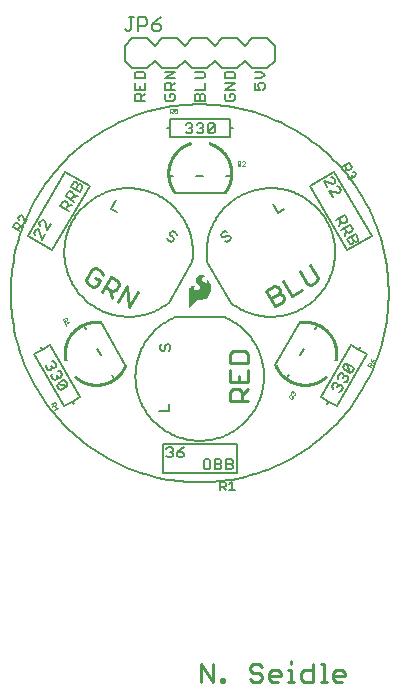
<source format=gbr>
G04 EAGLE Gerber RS-274X export*
G75*
%MOMM*%
%FSLAX34Y34*%
%LPD*%
%INSilkscreen Top*%
%IPPOS*%
%AMOC8*
5,1,8,0,0,1.08239X$1,22.5*%
G01*
%ADD10C,0.203200*%
%ADD11C,0.152400*%
%ADD12C,0.279400*%
%ADD13C,0.127000*%
%ADD14C,0.020319*%
%ADD15C,0.050800*%
%ADD16C,0.025400*%

G36*
X-8880Y-12799D02*
X-8880Y-12799D01*
X-8876Y-12801D01*
X-8806Y-12765D01*
X-8796Y-12760D01*
X-8795Y-12759D01*
X-3923Y-7277D01*
X-3069Y-6495D01*
X-2079Y-5906D01*
X-1728Y-5779D01*
X-1360Y-5714D01*
X915Y-5714D01*
X920Y-5712D01*
X926Y-5714D01*
X2290Y-5590D01*
X2300Y-5584D01*
X2312Y-5586D01*
X3631Y-5218D01*
X3639Y-5210D01*
X3652Y-5209D01*
X4882Y-4609D01*
X4889Y-4602D01*
X4900Y-4599D01*
X6057Y-3782D01*
X6062Y-3774D01*
X6071Y-3771D01*
X7102Y-2799D01*
X7105Y-2791D01*
X7111Y-2789D01*
X7112Y-2787D01*
X7114Y-2786D01*
X7999Y-1679D01*
X8001Y-1669D01*
X8010Y-1662D01*
X8957Y19D01*
X8958Y30D01*
X8966Y40D01*
X9594Y1864D01*
X9593Y1875D01*
X9600Y1886D01*
X9888Y3793D01*
X9885Y3804D01*
X9890Y3816D01*
X9888Y3868D01*
X9880Y4120D01*
X9876Y4246D01*
X9876Y4247D01*
X9868Y4499D01*
X9860Y4752D01*
X9856Y4878D01*
X9848Y5130D01*
X9837Y5509D01*
X9829Y5744D01*
X9825Y5753D01*
X9827Y5765D01*
X9620Y6804D01*
X9615Y6812D01*
X9615Y6823D01*
X9257Y7820D01*
X9251Y7827D01*
X9250Y7838D01*
X8748Y8772D01*
X8739Y8779D01*
X8736Y8791D01*
X7829Y9928D01*
X7818Y9934D01*
X7811Y9947D01*
X6685Y10868D01*
X6642Y10880D01*
X6601Y10896D01*
X6596Y10894D01*
X6590Y10895D01*
X6552Y10874D01*
X6512Y10855D01*
X6509Y10849D01*
X6505Y10847D01*
X6497Y10818D01*
X6479Y10770D01*
X6479Y9890D01*
X6463Y9770D01*
X6419Y9667D01*
X6145Y9327D01*
X5784Y9079D01*
X5610Y9014D01*
X5072Y8956D01*
X4542Y9054D01*
X4054Y9303D01*
X3152Y9954D01*
X2740Y10308D01*
X2389Y10718D01*
X2106Y11176D01*
X1900Y11670D01*
X1841Y11970D01*
X1853Y12273D01*
X2010Y12792D01*
X2296Y13252D01*
X2691Y13622D01*
X3172Y13877D01*
X3662Y14016D01*
X4173Y14073D01*
X4776Y14073D01*
X4777Y14073D01*
X4799Y14082D01*
X4867Y14111D01*
X4902Y14203D01*
X4898Y14212D01*
X4864Y14288D01*
X4862Y14291D01*
X4861Y14292D01*
X4860Y14293D01*
X4839Y14313D01*
X4832Y14316D01*
X4828Y14324D01*
X4393Y14662D01*
X4378Y14666D01*
X4366Y14678D01*
X3862Y14899D01*
X3861Y14899D01*
X3505Y15051D01*
X3277Y15152D01*
X3267Y15153D01*
X3257Y15159D01*
X2379Y15379D01*
X2370Y15378D01*
X2360Y15382D01*
X1460Y15468D01*
X1450Y15464D01*
X1438Y15468D01*
X570Y15402D01*
X559Y15396D01*
X546Y15397D01*
X-294Y15166D01*
X-304Y15158D01*
X-317Y15157D01*
X-1097Y14769D01*
X-1104Y14761D01*
X-1115Y14758D01*
X-1892Y14198D01*
X-1896Y14191D01*
X-1905Y14187D01*
X-2601Y13529D01*
X-2606Y13518D01*
X-2617Y13510D01*
X-3048Y12907D01*
X-3051Y12892D01*
X-3063Y12879D01*
X-3330Y12187D01*
X-3330Y12171D01*
X-3338Y12156D01*
X-3425Y11419D01*
X-3420Y11404D01*
X-3424Y11387D01*
X-3325Y10652D01*
X-3317Y10639D01*
X-3317Y10622D01*
X-3037Y9934D01*
X-3028Y9925D01*
X-3025Y9911D01*
X-1838Y8153D01*
X-1830Y8148D01*
X-1826Y8137D01*
X-373Y6596D01*
X-3Y6161D01*
X237Y5658D01*
X339Y5110D01*
X296Y4554D01*
X110Y4029D01*
X-205Y3569D01*
X-630Y3204D01*
X-1173Y2911D01*
X-1759Y2713D01*
X-2369Y2616D01*
X-3080Y2651D01*
X-3758Y2858D01*
X-4364Y3223D01*
X-4677Y3551D01*
X-4883Y3955D01*
X-4976Y4371D01*
X-4976Y4799D01*
X-4883Y5214D01*
X-4811Y5352D01*
X-4693Y5466D01*
X-3869Y6065D01*
X-3736Y6136D01*
X-3598Y6164D01*
X-3440Y6148D01*
X-3397Y6162D01*
X-3352Y6173D01*
X-3350Y6177D01*
X-3346Y6178D01*
X-3326Y6219D01*
X-3303Y6258D01*
X-3304Y6262D01*
X-3302Y6266D01*
X-3317Y6309D01*
X-3330Y6353D01*
X-3333Y6355D01*
X-3335Y6359D01*
X-3372Y6378D01*
X-3408Y6399D01*
X-3891Y6475D01*
X-3896Y6474D01*
X-3901Y6476D01*
X-4841Y6549D01*
X-4850Y6546D01*
X-4861Y6549D01*
X-5801Y6476D01*
X-5811Y6471D01*
X-5823Y6472D01*
X-6522Y6288D01*
X-6532Y6280D01*
X-6546Y6279D01*
X-7194Y5958D01*
X-7202Y5949D01*
X-7216Y5945D01*
X-7786Y5500D01*
X-7792Y5489D01*
X-7804Y5483D01*
X-8274Y4933D01*
X-8278Y4921D01*
X-8289Y4912D01*
X-8690Y4180D01*
X-8691Y4167D01*
X-8700Y4156D01*
X-8940Y3357D01*
X-8939Y3344D01*
X-8945Y3331D01*
X-9015Y2500D01*
X-9013Y2494D01*
X-9015Y2489D01*
X-9015Y-12675D01*
X-9013Y-12680D01*
X-9015Y-12684D01*
X-8994Y-12724D01*
X-8977Y-12766D01*
X-8972Y-12768D01*
X-8970Y-12772D01*
X-8927Y-12785D01*
X-8885Y-12801D01*
X-8880Y-12799D01*
G37*
D10*
X-160020Y0D02*
X-159972Y3927D01*
X-159827Y7852D01*
X-159586Y11772D01*
X-159249Y15685D01*
X-158817Y19588D01*
X-158288Y23480D01*
X-157664Y27357D01*
X-156945Y31218D01*
X-156132Y35061D01*
X-155224Y38882D01*
X-154223Y42679D01*
X-153130Y46451D01*
X-151943Y50195D01*
X-150666Y53909D01*
X-149298Y57590D01*
X-147839Y61237D01*
X-146292Y64847D01*
X-144656Y68417D01*
X-142934Y71947D01*
X-141125Y75433D01*
X-139231Y78874D01*
X-137254Y82267D01*
X-135193Y85610D01*
X-133052Y88902D01*
X-130830Y92141D01*
X-128529Y95324D01*
X-126151Y98449D01*
X-123697Y101516D01*
X-121169Y104521D01*
X-118567Y107463D01*
X-115894Y110340D01*
X-113151Y113151D01*
X-110340Y115894D01*
X-107463Y118567D01*
X-104521Y121169D01*
X-101516Y123697D01*
X-98449Y126151D01*
X-95324Y128529D01*
X-92141Y130830D01*
X-88902Y133052D01*
X-85610Y135193D01*
X-82267Y137254D01*
X-78874Y139231D01*
X-75433Y141125D01*
X-71947Y142934D01*
X-68417Y144656D01*
X-64847Y146292D01*
X-61237Y147839D01*
X-57590Y149298D01*
X-53909Y150666D01*
X-50195Y151943D01*
X-46451Y153130D01*
X-42679Y154223D01*
X-38882Y155224D01*
X-35061Y156132D01*
X-31218Y156945D01*
X-27357Y157664D01*
X-23480Y158288D01*
X-19588Y158817D01*
X-15685Y159249D01*
X-11772Y159586D01*
X-7852Y159827D01*
X-3927Y159972D01*
X0Y160020D01*
X3927Y159972D01*
X7852Y159827D01*
X11772Y159586D01*
X15685Y159249D01*
X19588Y158817D01*
X23480Y158288D01*
X27357Y157664D01*
X31218Y156945D01*
X35061Y156132D01*
X38882Y155224D01*
X42679Y154223D01*
X46451Y153130D01*
X50195Y151943D01*
X53909Y150666D01*
X57590Y149298D01*
X61237Y147839D01*
X64847Y146292D01*
X68417Y144656D01*
X71947Y142934D01*
X75433Y141125D01*
X78874Y139231D01*
X82267Y137254D01*
X85610Y135193D01*
X88902Y133052D01*
X92141Y130830D01*
X95324Y128529D01*
X98449Y126151D01*
X101516Y123697D01*
X104521Y121169D01*
X107463Y118567D01*
X110340Y115894D01*
X113151Y113151D01*
X115894Y110340D01*
X118567Y107463D01*
X121169Y104521D01*
X123697Y101516D01*
X126151Y98449D01*
X128529Y95324D01*
X130830Y92141D01*
X133052Y88902D01*
X135193Y85610D01*
X137254Y82267D01*
X139231Y78874D01*
X141125Y75433D01*
X142934Y71947D01*
X144656Y68417D01*
X146292Y64847D01*
X147839Y61237D01*
X149298Y57590D01*
X150666Y53909D01*
X151943Y50195D01*
X153130Y46451D01*
X154223Y42679D01*
X155224Y38882D01*
X156132Y35061D01*
X156945Y31218D01*
X157664Y27357D01*
X158288Y23480D01*
X158817Y19588D01*
X159249Y15685D01*
X159586Y11772D01*
X159827Y7852D01*
X159972Y3927D01*
X160020Y0D01*
X159972Y-3927D01*
X159827Y-7852D01*
X159586Y-11772D01*
X159249Y-15685D01*
X158817Y-19588D01*
X158288Y-23480D01*
X157664Y-27357D01*
X156945Y-31218D01*
X156132Y-35061D01*
X155224Y-38882D01*
X154223Y-42679D01*
X153130Y-46451D01*
X151943Y-50195D01*
X150666Y-53909D01*
X149298Y-57590D01*
X147839Y-61237D01*
X146292Y-64847D01*
X144656Y-68417D01*
X142934Y-71947D01*
X141125Y-75433D01*
X139231Y-78874D01*
X137254Y-82267D01*
X135193Y-85610D01*
X133052Y-88902D01*
X130830Y-92141D01*
X128529Y-95324D01*
X126151Y-98449D01*
X123697Y-101516D01*
X121169Y-104521D01*
X118567Y-107463D01*
X115894Y-110340D01*
X113151Y-113151D01*
X110340Y-115894D01*
X107463Y-118567D01*
X104521Y-121169D01*
X101516Y-123697D01*
X98449Y-126151D01*
X95324Y-128529D01*
X92141Y-130830D01*
X88902Y-133052D01*
X85610Y-135193D01*
X82267Y-137254D01*
X78874Y-139231D01*
X75433Y-141125D01*
X71947Y-142934D01*
X68417Y-144656D01*
X64847Y-146292D01*
X61237Y-147839D01*
X57590Y-149298D01*
X53909Y-150666D01*
X50195Y-151943D01*
X46451Y-153130D01*
X42679Y-154223D01*
X38882Y-155224D01*
X35061Y-156132D01*
X31218Y-156945D01*
X27357Y-157664D01*
X23480Y-158288D01*
X19588Y-158817D01*
X15685Y-159249D01*
X11772Y-159586D01*
X7852Y-159827D01*
X3927Y-159972D01*
X0Y-160020D01*
X-3927Y-159972D01*
X-7852Y-159827D01*
X-11772Y-159586D01*
X-15685Y-159249D01*
X-19588Y-158817D01*
X-23480Y-158288D01*
X-27357Y-157664D01*
X-31218Y-156945D01*
X-35061Y-156132D01*
X-38882Y-155224D01*
X-42679Y-154223D01*
X-46451Y-153130D01*
X-50195Y-151943D01*
X-53909Y-150666D01*
X-57590Y-149298D01*
X-61237Y-147839D01*
X-64847Y-146292D01*
X-68417Y-144656D01*
X-71947Y-142934D01*
X-75433Y-141125D01*
X-78874Y-139231D01*
X-82267Y-137254D01*
X-85610Y-135193D01*
X-88902Y-133052D01*
X-92141Y-130830D01*
X-95324Y-128529D01*
X-98449Y-126151D01*
X-101516Y-123697D01*
X-104521Y-121169D01*
X-107463Y-118567D01*
X-110340Y-115894D01*
X-113151Y-113151D01*
X-115894Y-110340D01*
X-118567Y-107463D01*
X-121169Y-104521D01*
X-123697Y-101516D01*
X-126151Y-98449D01*
X-128529Y-95324D01*
X-130830Y-92141D01*
X-133052Y-88902D01*
X-135193Y-85610D01*
X-137254Y-82267D01*
X-139231Y-78874D01*
X-141125Y-75433D01*
X-142934Y-71947D01*
X-144656Y-68417D01*
X-146292Y-64847D01*
X-147839Y-61237D01*
X-149298Y-57590D01*
X-150666Y-53909D01*
X-151943Y-50195D01*
X-153130Y-46451D01*
X-154223Y-42679D01*
X-155224Y-38882D01*
X-156132Y-35061D01*
X-156945Y-31218D01*
X-157664Y-27357D01*
X-158288Y-23480D01*
X-158817Y-19588D01*
X-159249Y-15685D01*
X-159586Y-11772D01*
X-159827Y-7852D01*
X-159972Y-3927D01*
X-160020Y0D01*
D11*
X46475Y172552D02*
X46475Y178314D01*
X46475Y172552D02*
X50796Y172552D01*
X49356Y175433D01*
X49356Y176873D01*
X50796Y178314D01*
X53677Y178314D01*
X55118Y176873D01*
X55118Y173992D01*
X53677Y172552D01*
X52237Y181907D02*
X46475Y181907D01*
X52237Y181907D02*
X55118Y184788D01*
X52237Y187669D01*
X46475Y187669D01*
X22515Y168959D02*
X21075Y167518D01*
X21075Y164637D01*
X22515Y163196D01*
X28277Y163196D01*
X29718Y164637D01*
X29718Y167518D01*
X28277Y168959D01*
X25396Y168959D01*
X25396Y166078D01*
X21075Y172552D02*
X29718Y172552D01*
X29718Y178314D02*
X21075Y172552D01*
X21075Y178314D02*
X29718Y178314D01*
X29718Y181907D02*
X21075Y181907D01*
X29718Y181907D02*
X29718Y186229D01*
X28277Y187669D01*
X22515Y187669D01*
X21075Y186229D01*
X21075Y181907D01*
X4318Y163196D02*
X-4325Y163196D01*
X-4325Y167518D01*
X-2885Y168959D01*
X-1444Y168959D01*
X-4Y167518D01*
X1437Y168959D01*
X2877Y168959D01*
X4318Y167518D01*
X4318Y163196D01*
X-4Y163196D02*
X-4Y167518D01*
X-4325Y172552D02*
X4318Y172552D01*
X4318Y178314D01*
X2877Y181907D02*
X-4325Y181907D01*
X2877Y181907D02*
X4318Y183347D01*
X4318Y186229D01*
X2877Y187669D01*
X-4325Y187669D01*
X-28285Y168959D02*
X-29725Y167518D01*
X-29725Y164637D01*
X-28285Y163196D01*
X-22523Y163196D01*
X-21082Y164637D01*
X-21082Y167518D01*
X-22523Y168959D01*
X-25404Y168959D01*
X-25404Y166078D01*
X-29725Y172552D02*
X-21082Y172552D01*
X-29725Y172552D02*
X-29725Y176873D01*
X-28285Y178314D01*
X-25404Y178314D01*
X-23963Y176873D01*
X-23963Y172552D01*
X-23963Y175433D02*
X-21082Y178314D01*
X-21082Y181907D02*
X-29725Y181907D01*
X-21082Y187669D01*
X-29725Y187669D01*
X-46482Y163196D02*
X-55125Y163196D01*
X-55125Y167518D01*
X-53685Y168959D01*
X-50804Y168959D01*
X-49363Y167518D01*
X-49363Y163196D01*
X-49363Y166078D02*
X-46482Y168959D01*
X-55125Y172552D02*
X-55125Y178314D01*
X-55125Y172552D02*
X-46482Y172552D01*
X-46482Y178314D01*
X-50804Y175433D02*
X-50804Y172552D01*
X-55125Y181907D02*
X-46482Y181907D01*
X-46482Y186229D01*
X-47923Y187669D01*
X-53685Y187669D01*
X-55125Y186229D01*
X-55125Y181907D01*
X4743Y-140455D02*
X7624Y-140455D01*
X4743Y-140455D02*
X3302Y-141895D01*
X3302Y-147657D01*
X4743Y-149098D01*
X7624Y-149098D01*
X9064Y-147657D01*
X9064Y-141895D01*
X7624Y-140455D01*
X12657Y-140455D02*
X12657Y-149098D01*
X12657Y-140455D02*
X16979Y-140455D01*
X18419Y-141895D01*
X18419Y-143336D01*
X16979Y-144776D01*
X18419Y-146217D01*
X18419Y-147657D01*
X16979Y-149098D01*
X12657Y-149098D01*
X12657Y-144776D02*
X16979Y-144776D01*
X22012Y-140455D02*
X22012Y-149098D01*
X22012Y-140455D02*
X26334Y-140455D01*
X27775Y-141895D01*
X27775Y-143336D01*
X26334Y-144776D01*
X27775Y-146217D01*
X27775Y-147657D01*
X26334Y-149098D01*
X22012Y-149098D01*
X22012Y-144776D02*
X26334Y-144776D01*
X-110769Y69621D02*
X-118254Y73943D01*
X-116093Y77685D01*
X-114126Y78213D01*
X-111630Y76772D01*
X-111103Y74804D01*
X-113264Y71061D01*
X-111823Y73557D02*
X-107888Y74611D01*
X-106091Y77723D02*
X-113577Y82044D01*
X-111416Y85787D01*
X-109448Y86314D01*
X-106953Y84874D01*
X-106426Y82906D01*
X-108586Y79163D01*
X-107146Y81658D02*
X-103210Y82713D01*
X-101414Y85825D02*
X-108899Y90146D01*
X-106738Y93889D01*
X-104770Y94416D01*
X-103523Y93696D01*
X-102996Y91728D01*
X-101028Y92255D01*
X-99780Y91535D01*
X-99253Y89567D01*
X-101414Y85825D01*
X-105156Y87985D02*
X-102996Y91728D01*
X115341Y61951D02*
X122826Y66273D01*
X124987Y62530D01*
X124460Y60562D01*
X121965Y59122D01*
X119997Y59649D01*
X117836Y63392D01*
X119277Y60896D02*
X118222Y56961D01*
X120019Y53849D02*
X127504Y58171D01*
X129665Y54428D01*
X129137Y52460D01*
X126642Y51020D01*
X124674Y51547D01*
X122514Y55290D01*
X123954Y52795D02*
X122900Y48859D01*
X124696Y45747D02*
X132181Y50069D01*
X134342Y46326D01*
X133815Y44359D01*
X132567Y43638D01*
X130600Y44166D01*
X130072Y42198D01*
X128825Y41477D01*
X126857Y42005D01*
X124696Y45747D01*
X128439Y47908D02*
X130600Y44166D01*
D12*
X56512Y2198D02*
X64011Y-10792D01*
X56512Y2198D02*
X63007Y5947D01*
X66421Y5032D01*
X67671Y2867D01*
X66756Y-547D01*
X70171Y-1462D01*
X71421Y-3627D01*
X70506Y-7042D01*
X64011Y-10792D01*
X60262Y-4297D02*
X66756Y-547D01*
X70690Y10383D02*
X78190Y-2606D01*
X86849Y2394D01*
X91118Y7745D02*
X84868Y18569D01*
X91118Y7745D02*
X94533Y6830D01*
X98862Y9330D01*
X99777Y12744D01*
X93528Y23569D01*
X-82243Y15226D02*
X-83158Y18641D01*
X-87487Y21141D01*
X-90902Y20226D01*
X-95902Y11566D01*
X-94987Y8151D01*
X-90657Y5652D01*
X-87242Y6567D01*
X-84742Y10896D01*
X-89072Y13396D01*
X-82973Y1216D02*
X-75474Y14205D01*
X-68979Y10455D01*
X-68064Y7040D01*
X-70564Y2711D01*
X-73979Y1796D01*
X-80474Y5545D01*
X-76144Y3045D02*
X-74314Y-3784D01*
X-68795Y-6970D02*
X-61296Y6019D01*
X-60136Y-11970D01*
X-52636Y1019D01*
X25514Y-91313D02*
X40513Y-91313D01*
X25514Y-91313D02*
X25514Y-83814D01*
X28014Y-81314D01*
X33014Y-81314D01*
X35513Y-83814D01*
X35513Y-91313D01*
X35513Y-86313D02*
X40513Y-81314D01*
X25514Y-74941D02*
X25514Y-64942D01*
X25514Y-74941D02*
X40513Y-74941D01*
X40513Y-64942D01*
X33014Y-69942D02*
X33014Y-74941D01*
X40513Y-58570D02*
X25514Y-58570D01*
X40513Y-58570D02*
X40513Y-51070D01*
X38013Y-48571D01*
X28014Y-48571D01*
X25514Y-51070D01*
X25514Y-58570D01*
D11*
X66319Y68351D02*
X61997Y75836D01*
X66319Y68351D02*
X71309Y71232D01*
X23258Y52070D02*
X21290Y52597D01*
X18795Y51157D01*
X18268Y49189D01*
X18988Y47941D01*
X20956Y47414D01*
X23451Y48854D01*
X25419Y48327D01*
X26139Y47080D01*
X25612Y45112D01*
X23116Y43671D01*
X21149Y44198D01*
X-19577Y49356D02*
X-20105Y51323D01*
X-22600Y52764D01*
X-24568Y52237D01*
X-25288Y50989D01*
X-24761Y49021D01*
X-22266Y47581D01*
X-21738Y45613D01*
X-22459Y44365D01*
X-24426Y43838D01*
X-26921Y45279D01*
X-27449Y47246D01*
X-32095Y-43006D02*
X-33535Y-44446D01*
X-33535Y-47327D01*
X-32095Y-48768D01*
X-30654Y-48768D01*
X-29214Y-47327D01*
X-29214Y-44446D01*
X-27773Y-43006D01*
X-26333Y-43006D01*
X-24892Y-44446D01*
X-24892Y-47327D01*
X-26333Y-48768D01*
X-75159Y71399D02*
X-70837Y78884D01*
X-75159Y71399D02*
X-70169Y68518D01*
X-34805Y-99568D02*
X-26162Y-99568D01*
X-26162Y-93806D01*
D12*
X1397Y-313804D02*
X1397Y-328803D01*
X11396Y-328803D02*
X1397Y-313804D01*
X11396Y-313804D02*
X11396Y-328803D01*
X17769Y-328803D02*
X17769Y-326303D01*
X20268Y-326303D01*
X20268Y-328803D01*
X17769Y-328803D01*
X49825Y-313804D02*
X52325Y-316304D01*
X49825Y-313804D02*
X44826Y-313804D01*
X42326Y-316304D01*
X42326Y-318804D01*
X44826Y-321304D01*
X49825Y-321304D01*
X52325Y-323803D01*
X52325Y-326303D01*
X49825Y-328803D01*
X44826Y-328803D01*
X42326Y-326303D01*
X61197Y-328803D02*
X66197Y-328803D01*
X61197Y-328803D02*
X58697Y-326303D01*
X58697Y-321304D01*
X61197Y-318804D01*
X66197Y-318804D01*
X68697Y-321304D01*
X68697Y-323803D01*
X58697Y-323803D01*
X75069Y-318804D02*
X77569Y-318804D01*
X77569Y-328803D01*
X75069Y-328803D02*
X80069Y-328803D01*
X77569Y-313804D02*
X77569Y-311304D01*
X95983Y-313804D02*
X95983Y-328803D01*
X88483Y-328803D01*
X85983Y-326303D01*
X85983Y-321304D01*
X88483Y-318804D01*
X95983Y-318804D01*
X102355Y-313804D02*
X104855Y-313804D01*
X104855Y-328803D01*
X102355Y-328803D02*
X107355Y-328803D01*
X115769Y-328803D02*
X120769Y-328803D01*
X115769Y-328803D02*
X113269Y-326303D01*
X113269Y-321304D01*
X115769Y-318804D01*
X120769Y-318804D01*
X123269Y-321304D01*
X123269Y-323803D01*
X113269Y-323803D01*
D10*
X20000Y-19850D02*
X21232Y-20354D01*
X22451Y-20889D01*
X23657Y-21453D01*
X24849Y-22046D01*
X26026Y-22669D01*
X27187Y-23320D01*
X28332Y-23999D01*
X29460Y-24706D01*
X30570Y-25441D01*
X31662Y-26202D01*
X32735Y-26990D01*
X33789Y-27804D01*
X34822Y-28644D01*
X35834Y-29508D01*
X36825Y-30397D01*
X37794Y-31310D01*
X38740Y-32247D01*
X39663Y-33206D01*
X40562Y-34188D01*
X41437Y-35191D01*
X42288Y-36215D01*
X43112Y-37260D01*
X43912Y-38325D01*
X44684Y-39409D01*
X45430Y-40512D01*
X46149Y-41632D01*
X46840Y-42770D01*
X47503Y-43925D01*
X48138Y-45095D01*
X48744Y-46280D01*
X49321Y-47480D01*
X49868Y-48694D01*
X50385Y-49920D01*
X50872Y-51159D01*
X51329Y-52410D01*
X51755Y-53671D01*
X52150Y-54943D01*
X52513Y-56223D01*
X52846Y-57512D01*
X53146Y-58809D01*
X53415Y-60113D01*
X53652Y-61423D01*
X53856Y-62739D01*
X54029Y-64059D01*
X54169Y-65383D01*
X54277Y-66709D01*
X54352Y-68039D01*
X54394Y-69369D01*
X54404Y-70700D01*
X54382Y-72032D01*
X54327Y-73362D01*
X54239Y-74690D01*
X54119Y-76016D01*
X53967Y-77338D01*
X53782Y-78657D01*
X53565Y-79970D01*
X53316Y-81278D01*
X53035Y-82579D01*
X52722Y-83873D01*
X52377Y-85159D01*
X52002Y-86436D01*
X51595Y-87704D01*
X51157Y-88961D01*
X50689Y-90207D01*
X50190Y-91442D01*
X49661Y-92664D01*
X49103Y-93872D01*
X48515Y-95066D01*
X47898Y-96246D01*
X47252Y-97410D01*
X46578Y-98558D01*
X45877Y-99690D01*
X45147Y-100803D01*
X44391Y-101899D01*
X43608Y-102976D01*
X42799Y-104033D01*
X41964Y-105070D01*
X41105Y-106087D01*
X40220Y-107082D01*
X39312Y-108055D01*
X38380Y-109005D01*
X37425Y-109933D01*
X36447Y-110837D01*
X35448Y-111716D01*
X34428Y-112571D01*
X33387Y-113401D01*
X32326Y-114205D01*
X31245Y-114983D01*
X30146Y-115734D01*
X29029Y-116458D01*
X27894Y-117155D01*
X26743Y-117823D01*
X25576Y-118464D01*
X24393Y-119075D01*
X23196Y-119657D01*
X21985Y-120210D01*
X20761Y-120733D01*
X19524Y-121226D01*
X18276Y-121689D01*
X17017Y-122120D01*
X15747Y-122521D01*
X14468Y-122891D01*
X13181Y-123229D01*
X11885Y-123536D01*
X10583Y-123811D01*
X9274Y-124054D01*
X7959Y-124265D01*
X6640Y-124443D01*
X5317Y-124590D01*
X3990Y-124703D01*
X2662Y-124785D01*
X1331Y-124834D01*
X0Y-124850D01*
X-1331Y-124834D01*
X-2662Y-124785D01*
X-3990Y-124703D01*
X-5317Y-124590D01*
X-6640Y-124443D01*
X-7959Y-124265D01*
X-9274Y-124054D01*
X-10583Y-123811D01*
X-11885Y-123536D01*
X-13181Y-123229D01*
X-14468Y-122891D01*
X-15747Y-122521D01*
X-17017Y-122120D01*
X-18276Y-121689D01*
X-19524Y-121226D01*
X-20761Y-120733D01*
X-21985Y-120210D01*
X-23196Y-119657D01*
X-24393Y-119075D01*
X-25576Y-118464D01*
X-26743Y-117823D01*
X-27894Y-117155D01*
X-29029Y-116458D01*
X-30146Y-115734D01*
X-31245Y-114983D01*
X-32326Y-114205D01*
X-33387Y-113401D01*
X-34428Y-112571D01*
X-35448Y-111716D01*
X-36447Y-110837D01*
X-37425Y-109933D01*
X-38380Y-109005D01*
X-39312Y-108055D01*
X-40220Y-107082D01*
X-41105Y-106087D01*
X-41964Y-105070D01*
X-42799Y-104033D01*
X-43608Y-102976D01*
X-44391Y-101899D01*
X-45147Y-100803D01*
X-45877Y-99690D01*
X-46578Y-98558D01*
X-47252Y-97410D01*
X-47898Y-96246D01*
X-48515Y-95066D01*
X-49103Y-93872D01*
X-49661Y-92664D01*
X-50190Y-91442D01*
X-50689Y-90207D01*
X-51157Y-88961D01*
X-51595Y-87704D01*
X-52002Y-86436D01*
X-52377Y-85159D01*
X-52722Y-83873D01*
X-53035Y-82579D01*
X-53316Y-81278D01*
X-53565Y-79970D01*
X-53782Y-78657D01*
X-53967Y-77338D01*
X-54119Y-76016D01*
X-54239Y-74690D01*
X-54327Y-73362D01*
X-54382Y-72032D01*
X-54404Y-70700D01*
X-54394Y-69369D01*
X-54352Y-68039D01*
X-54277Y-66709D01*
X-54169Y-65383D01*
X-54029Y-64059D01*
X-53856Y-62739D01*
X-53652Y-61423D01*
X-53415Y-60113D01*
X-53146Y-58809D01*
X-52846Y-57512D01*
X-52513Y-56223D01*
X-52150Y-54943D01*
X-51755Y-53671D01*
X-51329Y-52410D01*
X-50872Y-51159D01*
X-50385Y-49920D01*
X-49868Y-48694D01*
X-49321Y-47480D01*
X-48744Y-46280D01*
X-48138Y-45095D01*
X-47503Y-43925D01*
X-46840Y-42770D01*
X-46149Y-41632D01*
X-45430Y-40512D01*
X-44684Y-39409D01*
X-43912Y-38325D01*
X-43112Y-37260D01*
X-42288Y-36215D01*
X-41437Y-35191D01*
X-40562Y-34188D01*
X-39663Y-33206D01*
X-38740Y-32247D01*
X-37794Y-31310D01*
X-36825Y-30397D01*
X-35834Y-29508D01*
X-34822Y-28644D01*
X-33789Y-27804D01*
X-32735Y-26990D01*
X-31662Y-26202D01*
X-30570Y-25441D01*
X-29460Y-24706D01*
X-28332Y-23999D01*
X-27187Y-23320D01*
X-26026Y-22669D01*
X-24849Y-22046D01*
X-23657Y-21453D01*
X-22451Y-20889D01*
X-21232Y-20354D01*
X-20000Y-19850D01*
X20000Y-19850D01*
X-26388Y-8031D02*
X-27441Y-8846D01*
X-28514Y-9635D01*
X-29605Y-10397D01*
X-30715Y-11132D01*
X-31842Y-11840D01*
X-32987Y-12520D01*
X-34148Y-13172D01*
X-35324Y-13795D01*
X-36515Y-14390D01*
X-37721Y-14954D01*
X-38940Y-15490D01*
X-40171Y-15995D01*
X-41415Y-16470D01*
X-42670Y-16915D01*
X-43935Y-17328D01*
X-45210Y-17711D01*
X-46494Y-18062D01*
X-47787Y-18382D01*
X-49086Y-18670D01*
X-50393Y-18926D01*
X-51705Y-19150D01*
X-53023Y-19342D01*
X-54344Y-19501D01*
X-55669Y-19629D01*
X-56997Y-19723D01*
X-58327Y-19786D01*
X-59658Y-19815D01*
X-60989Y-19812D01*
X-62320Y-19777D01*
X-63650Y-19709D01*
X-64977Y-19608D01*
X-66302Y-19475D01*
X-67623Y-19310D01*
X-68939Y-19112D01*
X-70251Y-18883D01*
X-71556Y-18621D01*
X-72854Y-18327D01*
X-74145Y-18002D01*
X-75428Y-17645D01*
X-76701Y-17257D01*
X-77965Y-16838D01*
X-79218Y-16388D01*
X-80459Y-15907D01*
X-81689Y-15397D01*
X-82905Y-14856D01*
X-84108Y-14286D01*
X-85297Y-13686D01*
X-86471Y-13058D01*
X-87628Y-12401D01*
X-88770Y-11716D01*
X-89894Y-11003D01*
X-91001Y-10263D01*
X-92089Y-9496D01*
X-93158Y-8703D01*
X-94207Y-7883D01*
X-95236Y-7039D01*
X-96244Y-6169D01*
X-97231Y-5275D01*
X-98195Y-4357D01*
X-99137Y-3416D01*
X-100055Y-2452D01*
X-100949Y-1466D01*
X-101819Y-458D01*
X-102664Y570D01*
X-103484Y1620D01*
X-104277Y2688D01*
X-105045Y3776D01*
X-105785Y4883D01*
X-106498Y6007D01*
X-107184Y7148D01*
X-107841Y8306D01*
X-108470Y9479D01*
X-109070Y10668D01*
X-109640Y11870D01*
X-110181Y13087D01*
X-110693Y14316D01*
X-111173Y15557D01*
X-111624Y16810D01*
X-112043Y18074D01*
X-112432Y19347D01*
X-112789Y20629D01*
X-113115Y21920D01*
X-113409Y23219D01*
X-113671Y24524D01*
X-113901Y25835D01*
X-114099Y27151D01*
X-114265Y28472D01*
X-114399Y29797D01*
X-114500Y31124D01*
X-114568Y32454D01*
X-114604Y33785D01*
X-114607Y35116D01*
X-114578Y36447D01*
X-114516Y37777D01*
X-114422Y39105D01*
X-114295Y40430D01*
X-114136Y41752D01*
X-113945Y43069D01*
X-113721Y44381D01*
X-113465Y45688D01*
X-113178Y46988D01*
X-112859Y48280D01*
X-112508Y49564D01*
X-112126Y50840D01*
X-111712Y52105D01*
X-111268Y53360D01*
X-110794Y54604D01*
X-110289Y55836D01*
X-109754Y57055D01*
X-109189Y58261D01*
X-108595Y59452D01*
X-107973Y60629D01*
X-107321Y61790D01*
X-106641Y62934D01*
X-105934Y64062D01*
X-105199Y65172D01*
X-104437Y66264D01*
X-103649Y67337D01*
X-102835Y68390D01*
X-101995Y69423D01*
X-101130Y70435D01*
X-100241Y71425D01*
X-99327Y72394D01*
X-98390Y73340D01*
X-97431Y74263D01*
X-96449Y75161D01*
X-95445Y76036D01*
X-94421Y76886D01*
X-93375Y77710D01*
X-92310Y78509D01*
X-91226Y79282D01*
X-90123Y80027D01*
X-89002Y80746D01*
X-87864Y81436D01*
X-86710Y82099D01*
X-85539Y82733D01*
X-84354Y83339D01*
X-83153Y83915D01*
X-81940Y84462D01*
X-80713Y84979D01*
X-79474Y85465D01*
X-78223Y85922D01*
X-76962Y86347D01*
X-75690Y86742D01*
X-74409Y87105D01*
X-73120Y87437D01*
X-71823Y87737D01*
X-70519Y88005D01*
X-69209Y88242D01*
X-67894Y88446D01*
X-66573Y88618D01*
X-65249Y88758D01*
X-63923Y88865D01*
X-62593Y88940D01*
X-61263Y88982D01*
X-59932Y88991D01*
X-58600Y88968D01*
X-57270Y88913D01*
X-55942Y88825D01*
X-54616Y88704D01*
X-53294Y88551D01*
X-51975Y88366D01*
X-50662Y88149D01*
X-49354Y87899D01*
X-48053Y87618D01*
X-46759Y87304D01*
X-45473Y86960D01*
X-44196Y86583D01*
X-42929Y86176D01*
X-41672Y85738D01*
X-40426Y85269D01*
X-39192Y84770D01*
X-37970Y84241D01*
X-36762Y83682D01*
X-35567Y83094D01*
X-34388Y82476D01*
X-33224Y81830D01*
X-32076Y81156D01*
X-30945Y80454D01*
X-29832Y79724D01*
X-28736Y78967D01*
X-27660Y78184D01*
X-26603Y77375D01*
X-25566Y76540D01*
X-24550Y75680D01*
X-23555Y74795D01*
X-22582Y73886D01*
X-21632Y72954D01*
X-20705Y71999D01*
X-19801Y71021D01*
X-18922Y70021D01*
X-18067Y69001D01*
X-17238Y67959D01*
X-16434Y66898D01*
X-15657Y65817D01*
X-14906Y64718D01*
X-14182Y63601D01*
X-13486Y62466D01*
X-12818Y61314D01*
X-12178Y60147D01*
X-11567Y58964D01*
X-10985Y57767D01*
X-10433Y56556D01*
X-9910Y55331D01*
X-9418Y54094D01*
X-8955Y52846D01*
X-8524Y51586D01*
X-8124Y50317D01*
X-7754Y49038D01*
X-7416Y47750D01*
X-7110Y46455D01*
X-6836Y45152D01*
X-6593Y43843D01*
X-6383Y42528D01*
X-6205Y41209D01*
X-6059Y39886D01*
X-5945Y38559D01*
X-5864Y37230D01*
X-5816Y35900D01*
X-5800Y34569D01*
X-5817Y33238D01*
X-5866Y31907D01*
X-5948Y30579D01*
X-6062Y29252D01*
X-6209Y27929D01*
X-6388Y26610D01*
X-6389Y26611D02*
X-26389Y-8031D01*
X6388Y26610D02*
X6209Y27929D01*
X6062Y29252D01*
X5948Y30579D01*
X5866Y31907D01*
X5817Y33238D01*
X5800Y34569D01*
X5816Y35900D01*
X5864Y37230D01*
X5945Y38559D01*
X6059Y39886D01*
X6205Y41209D01*
X6383Y42528D01*
X6593Y43843D01*
X6836Y45152D01*
X7110Y46455D01*
X7416Y47750D01*
X7754Y49038D01*
X8124Y50317D01*
X8524Y51586D01*
X8955Y52846D01*
X9418Y54094D01*
X9910Y55331D01*
X10433Y56556D01*
X10985Y57767D01*
X11567Y58964D01*
X12178Y60147D01*
X12818Y61314D01*
X13486Y62466D01*
X14182Y63601D01*
X14906Y64718D01*
X15657Y65817D01*
X16434Y66898D01*
X17238Y67959D01*
X18067Y69001D01*
X18922Y70021D01*
X19801Y71021D01*
X20705Y71999D01*
X21632Y72954D01*
X22582Y73886D01*
X23555Y74795D01*
X24550Y75680D01*
X25566Y76540D01*
X26603Y77375D01*
X27660Y78184D01*
X28736Y78967D01*
X29832Y79724D01*
X30945Y80454D01*
X32076Y81156D01*
X33224Y81830D01*
X34388Y82476D01*
X35567Y83094D01*
X36762Y83682D01*
X37970Y84241D01*
X39192Y84770D01*
X40426Y85269D01*
X41672Y85738D01*
X42929Y86176D01*
X44196Y86583D01*
X45473Y86960D01*
X46759Y87304D01*
X48053Y87618D01*
X49354Y87899D01*
X50662Y88149D01*
X51975Y88366D01*
X53294Y88551D01*
X54616Y88704D01*
X55942Y88825D01*
X57270Y88913D01*
X58600Y88968D01*
X59932Y88991D01*
X61263Y88982D01*
X62593Y88940D01*
X63923Y88865D01*
X65249Y88758D01*
X66573Y88618D01*
X67894Y88446D01*
X69209Y88242D01*
X70519Y88005D01*
X71823Y87737D01*
X73120Y87437D01*
X74409Y87105D01*
X75690Y86742D01*
X76962Y86347D01*
X78223Y85922D01*
X79474Y85465D01*
X80713Y84979D01*
X81940Y84462D01*
X83153Y83915D01*
X84354Y83339D01*
X85539Y82733D01*
X86710Y82099D01*
X87864Y81436D01*
X89002Y80746D01*
X90123Y80027D01*
X91226Y79282D01*
X92310Y78509D01*
X93375Y77710D01*
X94421Y76886D01*
X95445Y76036D01*
X96449Y75161D01*
X97431Y74263D01*
X98390Y73340D01*
X99327Y72394D01*
X100241Y71425D01*
X101130Y70435D01*
X101995Y69423D01*
X102835Y68390D01*
X103649Y67337D01*
X104437Y66264D01*
X105199Y65172D01*
X105934Y64062D01*
X106641Y62934D01*
X107321Y61790D01*
X107973Y60629D01*
X108595Y59452D01*
X109189Y58261D01*
X109754Y57055D01*
X110289Y55836D01*
X110794Y54604D01*
X111268Y53360D01*
X111712Y52105D01*
X112126Y50840D01*
X112508Y49564D01*
X112859Y48280D01*
X113178Y46988D01*
X113465Y45688D01*
X113721Y44381D01*
X113945Y43069D01*
X114136Y41752D01*
X114295Y40430D01*
X114422Y39105D01*
X114516Y37777D01*
X114578Y36447D01*
X114607Y35116D01*
X114604Y33785D01*
X114568Y32454D01*
X114500Y31124D01*
X114399Y29797D01*
X114265Y28472D01*
X114099Y27151D01*
X113901Y25835D01*
X113671Y24524D01*
X113409Y23219D01*
X113115Y21920D01*
X112789Y20629D01*
X112432Y19347D01*
X112043Y18074D01*
X111624Y16810D01*
X111173Y15557D01*
X110693Y14316D01*
X110181Y13087D01*
X109640Y11870D01*
X109070Y10668D01*
X108470Y9479D01*
X107841Y8306D01*
X107184Y7148D01*
X106498Y6007D01*
X105785Y4883D01*
X105045Y3776D01*
X104277Y2688D01*
X103484Y1620D01*
X102664Y570D01*
X101819Y-458D01*
X100949Y-1466D01*
X100055Y-2452D01*
X99137Y-3416D01*
X98195Y-4357D01*
X97231Y-5275D01*
X96244Y-6169D01*
X95236Y-7039D01*
X94207Y-7883D01*
X93158Y-8703D01*
X92089Y-9496D01*
X91001Y-10263D01*
X89894Y-11003D01*
X88770Y-11716D01*
X87628Y-12401D01*
X86471Y-13058D01*
X85297Y-13686D01*
X84108Y-14286D01*
X82905Y-14856D01*
X81689Y-15397D01*
X80459Y-15907D01*
X79218Y-16388D01*
X77965Y-16838D01*
X76701Y-17257D01*
X75428Y-17645D01*
X74145Y-18002D01*
X72854Y-18327D01*
X71556Y-18621D01*
X70251Y-18883D01*
X68939Y-19112D01*
X67623Y-19310D01*
X66302Y-19475D01*
X64977Y-19608D01*
X63650Y-19709D01*
X62320Y-19777D01*
X60989Y-19812D01*
X59658Y-19815D01*
X58327Y-19786D01*
X56997Y-19723D01*
X55669Y-19629D01*
X54344Y-19501D01*
X53023Y-19342D01*
X51705Y-19150D01*
X50393Y-18926D01*
X49086Y-18670D01*
X47787Y-18382D01*
X46494Y-18062D01*
X45210Y-17711D01*
X43935Y-17328D01*
X42670Y-16915D01*
X41415Y-16470D01*
X40171Y-15995D01*
X38940Y-15490D01*
X37721Y-14954D01*
X36515Y-14390D01*
X35324Y-13795D01*
X34148Y-13172D01*
X32987Y-12520D01*
X31842Y-11840D01*
X30715Y-11132D01*
X29605Y-10397D01*
X28514Y-9635D01*
X27441Y-8846D01*
X26388Y-8031D01*
X26389Y-8031D02*
X6389Y26611D01*
X31500Y-127700D02*
X31500Y-151700D01*
X-31500Y-151700D01*
X-31500Y-127700D01*
X31500Y-127700D01*
D13*
X17417Y-159379D02*
X17417Y-166243D01*
X17417Y-159379D02*
X20849Y-159379D01*
X21993Y-160523D01*
X21993Y-162811D01*
X20849Y-163955D01*
X17417Y-163955D01*
X19705Y-163955D02*
X21993Y-166243D01*
X24901Y-161667D02*
X27189Y-159379D01*
X27189Y-166243D01*
X24901Y-166243D02*
X29477Y-166243D01*
D11*
X-27007Y-130295D02*
X-28448Y-131735D01*
X-27007Y-130295D02*
X-24126Y-130295D01*
X-22686Y-131735D01*
X-22686Y-133176D01*
X-24126Y-134616D01*
X-25567Y-134616D01*
X-24126Y-134616D02*
X-22686Y-136057D01*
X-22686Y-137497D01*
X-24126Y-138938D01*
X-27007Y-138938D01*
X-28448Y-137497D01*
X-16212Y-131735D02*
X-13331Y-130295D01*
X-16212Y-131735D02*
X-19093Y-134616D01*
X-19093Y-137497D01*
X-17652Y-138938D01*
X-14771Y-138938D01*
X-13331Y-137497D01*
X-13331Y-136057D01*
X-14771Y-134616D01*
X-19093Y-134616D01*
D10*
X-124738Y36570D02*
X-145522Y48570D01*
X-114022Y103130D01*
X-93238Y91130D01*
X-124738Y36570D01*
D13*
X-151984Y52745D02*
X-157929Y56177D01*
X-156213Y59149D01*
X-154650Y59568D01*
X-152669Y58424D01*
X-152250Y56861D01*
X-153966Y53889D01*
X-152822Y55871D02*
X-149696Y56708D01*
X-148242Y59227D02*
X-145954Y63190D01*
X-148242Y59227D02*
X-149917Y65478D01*
X-150908Y66050D01*
X-152471Y65631D01*
X-153615Y63650D01*
X-153196Y62087D01*
D11*
X-130748Y50481D02*
X-133629Y45491D01*
X-135738Y53362D01*
X-136986Y54083D01*
X-138953Y53555D01*
X-140394Y51060D01*
X-139867Y49092D01*
X-128951Y53593D02*
X-126070Y58583D01*
X-128951Y53593D02*
X-131060Y61464D01*
X-132308Y62184D01*
X-134276Y61657D01*
X-135716Y59162D01*
X-135189Y57194D01*
D10*
X93238Y91130D02*
X114022Y103130D01*
X145522Y48570D01*
X124738Y36570D01*
X93238Y91130D01*
D13*
X120869Y106639D02*
X126814Y110070D01*
X128530Y107098D01*
X128111Y105536D01*
X126129Y104392D01*
X124567Y104810D01*
X122851Y107783D01*
X123995Y105801D02*
X123157Y102676D01*
X129565Y103017D02*
X131128Y102598D01*
X132272Y100617D01*
X131853Y99054D01*
X130862Y98482D01*
X129300Y98901D01*
X128728Y99892D01*
X129300Y98901D02*
X128881Y97338D01*
X127890Y96766D01*
X126327Y97185D01*
X125183Y99166D01*
X125602Y100729D01*
D11*
X108062Y89981D02*
X105181Y94971D01*
X113052Y92862D01*
X114300Y93582D01*
X114827Y95550D01*
X113387Y98045D01*
X111419Y98572D01*
X109859Y86869D02*
X112740Y81879D01*
X109859Y86869D02*
X117730Y84760D01*
X118977Y85480D01*
X119505Y87448D01*
X118064Y89943D01*
X116096Y90471D01*
D14*
X-106316Y-71091D02*
X-105072Y-69750D01*
X-105073Y-69751D02*
X-104604Y-70171D01*
X-104126Y-70580D01*
X-103637Y-70978D01*
X-103139Y-71363D01*
X-102632Y-71736D01*
X-102116Y-72096D01*
X-101591Y-72444D01*
X-101058Y-72779D01*
X-100517Y-73100D01*
X-99968Y-73409D01*
X-99411Y-73704D01*
X-98848Y-73985D01*
X-98278Y-74252D01*
X-97702Y-74505D01*
X-97119Y-74744D01*
X-96531Y-74969D01*
X-95938Y-75179D01*
X-95339Y-75375D01*
X-94736Y-75556D01*
X-94129Y-75723D01*
X-93518Y-75874D01*
X-92903Y-76010D01*
X-92285Y-76132D01*
X-91665Y-76238D01*
X-91042Y-76329D01*
X-90417Y-76405D01*
X-89790Y-76465D01*
X-89162Y-76510D01*
X-88533Y-76540D01*
X-87904Y-76555D01*
X-87274Y-76554D01*
X-86645Y-76537D01*
X-86016Y-76505D01*
X-85388Y-76458D01*
X-84762Y-76396D01*
X-84137Y-76318D01*
X-83514Y-76225D01*
X-82894Y-76117D01*
X-82277Y-75994D01*
X-81663Y-75855D01*
X-81052Y-75702D01*
X-80445Y-75534D01*
X-79843Y-75351D01*
X-79245Y-75153D01*
X-78652Y-74941D01*
X-78065Y-74714D01*
X-77483Y-74473D01*
X-76908Y-74218D01*
X-76339Y-73949D01*
X-75776Y-73666D01*
X-75221Y-73369D01*
X-74673Y-73059D01*
X-74133Y-72736D01*
X-73600Y-72400D01*
X-73077Y-72050D01*
X-72562Y-71688D01*
X-72056Y-71314D01*
X-71559Y-70927D01*
X-71072Y-70528D01*
X-70594Y-70117D01*
X-70127Y-69695D01*
X-69671Y-69262D01*
X-69225Y-68817D01*
X-68790Y-68362D01*
X-68366Y-67896D01*
X-67954Y-67420D01*
X-67554Y-66934D01*
X-67165Y-66439D01*
X-66789Y-65934D01*
X-66426Y-65420D01*
X-66075Y-64897D01*
X-65736Y-64366D01*
X-65411Y-63827D01*
X-65100Y-63280D01*
X-64801Y-62726D01*
X-64517Y-62164D01*
X-64246Y-61596D01*
X-63989Y-61021D01*
X-63746Y-60440D01*
X-62048Y-61117D01*
X-62047Y-61118D01*
X-62307Y-61740D01*
X-62582Y-62356D01*
X-62872Y-62965D01*
X-63177Y-63567D01*
X-63497Y-64161D01*
X-63830Y-64747D01*
X-64179Y-65325D01*
X-64541Y-65894D01*
X-64917Y-66454D01*
X-65306Y-67004D01*
X-65709Y-67545D01*
X-66125Y-68076D01*
X-66554Y-68597D01*
X-66995Y-69107D01*
X-67449Y-69606D01*
X-67915Y-70094D01*
X-68392Y-70570D01*
X-68882Y-71034D01*
X-69382Y-71487D01*
X-69893Y-71927D01*
X-70415Y-72354D01*
X-70947Y-72768D01*
X-71489Y-73170D01*
X-72041Y-73558D01*
X-72602Y-73932D01*
X-73172Y-74293D01*
X-73751Y-74639D01*
X-74338Y-74971D01*
X-74933Y-75289D01*
X-75535Y-75592D01*
X-76145Y-75880D01*
X-76762Y-76154D01*
X-77385Y-76412D01*
X-78014Y-76655D01*
X-78649Y-76882D01*
X-79289Y-77094D01*
X-79935Y-77290D01*
X-80585Y-77470D01*
X-81239Y-77634D01*
X-81897Y-77783D01*
X-82558Y-77915D01*
X-83223Y-78031D01*
X-83890Y-78130D01*
X-84559Y-78214D01*
X-85230Y-78280D01*
X-85903Y-78331D01*
X-86576Y-78365D01*
X-87251Y-78382D01*
X-87925Y-78383D01*
X-88599Y-78368D01*
X-89273Y-78336D01*
X-89946Y-78288D01*
X-90617Y-78223D01*
X-91287Y-78142D01*
X-91954Y-78044D01*
X-92619Y-77930D01*
X-93281Y-77800D01*
X-93939Y-77654D01*
X-94594Y-77491D01*
X-95244Y-77313D01*
X-95890Y-77119D01*
X-96531Y-76909D01*
X-97167Y-76684D01*
X-97797Y-76443D01*
X-98421Y-76187D01*
X-99039Y-75915D01*
X-99649Y-75629D01*
X-100253Y-75328D01*
X-100849Y-75012D01*
X-101437Y-74681D01*
X-102016Y-74337D01*
X-102587Y-73978D01*
X-103150Y-73605D01*
X-103703Y-73219D01*
X-104246Y-72819D01*
X-104779Y-72406D01*
X-105302Y-71981D01*
X-105815Y-71542D01*
X-106317Y-71091D01*
X-106186Y-70951D01*
X-105688Y-71398D01*
X-105179Y-71834D01*
X-104659Y-72256D01*
X-104130Y-72666D01*
X-103590Y-73063D01*
X-103041Y-73447D01*
X-102483Y-73817D01*
X-101916Y-74173D01*
X-101340Y-74515D01*
X-100756Y-74843D01*
X-100164Y-75157D01*
X-99565Y-75456D01*
X-98959Y-75741D01*
X-98346Y-76010D01*
X-97726Y-76265D01*
X-97100Y-76504D01*
X-96469Y-76728D01*
X-95833Y-76936D01*
X-95191Y-77129D01*
X-94545Y-77306D01*
X-93895Y-77467D01*
X-93241Y-77612D01*
X-92584Y-77741D01*
X-91924Y-77854D01*
X-91261Y-77951D01*
X-90596Y-78032D01*
X-89930Y-78096D01*
X-89262Y-78144D01*
X-88593Y-78176D01*
X-87923Y-78191D01*
X-87253Y-78190D01*
X-86584Y-78173D01*
X-85915Y-78139D01*
X-85247Y-78089D01*
X-84580Y-78023D01*
X-83916Y-77940D01*
X-83253Y-77841D01*
X-82593Y-77726D01*
X-81937Y-77595D01*
X-81283Y-77448D01*
X-80634Y-77284D01*
X-79988Y-77106D01*
X-79347Y-76911D01*
X-78711Y-76701D01*
X-78081Y-76475D01*
X-77456Y-76234D01*
X-76837Y-75977D01*
X-76225Y-75706D01*
X-75619Y-75420D01*
X-75021Y-75119D01*
X-74430Y-74803D01*
X-73847Y-74473D01*
X-73273Y-74129D01*
X-72707Y-73771D01*
X-72150Y-73399D01*
X-71602Y-73014D01*
X-71063Y-72616D01*
X-70535Y-72204D01*
X-70017Y-71780D01*
X-69509Y-71343D01*
X-69012Y-70894D01*
X-68527Y-70433D01*
X-68052Y-69960D01*
X-67590Y-69475D01*
X-67139Y-68980D01*
X-66701Y-68473D01*
X-66275Y-67956D01*
X-65862Y-67429D01*
X-65462Y-66892D01*
X-65075Y-66345D01*
X-64702Y-65789D01*
X-64342Y-65224D01*
X-63996Y-64650D01*
X-63665Y-64068D01*
X-63348Y-63479D01*
X-63045Y-62881D01*
X-62757Y-62276D01*
X-62484Y-61665D01*
X-62226Y-61047D01*
X-62404Y-60976D01*
X-62660Y-61589D01*
X-62932Y-62197D01*
X-63218Y-62797D01*
X-63518Y-63390D01*
X-63833Y-63976D01*
X-64162Y-64554D01*
X-64506Y-65123D01*
X-64863Y-65684D01*
X-65233Y-66237D01*
X-65618Y-66780D01*
X-66015Y-67313D01*
X-66425Y-67836D01*
X-66848Y-68350D01*
X-67283Y-68853D01*
X-67731Y-69345D01*
X-68190Y-69826D01*
X-68661Y-70295D01*
X-69143Y-70753D01*
X-69636Y-71199D01*
X-70140Y-71633D01*
X-70655Y-72054D01*
X-71180Y-72463D01*
X-71714Y-72859D01*
X-72258Y-73241D01*
X-72812Y-73610D01*
X-73374Y-73966D01*
X-73944Y-74307D01*
X-74523Y-74635D01*
X-75110Y-74948D01*
X-75704Y-75247D01*
X-76305Y-75531D01*
X-76913Y-75801D01*
X-77527Y-76055D01*
X-78148Y-76295D01*
X-78774Y-76519D01*
X-79406Y-76728D01*
X-80042Y-76921D01*
X-80683Y-77099D01*
X-81328Y-77261D01*
X-81977Y-77407D01*
X-82629Y-77537D01*
X-83284Y-77652D01*
X-83942Y-77750D01*
X-84602Y-77832D01*
X-85263Y-77898D01*
X-85927Y-77948D01*
X-86591Y-77981D01*
X-87256Y-77998D01*
X-87921Y-77999D01*
X-88586Y-77984D01*
X-89250Y-77953D01*
X-89913Y-77905D01*
X-90575Y-77841D01*
X-91235Y-77761D01*
X-91894Y-77665D01*
X-92549Y-77553D01*
X-93202Y-77424D01*
X-93851Y-77280D01*
X-94496Y-77120D01*
X-95138Y-76944D01*
X-95775Y-76753D01*
X-96407Y-76546D01*
X-97034Y-76324D01*
X-97655Y-76086D01*
X-98270Y-75834D01*
X-98879Y-75566D01*
X-99481Y-75284D01*
X-100076Y-74987D01*
X-100664Y-74675D01*
X-101243Y-74349D01*
X-101815Y-74009D01*
X-102378Y-73656D01*
X-102933Y-73288D01*
X-103478Y-72907D01*
X-104014Y-72513D01*
X-104540Y-72106D01*
X-105055Y-71687D01*
X-105561Y-71254D01*
X-106055Y-70810D01*
X-105925Y-70669D01*
X-105434Y-71110D01*
X-104932Y-71540D01*
X-104420Y-71956D01*
X-103897Y-72361D01*
X-103365Y-72752D01*
X-102824Y-73130D01*
X-102274Y-73495D01*
X-101714Y-73846D01*
X-101147Y-74183D01*
X-100571Y-74507D01*
X-99988Y-74816D01*
X-99397Y-75111D01*
X-98799Y-75391D01*
X-98194Y-75657D01*
X-97584Y-75908D01*
X-96967Y-76144D01*
X-96344Y-76365D01*
X-95717Y-76570D01*
X-95084Y-76760D01*
X-94448Y-76934D01*
X-93807Y-77093D01*
X-93162Y-77236D01*
X-92514Y-77364D01*
X-91863Y-77475D01*
X-91210Y-77571D01*
X-90554Y-77650D01*
X-89897Y-77714D01*
X-89238Y-77761D01*
X-88579Y-77792D01*
X-87918Y-77807D01*
X-87258Y-77806D01*
X-86598Y-77789D01*
X-85939Y-77756D01*
X-85280Y-77707D01*
X-84623Y-77641D01*
X-83968Y-77560D01*
X-83315Y-77462D01*
X-82664Y-77349D01*
X-82016Y-77219D01*
X-81372Y-77074D01*
X-80732Y-76913D01*
X-80095Y-76737D01*
X-79464Y-76545D01*
X-78837Y-76337D01*
X-78215Y-76115D01*
X-77599Y-75877D01*
X-76989Y-75624D01*
X-76385Y-75357D01*
X-75788Y-75075D01*
X-75198Y-74778D01*
X-74616Y-74467D01*
X-74041Y-74142D01*
X-73474Y-73802D01*
X-72916Y-73449D01*
X-72367Y-73083D01*
X-71827Y-72703D01*
X-71296Y-72310D01*
X-70775Y-71904D01*
X-70264Y-71486D01*
X-69764Y-71055D01*
X-69274Y-70613D01*
X-68795Y-70158D01*
X-68327Y-69692D01*
X-67871Y-69214D01*
X-67427Y-68726D01*
X-66995Y-68226D01*
X-66575Y-67717D01*
X-66168Y-67197D01*
X-65773Y-66667D01*
X-65392Y-66128D01*
X-65024Y-65580D01*
X-64669Y-65023D01*
X-64328Y-64457D01*
X-64001Y-63883D01*
X-63689Y-63302D01*
X-63390Y-62713D01*
X-63106Y-62117D01*
X-62837Y-61514D01*
X-62582Y-60904D01*
X-62761Y-60833D01*
X-63013Y-61438D01*
X-63281Y-62037D01*
X-63563Y-62629D01*
X-63859Y-63214D01*
X-64170Y-63791D01*
X-64494Y-64361D01*
X-64833Y-64922D01*
X-65185Y-65475D01*
X-65550Y-66020D01*
X-65929Y-66555D01*
X-66321Y-67081D01*
X-66725Y-67597D01*
X-67142Y-68103D01*
X-67571Y-68598D01*
X-68012Y-69084D01*
X-68465Y-69558D01*
X-68929Y-70021D01*
X-69405Y-70472D01*
X-69891Y-70912D01*
X-70388Y-71339D01*
X-70895Y-71755D01*
X-71412Y-72158D01*
X-71939Y-72548D01*
X-72476Y-72925D01*
X-73021Y-73289D01*
X-73575Y-73639D01*
X-74138Y-73976D01*
X-74708Y-74299D01*
X-75287Y-74607D01*
X-75872Y-74902D01*
X-76465Y-75182D01*
X-77065Y-75448D01*
X-77670Y-75699D01*
X-78282Y-75935D01*
X-78899Y-76156D01*
X-79522Y-76362D01*
X-80149Y-76552D01*
X-80781Y-76728D01*
X-81417Y-76887D01*
X-82056Y-77031D01*
X-82699Y-77160D01*
X-83345Y-77272D01*
X-83994Y-77369D01*
X-84644Y-77450D01*
X-85297Y-77515D01*
X-85950Y-77564D01*
X-86605Y-77597D01*
X-87261Y-77614D01*
X-87916Y-77615D01*
X-88572Y-77600D01*
X-89227Y-77569D01*
X-89881Y-77522D01*
X-90533Y-77459D01*
X-91184Y-77380D01*
X-91833Y-77286D01*
X-92479Y-77175D01*
X-93122Y-77049D01*
X-93762Y-76906D01*
X-94399Y-76749D01*
X-95031Y-76575D01*
X-95659Y-76387D01*
X-96282Y-76183D01*
X-96900Y-75964D01*
X-97512Y-75730D01*
X-98119Y-75481D01*
X-98719Y-75217D01*
X-99313Y-74938D01*
X-99899Y-74646D01*
X-100479Y-74339D01*
X-101050Y-74017D01*
X-101614Y-73682D01*
X-102169Y-73334D01*
X-102716Y-72972D01*
X-103253Y-72596D01*
X-103781Y-72208D01*
X-104300Y-71806D01*
X-104808Y-71393D01*
X-105307Y-70967D01*
X-105794Y-70528D01*
X-105664Y-70388D01*
X-105180Y-70823D01*
X-104685Y-71246D01*
X-104180Y-71656D01*
X-103665Y-72055D01*
X-103141Y-72440D01*
X-102607Y-72813D01*
X-102064Y-73173D01*
X-101513Y-73519D01*
X-100954Y-73851D01*
X-100386Y-74170D01*
X-99811Y-74475D01*
X-99229Y-74766D01*
X-98639Y-75042D01*
X-98043Y-75304D01*
X-97441Y-75551D01*
X-96833Y-75784D01*
X-96220Y-76001D01*
X-95601Y-76204D01*
X-94978Y-76391D01*
X-94350Y-76563D01*
X-93718Y-76720D01*
X-93083Y-76861D01*
X-92444Y-76986D01*
X-91802Y-77096D01*
X-91158Y-77190D01*
X-90512Y-77269D01*
X-89864Y-77331D01*
X-89215Y-77378D01*
X-88565Y-77409D01*
X-87914Y-77423D01*
X-87263Y-77422D01*
X-86612Y-77406D01*
X-85962Y-77373D01*
X-85313Y-77324D01*
X-84666Y-77259D01*
X-84020Y-77179D01*
X-83376Y-77083D01*
X-82735Y-76971D01*
X-82096Y-76844D01*
X-81461Y-76701D01*
X-80830Y-76542D01*
X-80203Y-76368D01*
X-79580Y-76179D01*
X-78962Y-75974D01*
X-78349Y-75755D01*
X-77742Y-75521D01*
X-77140Y-75272D01*
X-76545Y-75008D01*
X-75957Y-74730D01*
X-75375Y-74437D01*
X-74801Y-74130D01*
X-74235Y-73810D01*
X-73676Y-73476D01*
X-73126Y-73128D01*
X-72585Y-72766D01*
X-72052Y-72392D01*
X-71529Y-72005D01*
X-71015Y-71605D01*
X-70512Y-71192D01*
X-70018Y-70768D01*
X-69535Y-70331D01*
X-69063Y-69883D01*
X-68602Y-69424D01*
X-68153Y-68953D01*
X-67715Y-68471D01*
X-67289Y-67979D01*
X-66875Y-67477D01*
X-66473Y-66964D01*
X-66085Y-66442D01*
X-65709Y-65911D01*
X-65346Y-65371D01*
X-64996Y-64822D01*
X-64660Y-64264D01*
X-64338Y-63699D01*
X-64030Y-63125D01*
X-63735Y-62545D01*
X-63455Y-61957D01*
X-63190Y-61363D01*
X-62939Y-60762D01*
X-63117Y-60691D01*
X-63366Y-61287D01*
X-63630Y-61877D01*
X-63908Y-62461D01*
X-64200Y-63037D01*
X-64506Y-63606D01*
X-64826Y-64168D01*
X-65160Y-64721D01*
X-65507Y-65266D01*
X-65867Y-65803D01*
X-66240Y-66330D01*
X-66626Y-66848D01*
X-67025Y-67357D01*
X-67436Y-67856D01*
X-67859Y-68344D01*
X-68294Y-68822D01*
X-68740Y-69290D01*
X-69198Y-69746D01*
X-69666Y-70191D01*
X-70146Y-70624D01*
X-70635Y-71046D01*
X-71135Y-71455D01*
X-71645Y-71852D01*
X-72165Y-72237D01*
X-72693Y-72608D01*
X-73231Y-72967D01*
X-73777Y-73312D01*
X-74331Y-73644D01*
X-74894Y-73962D01*
X-75464Y-74267D01*
X-76041Y-74557D01*
X-76625Y-74833D01*
X-77216Y-75095D01*
X-77813Y-75342D01*
X-78416Y-75575D01*
X-79024Y-75793D01*
X-79638Y-75996D01*
X-80256Y-76184D01*
X-80879Y-76356D01*
X-81506Y-76514D01*
X-82136Y-76656D01*
X-82770Y-76782D01*
X-83406Y-76893D01*
X-84046Y-76989D01*
X-84687Y-77069D01*
X-85330Y-77133D01*
X-85974Y-77181D01*
X-86620Y-77214D01*
X-87266Y-77230D01*
X-87912Y-77231D01*
X-88558Y-77217D01*
X-89203Y-77186D01*
X-89848Y-77140D01*
X-90491Y-77078D01*
X-91133Y-77000D01*
X-91772Y-76906D01*
X-92409Y-76797D01*
X-93043Y-76673D01*
X-93674Y-76533D01*
X-94301Y-76377D01*
X-94924Y-76207D01*
X-95543Y-76021D01*
X-96157Y-75820D01*
X-96766Y-75604D01*
X-97370Y-75373D01*
X-97968Y-75128D01*
X-98559Y-74868D01*
X-99145Y-74593D01*
X-99723Y-74305D01*
X-100294Y-74002D01*
X-100857Y-73686D01*
X-101413Y-73355D01*
X-101960Y-73012D01*
X-102499Y-72655D01*
X-103028Y-72285D01*
X-103549Y-71902D01*
X-104060Y-71506D01*
X-104561Y-71099D01*
X-105052Y-70679D01*
X-105533Y-70247D01*
X-105403Y-70106D01*
X-104925Y-70535D01*
X-104438Y-70952D01*
X-103940Y-71357D01*
X-103433Y-71749D01*
X-102916Y-72129D01*
X-102390Y-72496D01*
X-101855Y-72851D01*
X-101312Y-73192D01*
X-100761Y-73520D01*
X-100201Y-73834D01*
X-99634Y-74134D01*
X-99060Y-74421D01*
X-98480Y-74693D01*
X-97892Y-74951D01*
X-97299Y-75195D01*
X-96700Y-75424D01*
X-96095Y-75638D01*
X-95485Y-75838D01*
X-94871Y-76022D01*
X-94252Y-76192D01*
X-93630Y-76346D01*
X-93003Y-76485D01*
X-92374Y-76609D01*
X-91742Y-76717D01*
X-91107Y-76810D01*
X-90470Y-76887D01*
X-89832Y-76948D01*
X-89192Y-76994D01*
X-88551Y-77025D01*
X-87910Y-77040D01*
X-87268Y-77039D01*
X-86627Y-77022D01*
X-85986Y-76989D01*
X-85346Y-76941D01*
X-84708Y-76878D01*
X-84072Y-76799D01*
X-83437Y-76704D01*
X-82805Y-76594D01*
X-82176Y-76468D01*
X-81550Y-76327D01*
X-80928Y-76171D01*
X-80310Y-75999D01*
X-79696Y-75813D01*
X-79087Y-75611D01*
X-78483Y-75395D01*
X-77885Y-75164D01*
X-77292Y-74919D01*
X-76705Y-74659D01*
X-76125Y-74385D01*
X-75552Y-74096D01*
X-74987Y-73794D01*
X-74428Y-73478D01*
X-73878Y-73149D01*
X-73336Y-72806D01*
X-72802Y-72450D01*
X-72277Y-72081D01*
X-71762Y-71699D01*
X-71255Y-71305D01*
X-70759Y-70899D01*
X-70273Y-70480D01*
X-69797Y-70050D01*
X-69332Y-69609D01*
X-68877Y-69156D01*
X-68434Y-68692D01*
X-68003Y-68217D01*
X-67583Y-67732D01*
X-67175Y-67237D01*
X-66779Y-66732D01*
X-66396Y-66218D01*
X-66025Y-65694D01*
X-65668Y-65162D01*
X-65323Y-64620D01*
X-64992Y-64071D01*
X-64675Y-63514D01*
X-64371Y-62949D01*
X-64081Y-62377D01*
X-63805Y-61797D01*
X-63543Y-61212D01*
X-63296Y-60620D01*
X-63474Y-60549D01*
X-63719Y-61136D01*
X-63979Y-61718D01*
X-64253Y-62292D01*
X-64541Y-62860D01*
X-64843Y-63421D01*
X-65158Y-63974D01*
X-65487Y-64520D01*
X-65829Y-65057D01*
X-66184Y-65586D01*
X-66552Y-66105D01*
X-66932Y-66616D01*
X-67325Y-67117D01*
X-67730Y-67609D01*
X-68147Y-68090D01*
X-68575Y-68561D01*
X-69015Y-69022D01*
X-69466Y-69471D01*
X-69928Y-69910D01*
X-70400Y-70337D01*
X-70883Y-70752D01*
X-71376Y-71155D01*
X-71878Y-71547D01*
X-72390Y-71925D01*
X-72911Y-72292D01*
X-73440Y-72645D01*
X-73979Y-72985D01*
X-74525Y-73312D01*
X-75079Y-73626D01*
X-75641Y-73926D01*
X-76210Y-74212D01*
X-76786Y-74484D01*
X-77368Y-74742D01*
X-77956Y-74986D01*
X-78550Y-75215D01*
X-79150Y-75430D01*
X-79754Y-75630D01*
X-80363Y-75815D01*
X-80977Y-75985D01*
X-81595Y-76140D01*
X-82216Y-76280D01*
X-82840Y-76405D01*
X-83468Y-76514D01*
X-84097Y-76608D01*
X-84729Y-76687D01*
X-85363Y-76750D01*
X-85998Y-76798D01*
X-86634Y-76830D01*
X-87271Y-76847D01*
X-87907Y-76848D01*
X-88544Y-76833D01*
X-89180Y-76803D01*
X-89815Y-76757D01*
X-90449Y-76696D01*
X-91081Y-76619D01*
X-91711Y-76527D01*
X-92339Y-76420D01*
X-92964Y-76297D01*
X-93585Y-76159D01*
X-94204Y-76006D01*
X-94818Y-75838D01*
X-95428Y-75655D01*
X-96033Y-75457D01*
X-96633Y-75244D01*
X-97228Y-75016D01*
X-97817Y-74775D01*
X-98400Y-74518D01*
X-98976Y-74248D01*
X-99546Y-73964D01*
X-100109Y-73665D01*
X-100664Y-73354D01*
X-101211Y-73028D01*
X-101751Y-72690D01*
X-102281Y-72338D01*
X-102804Y-71973D01*
X-103317Y-71596D01*
X-103820Y-71207D01*
X-104314Y-70805D01*
X-104798Y-70391D01*
X-105272Y-69965D01*
X-105141Y-69825D01*
X-104671Y-70247D01*
X-104191Y-70658D01*
X-103700Y-71057D01*
X-103200Y-71443D01*
X-102691Y-71818D01*
X-102173Y-72180D01*
X-101646Y-72529D01*
X-101111Y-72865D01*
X-100567Y-73188D01*
X-100016Y-73497D01*
X-99458Y-73793D01*
X-98892Y-74075D01*
X-98320Y-74344D01*
X-97741Y-74598D01*
X-97157Y-74838D01*
X-96566Y-75064D01*
X-95970Y-75275D01*
X-95370Y-75471D01*
X-94764Y-75653D01*
X-94155Y-75820D01*
X-93541Y-75972D01*
X-92924Y-76109D01*
X-92304Y-76231D01*
X-91681Y-76338D01*
X-91055Y-76429D01*
X-90428Y-76505D01*
X-89799Y-76566D01*
X-89168Y-76611D01*
X-88537Y-76641D01*
X-87905Y-76656D01*
X-87273Y-76655D01*
X-86641Y-76638D01*
X-86010Y-76606D01*
X-85380Y-76559D01*
X-84751Y-76496D01*
X-84123Y-76418D01*
X-83498Y-76325D01*
X-82876Y-76216D01*
X-82256Y-76092D01*
X-81639Y-75953D01*
X-81026Y-75799D01*
X-80417Y-75631D01*
X-79812Y-75447D01*
X-79212Y-75248D01*
X-78617Y-75035D01*
X-78027Y-74808D01*
X-77443Y-74566D01*
X-76866Y-74310D01*
X-76294Y-74040D01*
X-75730Y-73756D01*
X-75172Y-73458D01*
X-74622Y-73147D01*
X-74080Y-72822D01*
X-73545Y-72484D01*
X-73019Y-72133D01*
X-72502Y-71770D01*
X-71994Y-71394D01*
X-71496Y-71006D01*
X-71007Y-70605D01*
X-70527Y-70193D01*
X-70059Y-69769D01*
X-69600Y-69334D01*
X-69152Y-68888D01*
X-68716Y-68431D01*
X-68291Y-67963D01*
X-67877Y-67485D01*
X-67475Y-66997D01*
X-67085Y-66500D01*
X-66707Y-65993D01*
X-66342Y-65477D01*
X-65990Y-64952D01*
X-65650Y-64419D01*
X-65324Y-63878D01*
X-65011Y-63329D01*
X-64712Y-62772D01*
X-64426Y-62208D01*
X-64154Y-61638D01*
X-63896Y-61061D01*
X-63652Y-60477D01*
X-83774Y-23486D02*
X-84037Y-25296D01*
X-84036Y-25296D02*
X-84661Y-25216D01*
X-85287Y-25151D01*
X-85914Y-25101D01*
X-86543Y-25067D01*
X-87172Y-25048D01*
X-87802Y-25045D01*
X-88431Y-25056D01*
X-89060Y-25084D01*
X-89689Y-25126D01*
X-90316Y-25184D01*
X-90941Y-25258D01*
X-91564Y-25346D01*
X-92185Y-25450D01*
X-92803Y-25569D01*
X-93419Y-25703D01*
X-94030Y-25852D01*
X-94638Y-26016D01*
X-95242Y-26194D01*
X-95841Y-26388D01*
X-96435Y-26596D01*
X-97024Y-26818D01*
X-97608Y-27055D01*
X-98185Y-27306D01*
X-98756Y-27571D01*
X-99321Y-27850D01*
X-99878Y-28143D01*
X-100428Y-28449D01*
X-100971Y-28768D01*
X-101505Y-29101D01*
X-102031Y-29447D01*
X-102549Y-29805D01*
X-103058Y-30176D01*
X-103557Y-30559D01*
X-104047Y-30955D01*
X-104528Y-31362D01*
X-104998Y-31781D01*
X-105457Y-32211D01*
X-105906Y-32652D01*
X-106344Y-33104D01*
X-106771Y-33567D01*
X-107187Y-34040D01*
X-107591Y-34523D01*
X-107983Y-35016D01*
X-108362Y-35518D01*
X-108730Y-36029D01*
X-109084Y-36549D01*
X-109426Y-37078D01*
X-109755Y-37615D01*
X-110071Y-38160D01*
X-110373Y-38712D01*
X-110662Y-39271D01*
X-110937Y-39838D01*
X-111198Y-40411D01*
X-111445Y-40990D01*
X-111677Y-41575D01*
X-111896Y-42166D01*
X-112099Y-42761D01*
X-112289Y-43362D01*
X-112463Y-43967D01*
X-112623Y-44576D01*
X-112767Y-45188D01*
X-112897Y-45805D01*
X-113011Y-46424D01*
X-113111Y-47045D01*
X-113195Y-47669D01*
X-113264Y-48295D01*
X-113317Y-48922D01*
X-113356Y-49551D01*
X-113379Y-50180D01*
X-113386Y-50810D01*
X-113378Y-51439D01*
X-113355Y-52068D01*
X-113316Y-52697D01*
X-113262Y-53324D01*
X-113193Y-53950D01*
X-113108Y-54574D01*
X-113008Y-55195D01*
X-112893Y-55814D01*
X-112763Y-56430D01*
X-114546Y-56837D01*
X-114686Y-56177D01*
X-114809Y-55514D01*
X-114916Y-54848D01*
X-115007Y-54180D01*
X-115082Y-53510D01*
X-115140Y-52838D01*
X-115181Y-52164D01*
X-115206Y-51490D01*
X-115215Y-50816D01*
X-115207Y-50141D01*
X-115183Y-49467D01*
X-115142Y-48794D01*
X-115085Y-48122D01*
X-115011Y-47452D01*
X-114921Y-46783D01*
X-114815Y-46117D01*
X-114692Y-45454D01*
X-114553Y-44794D01*
X-114398Y-44137D01*
X-114227Y-43485D01*
X-114041Y-42837D01*
X-113838Y-42193D01*
X-113620Y-41555D01*
X-113386Y-40923D01*
X-113137Y-40296D01*
X-112872Y-39675D01*
X-112593Y-39062D01*
X-112298Y-38455D01*
X-111989Y-37855D01*
X-111665Y-37264D01*
X-111327Y-36680D01*
X-110975Y-36105D01*
X-110609Y-35538D01*
X-110229Y-34981D01*
X-109835Y-34433D01*
X-109428Y-33895D01*
X-109008Y-33367D01*
X-108576Y-32850D01*
X-108131Y-32343D01*
X-107673Y-31848D01*
X-107204Y-31363D01*
X-106723Y-30890D01*
X-106230Y-30430D01*
X-105727Y-29981D01*
X-105212Y-29545D01*
X-104687Y-29121D01*
X-104152Y-28711D01*
X-103607Y-28313D01*
X-103053Y-27929D01*
X-102489Y-27559D01*
X-101916Y-27203D01*
X-101335Y-26860D01*
X-100746Y-26533D01*
X-100148Y-26219D01*
X-99544Y-25920D01*
X-98932Y-25637D01*
X-98313Y-25368D01*
X-97688Y-25114D01*
X-97057Y-24876D01*
X-96421Y-24653D01*
X-95779Y-24446D01*
X-95132Y-24255D01*
X-94481Y-24079D01*
X-93825Y-23920D01*
X-93166Y-23776D01*
X-92504Y-23649D01*
X-91839Y-23538D01*
X-91171Y-23443D01*
X-90501Y-23365D01*
X-89829Y-23303D01*
X-89156Y-23257D01*
X-88482Y-23228D01*
X-87808Y-23216D01*
X-87134Y-23219D01*
X-86459Y-23240D01*
X-85786Y-23277D01*
X-85114Y-23330D01*
X-84443Y-23400D01*
X-83774Y-23486D01*
X-83801Y-23676D01*
X-84466Y-23590D01*
X-85132Y-23521D01*
X-85799Y-23468D01*
X-86468Y-23432D01*
X-87138Y-23411D01*
X-87807Y-23408D01*
X-88477Y-23420D01*
X-89146Y-23449D01*
X-89814Y-23494D01*
X-90481Y-23556D01*
X-91147Y-23634D01*
X-91810Y-23728D01*
X-92470Y-23838D01*
X-93128Y-23964D01*
X-93783Y-24107D01*
X-94433Y-24265D01*
X-95080Y-24440D01*
X-95722Y-24630D01*
X-96360Y-24835D01*
X-96992Y-25056D01*
X-97619Y-25293D01*
X-98239Y-25545D01*
X-98853Y-25812D01*
X-99461Y-26094D01*
X-100062Y-26390D01*
X-100655Y-26702D01*
X-101240Y-27027D01*
X-101817Y-27367D01*
X-102386Y-27721D01*
X-102946Y-28089D01*
X-103496Y-28470D01*
X-104037Y-28864D01*
X-104569Y-29272D01*
X-105090Y-29693D01*
X-105601Y-30126D01*
X-106101Y-30571D01*
X-106590Y-31029D01*
X-107068Y-31498D01*
X-107534Y-31979D01*
X-107988Y-32472D01*
X-108430Y-32975D01*
X-108860Y-33489D01*
X-109277Y-34013D01*
X-109680Y-34547D01*
X-110071Y-35091D01*
X-110449Y-35645D01*
X-110812Y-36207D01*
X-111162Y-36778D01*
X-111498Y-37358D01*
X-111819Y-37945D01*
X-112127Y-38540D01*
X-112419Y-39143D01*
X-112697Y-39753D01*
X-112959Y-40369D01*
X-113207Y-40991D01*
X-113439Y-41619D01*
X-113655Y-42253D01*
X-113857Y-42892D01*
X-114042Y-43535D01*
X-114212Y-44183D01*
X-114366Y-44835D01*
X-114504Y-45491D01*
X-114625Y-46149D01*
X-114731Y-46811D01*
X-114820Y-47474D01*
X-114894Y-48140D01*
X-114950Y-48808D01*
X-114991Y-49476D01*
X-115015Y-50145D01*
X-115023Y-50815D01*
X-115014Y-51485D01*
X-114990Y-52154D01*
X-114948Y-52823D01*
X-114891Y-53490D01*
X-114817Y-54156D01*
X-114727Y-54819D01*
X-114620Y-55481D01*
X-114498Y-56139D01*
X-114359Y-56794D01*
X-114172Y-56752D01*
X-114309Y-56101D01*
X-114431Y-55447D01*
X-114537Y-54791D01*
X-114626Y-54132D01*
X-114700Y-53471D01*
X-114757Y-52808D01*
X-114798Y-52144D01*
X-114823Y-51480D01*
X-114831Y-50815D01*
X-114823Y-50150D01*
X-114799Y-49485D01*
X-114759Y-48821D01*
X-114702Y-48158D01*
X-114630Y-47497D01*
X-114541Y-46838D01*
X-114436Y-46181D01*
X-114315Y-45528D01*
X-114178Y-44877D01*
X-114025Y-44229D01*
X-113857Y-43586D01*
X-113673Y-42947D01*
X-113473Y-42313D01*
X-113258Y-41683D01*
X-113027Y-41060D01*
X-112781Y-40442D01*
X-112521Y-39830D01*
X-112245Y-39225D01*
X-111955Y-38626D01*
X-111650Y-38035D01*
X-111331Y-37452D01*
X-110997Y-36876D01*
X-110650Y-36309D01*
X-110289Y-35751D01*
X-109914Y-35201D01*
X-109526Y-34661D01*
X-109125Y-34131D01*
X-108711Y-33610D01*
X-108284Y-33100D01*
X-107845Y-32600D01*
X-107394Y-32111D01*
X-106932Y-31634D01*
X-106457Y-31168D01*
X-105972Y-30713D01*
X-105475Y-30271D01*
X-104968Y-29841D01*
X-104450Y-29423D01*
X-103923Y-29018D01*
X-103385Y-28626D01*
X-102838Y-28248D01*
X-102282Y-27883D01*
X-101718Y-27531D01*
X-101145Y-27194D01*
X-100564Y-26871D01*
X-99975Y-26562D01*
X-99378Y-26267D01*
X-98775Y-25987D01*
X-98165Y-25722D01*
X-97549Y-25472D01*
X-96927Y-25237D01*
X-96299Y-25017D01*
X-95666Y-24813D01*
X-95028Y-24624D01*
X-94386Y-24451D01*
X-93740Y-24294D01*
X-93090Y-24153D01*
X-92437Y-24027D01*
X-91781Y-23918D01*
X-91123Y-23824D01*
X-90462Y-23747D01*
X-89800Y-23686D01*
X-89136Y-23641D01*
X-88472Y-23612D01*
X-87807Y-23600D01*
X-87142Y-23603D01*
X-86477Y-23623D01*
X-85813Y-23660D01*
X-85150Y-23712D01*
X-84488Y-23781D01*
X-83829Y-23866D01*
X-83856Y-24056D01*
X-84511Y-23972D01*
X-85168Y-23903D01*
X-85826Y-23851D01*
X-86486Y-23815D01*
X-87146Y-23795D01*
X-87806Y-23792D01*
X-88466Y-23804D01*
X-89126Y-23832D01*
X-89785Y-23877D01*
X-90443Y-23938D01*
X-91098Y-24015D01*
X-91752Y-24107D01*
X-92403Y-24216D01*
X-93052Y-24341D01*
X-93697Y-24481D01*
X-94339Y-24637D01*
X-94976Y-24809D01*
X-95610Y-24997D01*
X-96238Y-25199D01*
X-96861Y-25418D01*
X-97479Y-25651D01*
X-98091Y-25899D01*
X-98697Y-26162D01*
X-99296Y-26440D01*
X-99888Y-26733D01*
X-100472Y-27040D01*
X-101049Y-27361D01*
X-101619Y-27696D01*
X-102179Y-28045D01*
X-102731Y-28407D01*
X-103274Y-28783D01*
X-103808Y-29172D01*
X-104332Y-29574D01*
X-104845Y-29989D01*
X-105349Y-30416D01*
X-105842Y-30855D01*
X-106324Y-31306D01*
X-106795Y-31769D01*
X-107255Y-32243D01*
X-107703Y-32729D01*
X-108138Y-33225D01*
X-108562Y-33731D01*
X-108973Y-34248D01*
X-109371Y-34775D01*
X-109757Y-35311D01*
X-110129Y-35857D01*
X-110487Y-36411D01*
X-110832Y-36974D01*
X-111163Y-37546D01*
X-111480Y-38125D01*
X-111783Y-38712D01*
X-112071Y-39306D01*
X-112345Y-39907D01*
X-112604Y-40514D01*
X-112848Y-41128D01*
X-113077Y-41747D01*
X-113290Y-42372D01*
X-113489Y-43002D01*
X-113672Y-43637D01*
X-113839Y-44275D01*
X-113991Y-44918D01*
X-114127Y-45564D01*
X-114247Y-46214D01*
X-114351Y-46866D01*
X-114439Y-47520D01*
X-114511Y-48177D01*
X-114567Y-48835D01*
X-114607Y-49494D01*
X-114631Y-50154D01*
X-114639Y-50814D01*
X-114631Y-51474D01*
X-114606Y-52134D01*
X-114565Y-52793D01*
X-114509Y-53451D01*
X-114436Y-54107D01*
X-114347Y-54762D01*
X-114242Y-55414D01*
X-114121Y-56063D01*
X-113985Y-56709D01*
X-113797Y-56666D01*
X-113933Y-56025D01*
X-114053Y-55380D01*
X-114157Y-54733D01*
X-114245Y-54083D01*
X-114318Y-53432D01*
X-114374Y-52778D01*
X-114414Y-52124D01*
X-114439Y-51469D01*
X-114447Y-50813D01*
X-114439Y-50158D01*
X-114416Y-49502D01*
X-114376Y-48848D01*
X-114320Y-48195D01*
X-114248Y-47543D01*
X-114161Y-46893D01*
X-114057Y-46246D01*
X-113938Y-45601D01*
X-113803Y-44960D01*
X-113653Y-44321D01*
X-113487Y-43687D01*
X-113305Y-43057D01*
X-113108Y-42432D01*
X-112896Y-41812D01*
X-112668Y-41197D01*
X-112426Y-40587D01*
X-112169Y-39984D01*
X-111897Y-39388D01*
X-111611Y-38798D01*
X-111311Y-38215D01*
X-110996Y-37640D01*
X-110667Y-37073D01*
X-110325Y-36513D01*
X-109969Y-35963D01*
X-109599Y-35421D01*
X-109217Y-34889D01*
X-108821Y-34366D01*
X-108413Y-33853D01*
X-107993Y-33350D01*
X-107560Y-32857D01*
X-107115Y-32375D01*
X-106659Y-31904D01*
X-106191Y-31445D01*
X-105713Y-30997D01*
X-105223Y-30561D01*
X-104723Y-30137D01*
X-104213Y-29725D01*
X-103693Y-29326D01*
X-103163Y-28940D01*
X-102624Y-28566D01*
X-102076Y-28206D01*
X-101519Y-27860D01*
X-100954Y-27527D01*
X-100381Y-27209D01*
X-99801Y-26904D01*
X-99213Y-26614D01*
X-98618Y-26338D01*
X-98017Y-26076D01*
X-97409Y-25830D01*
X-96796Y-25598D01*
X-96177Y-25382D01*
X-95553Y-25180D01*
X-94925Y-24994D01*
X-94292Y-24824D01*
X-93655Y-24668D01*
X-93014Y-24529D01*
X-92370Y-24405D01*
X-91723Y-24297D01*
X-91074Y-24205D01*
X-90423Y-24129D01*
X-89770Y-24069D01*
X-89116Y-24024D01*
X-88461Y-23996D01*
X-87806Y-23984D01*
X-87150Y-23987D01*
X-86495Y-24007D01*
X-85840Y-24043D01*
X-85186Y-24095D01*
X-84534Y-24162D01*
X-83884Y-24246D01*
X-83911Y-24436D01*
X-84557Y-24353D01*
X-85204Y-24286D01*
X-85853Y-24234D01*
X-86503Y-24199D01*
X-87154Y-24179D01*
X-87805Y-24176D01*
X-88456Y-24188D01*
X-89106Y-24216D01*
X-89755Y-24260D01*
X-90404Y-24320D01*
X-91050Y-24396D01*
X-91695Y-24487D01*
X-92337Y-24594D01*
X-92976Y-24717D01*
X-93612Y-24856D01*
X-94244Y-25010D01*
X-94873Y-25179D01*
X-95497Y-25364D01*
X-96116Y-25564D01*
X-96731Y-25779D01*
X-97340Y-26009D01*
X-97943Y-26253D01*
X-98540Y-26513D01*
X-99130Y-26787D01*
X-99714Y-27075D01*
X-100290Y-27378D01*
X-100859Y-27694D01*
X-101420Y-28024D01*
X-101973Y-28368D01*
X-102517Y-28726D01*
X-103052Y-29096D01*
X-103578Y-29480D01*
X-104094Y-29876D01*
X-104601Y-30285D01*
X-105097Y-30706D01*
X-105583Y-31139D01*
X-106059Y-31583D01*
X-106523Y-32040D01*
X-106976Y-32507D01*
X-107417Y-32986D01*
X-107847Y-33475D01*
X-108264Y-33974D01*
X-108669Y-34483D01*
X-109062Y-35003D01*
X-109442Y-35531D01*
X-109809Y-36069D01*
X-110162Y-36616D01*
X-110502Y-37171D01*
X-110828Y-37734D01*
X-111141Y-38305D01*
X-111439Y-38883D01*
X-111724Y-39469D01*
X-111993Y-40061D01*
X-112249Y-40660D01*
X-112489Y-41265D01*
X-112715Y-41876D01*
X-112925Y-42491D01*
X-113121Y-43112D01*
X-113301Y-43738D01*
X-113466Y-44367D01*
X-113616Y-45001D01*
X-113750Y-45638D01*
X-113868Y-46278D01*
X-113971Y-46921D01*
X-114058Y-47566D01*
X-114129Y-48213D01*
X-114184Y-48861D01*
X-114224Y-49511D01*
X-114247Y-50162D01*
X-114255Y-50813D01*
X-114247Y-51463D01*
X-114223Y-52114D01*
X-114182Y-52764D01*
X-114127Y-53412D01*
X-114055Y-54059D01*
X-113967Y-54704D01*
X-113864Y-55347D01*
X-113745Y-55987D01*
X-113610Y-56624D01*
X-113423Y-56581D01*
X-113557Y-55949D01*
X-113675Y-55313D01*
X-113777Y-54675D01*
X-113864Y-54035D01*
X-113936Y-53393D01*
X-113991Y-52749D01*
X-114031Y-52104D01*
X-114055Y-51458D01*
X-114063Y-50812D01*
X-114055Y-50166D01*
X-114032Y-49520D01*
X-113993Y-48875D01*
X-113938Y-48231D01*
X-113867Y-47589D01*
X-113781Y-46948D01*
X-113679Y-46310D01*
X-113561Y-45675D01*
X-113428Y-45042D01*
X-113280Y-44413D01*
X-113116Y-43788D01*
X-112937Y-43167D01*
X-112743Y-42551D01*
X-112534Y-41940D01*
X-112310Y-41334D01*
X-112071Y-40733D01*
X-111818Y-40139D01*
X-111550Y-39551D01*
X-111268Y-38969D01*
X-110971Y-38395D01*
X-110661Y-37828D01*
X-110337Y-37269D01*
X-110000Y-36718D01*
X-109649Y-36175D01*
X-109285Y-35641D01*
X-108907Y-35116D01*
X-108518Y-34601D01*
X-108115Y-34095D01*
X-107701Y-33599D01*
X-107275Y-33114D01*
X-106836Y-32639D01*
X-106387Y-32175D01*
X-105926Y-31722D01*
X-105454Y-31280D01*
X-104971Y-30851D01*
X-104479Y-30433D01*
X-103976Y-30027D01*
X-103463Y-29634D01*
X-102941Y-29253D01*
X-102410Y-28885D01*
X-101869Y-28530D01*
X-101321Y-28189D01*
X-100764Y-27861D01*
X-100199Y-27547D01*
X-99627Y-27246D01*
X-99048Y-26960D01*
X-98461Y-26688D01*
X-97869Y-26431D01*
X-97270Y-26188D01*
X-96666Y-25959D01*
X-96056Y-25746D01*
X-95441Y-25547D01*
X-94821Y-25364D01*
X-94197Y-25196D01*
X-93569Y-25043D01*
X-92938Y-24905D01*
X-92303Y-24783D01*
X-91666Y-24677D01*
X-91026Y-24586D01*
X-90384Y-24511D01*
X-89741Y-24451D01*
X-89096Y-24408D01*
X-88450Y-24380D01*
X-87804Y-24368D01*
X-87158Y-24371D01*
X-86512Y-24391D01*
X-85867Y-24426D01*
X-85223Y-24477D01*
X-84580Y-24544D01*
X-83939Y-24626D01*
X-83967Y-24816D01*
X-84603Y-24734D01*
X-85241Y-24668D01*
X-85880Y-24617D01*
X-86521Y-24582D01*
X-87162Y-24563D01*
X-87804Y-24560D01*
X-88445Y-24572D01*
X-89086Y-24599D01*
X-89726Y-24643D01*
X-90365Y-24702D01*
X-91002Y-24777D01*
X-91637Y-24867D01*
X-92270Y-24972D01*
X-92900Y-25094D01*
X-93526Y-25230D01*
X-94150Y-25382D01*
X-94769Y-25549D01*
X-95384Y-25731D01*
X-95995Y-25928D01*
X-96600Y-26140D01*
X-97200Y-26366D01*
X-97795Y-26608D01*
X-98383Y-26863D01*
X-98965Y-27133D01*
X-99540Y-27418D01*
X-100108Y-27716D01*
X-100669Y-28028D01*
X-101221Y-28353D01*
X-101766Y-28692D01*
X-102302Y-29044D01*
X-102830Y-29409D01*
X-103348Y-29787D01*
X-103857Y-30178D01*
X-104356Y-30581D01*
X-104846Y-30996D01*
X-105325Y-31422D01*
X-105793Y-31861D01*
X-106250Y-32310D01*
X-106697Y-32771D01*
X-107132Y-33242D01*
X-107555Y-33724D01*
X-107967Y-34217D01*
X-108366Y-34719D01*
X-108753Y-35230D01*
X-109127Y-35751D01*
X-109489Y-36281D01*
X-109837Y-36820D01*
X-110172Y-37367D01*
X-110494Y-37922D01*
X-110802Y-38485D01*
X-111096Y-39055D01*
X-111376Y-39632D01*
X-111642Y-40216D01*
X-111893Y-40806D01*
X-112130Y-41402D01*
X-112353Y-42004D01*
X-112560Y-42611D01*
X-112753Y-43223D01*
X-112931Y-43839D01*
X-113093Y-44460D01*
X-113241Y-45084D01*
X-113373Y-45712D01*
X-113490Y-46342D01*
X-113591Y-46976D01*
X-113677Y-47612D01*
X-113747Y-48249D01*
X-113801Y-48888D01*
X-113840Y-49529D01*
X-113863Y-50170D01*
X-113871Y-50811D01*
X-113863Y-51453D01*
X-113839Y-52094D01*
X-113800Y-52734D01*
X-113745Y-53373D01*
X-113674Y-54011D01*
X-113588Y-54646D01*
X-113486Y-55280D01*
X-113369Y-55911D01*
X-113236Y-56538D01*
X-113049Y-56495D01*
X-113180Y-55872D01*
X-113297Y-55246D01*
X-113398Y-54618D01*
X-113483Y-53987D01*
X-113554Y-53354D01*
X-113608Y-52719D01*
X-113647Y-52084D01*
X-113671Y-51447D01*
X-113679Y-50811D01*
X-113671Y-50174D01*
X-113648Y-49538D01*
X-113610Y-48902D01*
X-113556Y-48267D01*
X-113486Y-47634D01*
X-113401Y-47003D01*
X-113300Y-46375D01*
X-113184Y-45748D01*
X-113053Y-45125D01*
X-112907Y-44506D01*
X-112746Y-43890D01*
X-112569Y-43278D01*
X-112378Y-42670D01*
X-112172Y-42068D01*
X-111951Y-41471D01*
X-111716Y-40879D01*
X-111466Y-40293D01*
X-111202Y-39714D01*
X-110924Y-39141D01*
X-110632Y-38575D01*
X-110326Y-38016D01*
X-110007Y-37465D01*
X-109674Y-36922D01*
X-109329Y-36387D01*
X-108970Y-35861D01*
X-108598Y-35344D01*
X-108214Y-34836D01*
X-107818Y-34338D01*
X-107409Y-33849D01*
X-106989Y-33371D01*
X-106557Y-32903D01*
X-106114Y-32446D01*
X-105660Y-31999D01*
X-105195Y-31564D01*
X-104720Y-31141D01*
X-104234Y-30729D01*
X-103738Y-30329D01*
X-103233Y-29941D01*
X-102719Y-29566D01*
X-102195Y-29204D01*
X-101663Y-28854D01*
X-101122Y-28517D01*
X-100574Y-28194D01*
X-100017Y-27885D01*
X-99453Y-27589D01*
X-98882Y-27307D01*
X-98305Y-27039D01*
X-97721Y-26785D01*
X-97131Y-26545D01*
X-96535Y-26320D01*
X-95934Y-26110D01*
X-95328Y-25914D01*
X-94717Y-25734D01*
X-94102Y-25568D01*
X-93484Y-25417D01*
X-92862Y-25282D01*
X-92236Y-25161D01*
X-91608Y-25057D01*
X-90978Y-24967D01*
X-90345Y-24893D01*
X-89711Y-24834D01*
X-89076Y-24791D01*
X-88440Y-24764D01*
X-87803Y-24752D01*
X-87166Y-24755D01*
X-86530Y-24774D01*
X-85894Y-24809D01*
X-85259Y-24859D01*
X-84626Y-24925D01*
X-83994Y-25006D01*
X-84022Y-25196D01*
X-84649Y-25115D01*
X-85277Y-25050D01*
X-85907Y-25000D01*
X-86538Y-24966D01*
X-87170Y-24947D01*
X-87802Y-24944D01*
X-88434Y-24956D01*
X-89066Y-24983D01*
X-89696Y-25026D01*
X-90326Y-25084D01*
X-90954Y-25157D01*
X-91579Y-25246D01*
X-92203Y-25351D01*
X-92823Y-25470D01*
X-93441Y-25604D01*
X-94055Y-25754D01*
X-94665Y-25919D01*
X-95272Y-26098D01*
X-95873Y-26292D01*
X-96470Y-26501D01*
X-97061Y-26724D01*
X-97647Y-26962D01*
X-98226Y-27214D01*
X-98800Y-27480D01*
X-99366Y-27760D01*
X-99926Y-28054D01*
X-100478Y-28361D01*
X-101023Y-28682D01*
X-101560Y-29016D01*
X-102088Y-29363D01*
X-102608Y-29723D01*
X-103118Y-30095D01*
X-103620Y-30480D01*
X-104112Y-30877D01*
X-104594Y-31285D01*
X-105066Y-31706D01*
X-105527Y-32138D01*
X-105978Y-32581D01*
X-106418Y-33035D01*
X-106846Y-33499D01*
X-107264Y-33974D01*
X-107669Y-34459D01*
X-108062Y-34954D01*
X-108444Y-35458D01*
X-108812Y-35971D01*
X-109169Y-36494D01*
X-109512Y-37024D01*
X-109842Y-37563D01*
X-110159Y-38110D01*
X-110462Y-38665D01*
X-110752Y-39226D01*
X-111028Y-39795D01*
X-111290Y-40370D01*
X-111538Y-40952D01*
X-111772Y-41539D01*
X-111991Y-42132D01*
X-112195Y-42730D01*
X-112385Y-43333D01*
X-112560Y-43940D01*
X-112721Y-44552D01*
X-112866Y-45167D01*
X-112996Y-45785D01*
X-113111Y-46407D01*
X-113211Y-47031D01*
X-113295Y-47657D01*
X-113364Y-48286D01*
X-113418Y-48915D01*
X-113457Y-49546D01*
X-113480Y-50178D01*
X-113487Y-50810D01*
X-113479Y-51442D01*
X-113456Y-52074D01*
X-113417Y-52705D01*
X-113363Y-53334D01*
X-113293Y-53962D01*
X-113208Y-54589D01*
X-113108Y-55213D01*
X-112992Y-55834D01*
X-112862Y-56453D01*
D10*
X-83804Y-24406D02*
X-62859Y-60684D01*
X-74162Y-69048D02*
X-72156Y-72522D01*
X-83999Y-52009D02*
X-86862Y-47051D01*
X-96699Y-30012D02*
X-98705Y-26538D01*
D15*
X-113350Y-20639D02*
X-115405Y-21826D01*
X-113350Y-20639D02*
X-112540Y-20856D01*
X-111947Y-21884D01*
X-112164Y-22694D01*
X-114219Y-23880D01*
X-115029Y-23663D01*
X-115622Y-22636D01*
X-115405Y-21826D01*
X-114298Y-22556D02*
X-114733Y-24177D01*
X-111993Y-24177D02*
X-110372Y-24611D01*
X-113455Y-26390D01*
X-114048Y-25363D02*
X-112861Y-27418D01*
D14*
X-8229Y127928D02*
X-7690Y126181D01*
X-8289Y125986D01*
X-8882Y125776D01*
X-9471Y125552D01*
X-10053Y125313D01*
X-10630Y125060D01*
X-11200Y124793D01*
X-11764Y124513D01*
X-12320Y124218D01*
X-12869Y123910D01*
X-13411Y123589D01*
X-13944Y123255D01*
X-14469Y122907D01*
X-14986Y122547D01*
X-15494Y122175D01*
X-15992Y121790D01*
X-16481Y121393D01*
X-16959Y120984D01*
X-17428Y120564D01*
X-17886Y120132D01*
X-18334Y119690D01*
X-18771Y119236D01*
X-19196Y118772D01*
X-19610Y118298D01*
X-20012Y117813D01*
X-20403Y117319D01*
X-20781Y116816D01*
X-21147Y116303D01*
X-21500Y115782D01*
X-21840Y115252D01*
X-22167Y114715D01*
X-22481Y114169D01*
X-22782Y113616D01*
X-23068Y113055D01*
X-23342Y112488D01*
X-23601Y111914D01*
X-23846Y111334D01*
X-24077Y110748D01*
X-24293Y110157D01*
X-24495Y109561D01*
X-24682Y108960D01*
X-24855Y108354D01*
X-25012Y107745D01*
X-25155Y107131D01*
X-25283Y106515D01*
X-25395Y105895D01*
X-25493Y105273D01*
X-25575Y104649D01*
X-25642Y104023D01*
X-25693Y103396D01*
X-25730Y102767D01*
X-25750Y102138D01*
X-25756Y101508D01*
X-25746Y100879D01*
X-25721Y100250D01*
X-25680Y99622D01*
X-25624Y98994D01*
X-25553Y98369D01*
X-25466Y97745D01*
X-25364Y97124D01*
X-25247Y96505D01*
X-25115Y95890D01*
X-24968Y95278D01*
X-24806Y94669D01*
X-24629Y94065D01*
X-24438Y93465D01*
X-24231Y92870D01*
X-24011Y92281D01*
X-23776Y91697D01*
X-23527Y91118D01*
X-23263Y90546D01*
X-22986Y89981D01*
X-22696Y89423D01*
X-22391Y88872D01*
X-22073Y88328D01*
X-21742Y87793D01*
X-21398Y87265D01*
X-21042Y86747D01*
X-20672Y86237D01*
X-20290Y85736D01*
X-21726Y84604D01*
X-21727Y84604D01*
X-22136Y85140D01*
X-22532Y85686D01*
X-22914Y86242D01*
X-23283Y86807D01*
X-23638Y87380D01*
X-23978Y87962D01*
X-24304Y88553D01*
X-24616Y89151D01*
X-24913Y89756D01*
X-25195Y90369D01*
X-25462Y90988D01*
X-25714Y91614D01*
X-25951Y92246D01*
X-26172Y92883D01*
X-26377Y93526D01*
X-26566Y94173D01*
X-26740Y94825D01*
X-26898Y95480D01*
X-27039Y96140D01*
X-27165Y96803D01*
X-27274Y97468D01*
X-27367Y98136D01*
X-27443Y98806D01*
X-27503Y99478D01*
X-27547Y100151D01*
X-27574Y100825D01*
X-27585Y101500D01*
X-27579Y102174D01*
X-27557Y102848D01*
X-27518Y103522D01*
X-27463Y104194D01*
X-27391Y104864D01*
X-27303Y105533D01*
X-27199Y106200D01*
X-27078Y106863D01*
X-26941Y107524D01*
X-26789Y108181D01*
X-26620Y108834D01*
X-26435Y109482D01*
X-26234Y110126D01*
X-26018Y110765D01*
X-25786Y111398D01*
X-25539Y112026D01*
X-25276Y112647D01*
X-24999Y113262D01*
X-24706Y113870D01*
X-24399Y114470D01*
X-24077Y115063D01*
X-23740Y115647D01*
X-23390Y116224D01*
X-23025Y116791D01*
X-22647Y117349D01*
X-22255Y117898D01*
X-21850Y118438D01*
X-21432Y118967D01*
X-21001Y119486D01*
X-20557Y119994D01*
X-20101Y120491D01*
X-19634Y120977D01*
X-19154Y121451D01*
X-18663Y121913D01*
X-18161Y122364D01*
X-17648Y122801D01*
X-17124Y123226D01*
X-16590Y123639D01*
X-16046Y124038D01*
X-15493Y124423D01*
X-14930Y124795D01*
X-14359Y125153D01*
X-13778Y125497D01*
X-13190Y125827D01*
X-12594Y126142D01*
X-11990Y126443D01*
X-11379Y126729D01*
X-10761Y126999D01*
X-10137Y127255D01*
X-9507Y127495D01*
X-8871Y127720D01*
X-8230Y127929D01*
X-8173Y127745D01*
X-8810Y127538D01*
X-9441Y127315D01*
X-10067Y127076D01*
X-10687Y126822D01*
X-11300Y126554D01*
X-11907Y126270D01*
X-12507Y125971D01*
X-13099Y125658D01*
X-13683Y125331D01*
X-14259Y124989D01*
X-14827Y124634D01*
X-15385Y124264D01*
X-15935Y123881D01*
X-16475Y123485D01*
X-17005Y123076D01*
X-17525Y122654D01*
X-18035Y122219D01*
X-18533Y121772D01*
X-19021Y121313D01*
X-19497Y120842D01*
X-19962Y120359D01*
X-20414Y119866D01*
X-20855Y119361D01*
X-21283Y118846D01*
X-21698Y118320D01*
X-22100Y117785D01*
X-22490Y117240D01*
X-22865Y116685D01*
X-23227Y116122D01*
X-23575Y115549D01*
X-23909Y114969D01*
X-24229Y114380D01*
X-24534Y113784D01*
X-24825Y113181D01*
X-25100Y112570D01*
X-25361Y111953D01*
X-25607Y111330D01*
X-25837Y110701D01*
X-26052Y110067D01*
X-26251Y109427D01*
X-26434Y108783D01*
X-26602Y108135D01*
X-26754Y107482D01*
X-26890Y106827D01*
X-27010Y106168D01*
X-27113Y105506D01*
X-27200Y104842D01*
X-27272Y104176D01*
X-27326Y103508D01*
X-27365Y102840D01*
X-27387Y102170D01*
X-27393Y101501D01*
X-27382Y100831D01*
X-27355Y100162D01*
X-27312Y99493D01*
X-27252Y98826D01*
X-27176Y98161D01*
X-27084Y97497D01*
X-26976Y96836D01*
X-26851Y96178D01*
X-26711Y95523D01*
X-26554Y94872D01*
X-26382Y94225D01*
X-26193Y93582D01*
X-25990Y92944D01*
X-25770Y92311D01*
X-25535Y91684D01*
X-25285Y91063D01*
X-25020Y90448D01*
X-24740Y89839D01*
X-24445Y89238D01*
X-24135Y88644D01*
X-23812Y88058D01*
X-23473Y87480D01*
X-23121Y86910D01*
X-22755Y86349D01*
X-22375Y85797D01*
X-21982Y85255D01*
X-21576Y84723D01*
X-21425Y84841D01*
X-21829Y85370D01*
X-22219Y85909D01*
X-22596Y86457D01*
X-22959Y87014D01*
X-23309Y87579D01*
X-23645Y88153D01*
X-23967Y88735D01*
X-24274Y89325D01*
X-24567Y89922D01*
X-24845Y90526D01*
X-25108Y91137D01*
X-25357Y91754D01*
X-25590Y92377D01*
X-25807Y93005D01*
X-26010Y93639D01*
X-26197Y94277D01*
X-26368Y94920D01*
X-26523Y95566D01*
X-26663Y96217D01*
X-26787Y96870D01*
X-26894Y97526D01*
X-26986Y98185D01*
X-27061Y98846D01*
X-27120Y99508D01*
X-27163Y100172D01*
X-27190Y100836D01*
X-27201Y101501D01*
X-27195Y102167D01*
X-27173Y102831D01*
X-27135Y103495D01*
X-27080Y104158D01*
X-27010Y104819D01*
X-26923Y105479D01*
X-26820Y106136D01*
X-26701Y106790D01*
X-26566Y107441D01*
X-26416Y108089D01*
X-26249Y108733D01*
X-26067Y109373D01*
X-25869Y110007D01*
X-25656Y110637D01*
X-25427Y111262D01*
X-25183Y111881D01*
X-24924Y112493D01*
X-24651Y113099D01*
X-24362Y113699D01*
X-24059Y114291D01*
X-23742Y114875D01*
X-23410Y115451D01*
X-23064Y116020D01*
X-22705Y116579D01*
X-22332Y117130D01*
X-21946Y117671D01*
X-21546Y118203D01*
X-21134Y118725D01*
X-20709Y119236D01*
X-20272Y119737D01*
X-19822Y120227D01*
X-19361Y120706D01*
X-18888Y121174D01*
X-18404Y121630D01*
X-17908Y122074D01*
X-17403Y122506D01*
X-16886Y122925D01*
X-16360Y123331D01*
X-15824Y123725D01*
X-15278Y124105D01*
X-14723Y124472D01*
X-14160Y124825D01*
X-13588Y125164D01*
X-13007Y125489D01*
X-12420Y125800D01*
X-11824Y126097D01*
X-11222Y126378D01*
X-10613Y126645D01*
X-9997Y126897D01*
X-9376Y127134D01*
X-8749Y127356D01*
X-8116Y127562D01*
X-8060Y127378D01*
X-8688Y127174D01*
X-9310Y126954D01*
X-9927Y126718D01*
X-10538Y126468D01*
X-11143Y126203D01*
X-11741Y125923D01*
X-12332Y125629D01*
X-12916Y125320D01*
X-13492Y124998D01*
X-14060Y124661D01*
X-14620Y124310D01*
X-15171Y123946D01*
X-15712Y123568D01*
X-16245Y123178D01*
X-16767Y122774D01*
X-17280Y122358D01*
X-17782Y121929D01*
X-18274Y121488D01*
X-18755Y121036D01*
X-19224Y120571D01*
X-19682Y120096D01*
X-20129Y119609D01*
X-20563Y119112D01*
X-20985Y118604D01*
X-21394Y118085D01*
X-21791Y117558D01*
X-22175Y117020D01*
X-22545Y116473D01*
X-22902Y115918D01*
X-23245Y115354D01*
X-23574Y114781D01*
X-23889Y114201D01*
X-24190Y113613D01*
X-24477Y113018D01*
X-24749Y112416D01*
X-25006Y111808D01*
X-25248Y111194D01*
X-25475Y110574D01*
X-25686Y109948D01*
X-25883Y109318D01*
X-26064Y108683D01*
X-26229Y108043D01*
X-26379Y107400D01*
X-26513Y106753D01*
X-26631Y106104D01*
X-26733Y105451D01*
X-26819Y104797D01*
X-26889Y104140D01*
X-26943Y103482D01*
X-26981Y102823D01*
X-27003Y102163D01*
X-27009Y101502D01*
X-26998Y100842D01*
X-26972Y100182D01*
X-26929Y99523D01*
X-26870Y98866D01*
X-26795Y98210D01*
X-26704Y97555D01*
X-26598Y96904D01*
X-26475Y96255D01*
X-26336Y95609D01*
X-26182Y94967D01*
X-26012Y94329D01*
X-25826Y93695D01*
X-25625Y93066D01*
X-25409Y92443D01*
X-25178Y91824D01*
X-24931Y91211D01*
X-24670Y90605D01*
X-24394Y90005D01*
X-24103Y89412D01*
X-23798Y88827D01*
X-23478Y88249D01*
X-23145Y87679D01*
X-22798Y87117D01*
X-22437Y86564D01*
X-22062Y86020D01*
X-21675Y85485D01*
X-21275Y84960D01*
X-21124Y85079D01*
X-21521Y85601D01*
X-21906Y86131D01*
X-22278Y86672D01*
X-22636Y87221D01*
X-22981Y87778D01*
X-23312Y88344D01*
X-23629Y88918D01*
X-23932Y89500D01*
X-24220Y90088D01*
X-24495Y90684D01*
X-24754Y91286D01*
X-24999Y91894D01*
X-25229Y92508D01*
X-25443Y93128D01*
X-25643Y93752D01*
X-25827Y94381D01*
X-25996Y95015D01*
X-26149Y95652D01*
X-26287Y96293D01*
X-26409Y96938D01*
X-26515Y97585D01*
X-26605Y98234D01*
X-26679Y98885D01*
X-26738Y99538D01*
X-26780Y100193D01*
X-26806Y100848D01*
X-26817Y101503D01*
X-26811Y102159D01*
X-26789Y102814D01*
X-26752Y103469D01*
X-26698Y104122D01*
X-26628Y104774D01*
X-26543Y105424D01*
X-26442Y106072D01*
X-26324Y106717D01*
X-26191Y107359D01*
X-26043Y107998D01*
X-25879Y108632D01*
X-25699Y109263D01*
X-25504Y109889D01*
X-25294Y110510D01*
X-25068Y111125D01*
X-24828Y111735D01*
X-24573Y112339D01*
X-24303Y112937D01*
X-24018Y113528D01*
X-23720Y114111D01*
X-23407Y114687D01*
X-23080Y115256D01*
X-22739Y115816D01*
X-22385Y116367D01*
X-22017Y116910D01*
X-21636Y117444D01*
X-21242Y117968D01*
X-20836Y118483D01*
X-20417Y118987D01*
X-19986Y119481D01*
X-19543Y119964D01*
X-19088Y120436D01*
X-18622Y120897D01*
X-18144Y121347D01*
X-17656Y121784D01*
X-17157Y122210D01*
X-16649Y122623D01*
X-16130Y123024D01*
X-15601Y123412D01*
X-15063Y123787D01*
X-14516Y124148D01*
X-13961Y124497D01*
X-13397Y124831D01*
X-12825Y125152D01*
X-12245Y125458D01*
X-11658Y125750D01*
X-11064Y126028D01*
X-10464Y126291D01*
X-9857Y126540D01*
X-9245Y126773D01*
X-8626Y126992D01*
X-8003Y127195D01*
X-7947Y127011D01*
X-8565Y126810D01*
X-9179Y126593D01*
X-9787Y126361D01*
X-10390Y126114D01*
X-10986Y125853D01*
X-11575Y125577D01*
X-12158Y125287D01*
X-12734Y124983D01*
X-13301Y124664D01*
X-13861Y124332D01*
X-14413Y123987D01*
X-14956Y123628D01*
X-15490Y123255D01*
X-16014Y122870D01*
X-16530Y122472D01*
X-17035Y122062D01*
X-17530Y121640D01*
X-18015Y121205D01*
X-18489Y120759D01*
X-18951Y120301D01*
X-19403Y119832D01*
X-19843Y119352D01*
X-20271Y118862D01*
X-20687Y118361D01*
X-21090Y117851D01*
X-21481Y117330D01*
X-21859Y116800D01*
X-22225Y116262D01*
X-22576Y115714D01*
X-22915Y115158D01*
X-23239Y114593D01*
X-23550Y114022D01*
X-23846Y113442D01*
X-24129Y112856D01*
X-24397Y112262D01*
X-24650Y111663D01*
X-24889Y111057D01*
X-25113Y110446D01*
X-25321Y109829D01*
X-25515Y109208D01*
X-25693Y108582D01*
X-25856Y107952D01*
X-26004Y107318D01*
X-26136Y106680D01*
X-26252Y106040D01*
X-26353Y105397D01*
X-26438Y104752D01*
X-26507Y104104D01*
X-26560Y103456D01*
X-26598Y102806D01*
X-26619Y102155D01*
X-26625Y101504D01*
X-26615Y100853D01*
X-26588Y100203D01*
X-26546Y99553D01*
X-26488Y98905D01*
X-26414Y98258D01*
X-26325Y97614D01*
X-26220Y96971D01*
X-26099Y96332D01*
X-25962Y95695D01*
X-25810Y95062D01*
X-25642Y94433D01*
X-25460Y93809D01*
X-25261Y93189D01*
X-25048Y92574D01*
X-24820Y91964D01*
X-24577Y91360D01*
X-24319Y90762D01*
X-24047Y90171D01*
X-23761Y89587D01*
X-23460Y89009D01*
X-23145Y88440D01*
X-22816Y87878D01*
X-22474Y87324D01*
X-22119Y86779D01*
X-21750Y86243D01*
X-21368Y85716D01*
X-20973Y85198D01*
X-20822Y85317D01*
X-21214Y85831D01*
X-21593Y86354D01*
X-21959Y86886D01*
X-22312Y87428D01*
X-22652Y87977D01*
X-22979Y88535D01*
X-23291Y89101D01*
X-23590Y89674D01*
X-23874Y90254D01*
X-24144Y90841D01*
X-24400Y91434D01*
X-24641Y92034D01*
X-24868Y92639D01*
X-25079Y93250D01*
X-25276Y93865D01*
X-25458Y94486D01*
X-25624Y95110D01*
X-25775Y95738D01*
X-25910Y96370D01*
X-26031Y97005D01*
X-26135Y97643D01*
X-26224Y98283D01*
X-26297Y98925D01*
X-26355Y99568D01*
X-26397Y100213D01*
X-26423Y100859D01*
X-26433Y101505D01*
X-26427Y102151D01*
X-26406Y102797D01*
X-26369Y103442D01*
X-26316Y104086D01*
X-26247Y104729D01*
X-26163Y105370D01*
X-26063Y106008D01*
X-25947Y106644D01*
X-25816Y107277D01*
X-25670Y107906D01*
X-25508Y108532D01*
X-25331Y109153D01*
X-25139Y109770D01*
X-24931Y110382D01*
X-24709Y110989D01*
X-24472Y111590D01*
X-24221Y112185D01*
X-23955Y112774D01*
X-23675Y113357D01*
X-23380Y113932D01*
X-23072Y114500D01*
X-22749Y115060D01*
X-22414Y115612D01*
X-22064Y116156D01*
X-21702Y116691D01*
X-21327Y117217D01*
X-20938Y117733D01*
X-20538Y118240D01*
X-20125Y118737D01*
X-19700Y119224D01*
X-19263Y119701D01*
X-18815Y120166D01*
X-18356Y120620D01*
X-17885Y121063D01*
X-17404Y121495D01*
X-16912Y121914D01*
X-16411Y122322D01*
X-15899Y122717D01*
X-15378Y123099D01*
X-14848Y123469D01*
X-14309Y123825D01*
X-13762Y124168D01*
X-13206Y124498D01*
X-12642Y124814D01*
X-12071Y125116D01*
X-11493Y125404D01*
X-10907Y125678D01*
X-10315Y125937D01*
X-9717Y126182D01*
X-9114Y126412D01*
X-8504Y126628D01*
X-7890Y126828D01*
X-7833Y126645D01*
X-8443Y126446D01*
X-9048Y126232D01*
X-9647Y126003D01*
X-10241Y125760D01*
X-10829Y125503D01*
X-11410Y125231D01*
X-11984Y124945D01*
X-12551Y124645D01*
X-13110Y124331D01*
X-13662Y124004D01*
X-14206Y123663D01*
X-14741Y123309D01*
X-15267Y122943D01*
X-15784Y122563D01*
X-16292Y122171D01*
X-16790Y121766D01*
X-17278Y121350D01*
X-17756Y120922D01*
X-18223Y120482D01*
X-18679Y120031D01*
X-19124Y119569D01*
X-19557Y119096D01*
X-19979Y118613D01*
X-20389Y118119D01*
X-20787Y117616D01*
X-21172Y117103D01*
X-21544Y116581D01*
X-21904Y116050D01*
X-22251Y115510D01*
X-22584Y114962D01*
X-22904Y114406D01*
X-23210Y113842D01*
X-23503Y113271D01*
X-23781Y112693D01*
X-24045Y112108D01*
X-24295Y111518D01*
X-24530Y110921D01*
X-24750Y110318D01*
X-24956Y109711D01*
X-25147Y109098D01*
X-25323Y108481D01*
X-25483Y107860D01*
X-25629Y107235D01*
X-25759Y106607D01*
X-25874Y105976D01*
X-25973Y105342D01*
X-26056Y104706D01*
X-26125Y104068D01*
X-26177Y103429D01*
X-26214Y102789D01*
X-26235Y102148D01*
X-26241Y101506D01*
X-26231Y100865D01*
X-26205Y100224D01*
X-26163Y99584D01*
X-26106Y98945D01*
X-26034Y98307D01*
X-25945Y97672D01*
X-25842Y97039D01*
X-25722Y96408D01*
X-25588Y95781D01*
X-25438Y95158D01*
X-25273Y94538D01*
X-25093Y93922D01*
X-24897Y93311D01*
X-24687Y92705D01*
X-24463Y92104D01*
X-24223Y91509D01*
X-23969Y90920D01*
X-23701Y90337D01*
X-23419Y89761D01*
X-23122Y89192D01*
X-22812Y88631D01*
X-22488Y88077D01*
X-22151Y87531D01*
X-21800Y86994D01*
X-21437Y86465D01*
X-21060Y85946D01*
X-20671Y85436D01*
X-20521Y85555D01*
X-20907Y86061D01*
X-21280Y86577D01*
X-21641Y87101D01*
X-21989Y87635D01*
X-22324Y88176D01*
X-22645Y88726D01*
X-22953Y89283D01*
X-23247Y89848D01*
X-23528Y90420D01*
X-23794Y90998D01*
X-24046Y91583D01*
X-24284Y92174D01*
X-24507Y92770D01*
X-24715Y93372D01*
X-24909Y93979D01*
X-25088Y94590D01*
X-25252Y95205D01*
X-25401Y95824D01*
X-25534Y96447D01*
X-25653Y97073D01*
X-25756Y97701D01*
X-25843Y98332D01*
X-25915Y98964D01*
X-25972Y99599D01*
X-26013Y100234D01*
X-26039Y100870D01*
X-26049Y101507D01*
X-26043Y102144D01*
X-26022Y102780D01*
X-25986Y103416D01*
X-25933Y104051D01*
X-25866Y104684D01*
X-25783Y105315D01*
X-25684Y105944D01*
X-25570Y106571D01*
X-25441Y107194D01*
X-25297Y107814D01*
X-25137Y108431D01*
X-24963Y109043D01*
X-24773Y109651D01*
X-24569Y110254D01*
X-24350Y110852D01*
X-24117Y111445D01*
X-23869Y112031D01*
X-23607Y112612D01*
X-23331Y113186D01*
X-23041Y113752D01*
X-22737Y114312D01*
X-22419Y114864D01*
X-22088Y115408D01*
X-21744Y115944D01*
X-21387Y116471D01*
X-21017Y116989D01*
X-20635Y117498D01*
X-20240Y117998D01*
X-19833Y118488D01*
X-19414Y118968D01*
X-18984Y119437D01*
X-18542Y119896D01*
X-18089Y120344D01*
X-17626Y120780D01*
X-17152Y121205D01*
X-16667Y121619D01*
X-16173Y122020D01*
X-15669Y122409D01*
X-15156Y122786D01*
X-14633Y123150D01*
X-14102Y123502D01*
X-13563Y123840D01*
X-13015Y124165D01*
X-12460Y124476D01*
X-11897Y124774D01*
X-11327Y125058D01*
X-10750Y125327D01*
X-10167Y125583D01*
X-9577Y125824D01*
X-8982Y126051D01*
X-8382Y126264D01*
X-7777Y126461D01*
X-7720Y126278D01*
X-8321Y126082D01*
X-8917Y125871D01*
X-9507Y125646D01*
X-10092Y125406D01*
X-10671Y125152D01*
X-11244Y124884D01*
X-11810Y124603D01*
X-12368Y124307D01*
X-12920Y123998D01*
X-13463Y123675D01*
X-13999Y123340D01*
X-14526Y122991D01*
X-15045Y122630D01*
X-15554Y122256D01*
X-16054Y121869D01*
X-16545Y121471D01*
X-17026Y121060D01*
X-17496Y120638D01*
X-17956Y120205D01*
X-18406Y119761D01*
X-18844Y119305D01*
X-19271Y118839D01*
X-19687Y118363D01*
X-20091Y117877D01*
X-20483Y117381D01*
X-20862Y116876D01*
X-21229Y116361D01*
X-21584Y115838D01*
X-21926Y115306D01*
X-22254Y114766D01*
X-22569Y114218D01*
X-22871Y113663D01*
X-23159Y113100D01*
X-23433Y112531D01*
X-23693Y111955D01*
X-23939Y111372D01*
X-24171Y110784D01*
X-24388Y110191D01*
X-24591Y109592D01*
X-24779Y108989D01*
X-24952Y108381D01*
X-25110Y107769D01*
X-25254Y107153D01*
X-25382Y106534D01*
X-25495Y105912D01*
X-25593Y105288D01*
X-25675Y104661D01*
X-25742Y104033D01*
X-25794Y103403D01*
X-25830Y102772D01*
X-25851Y102140D01*
X-25857Y101508D01*
X-25847Y100876D01*
X-25821Y100244D01*
X-25781Y99614D01*
X-25724Y98984D01*
X-25653Y98356D01*
X-25566Y97730D01*
X-25464Y97106D01*
X-25346Y96485D01*
X-25213Y95867D01*
X-25066Y95253D01*
X-24903Y94642D01*
X-24726Y94035D01*
X-24533Y93433D01*
X-24326Y92836D01*
X-24105Y92244D01*
X-23869Y91657D01*
X-23619Y91077D01*
X-23355Y90503D01*
X-23076Y89935D01*
X-22784Y89375D01*
X-22479Y88821D01*
X-22160Y88276D01*
X-21827Y87738D01*
X-21482Y87209D01*
X-21124Y86688D01*
X-20753Y86176D01*
X-20370Y85673D01*
X21726Y84604D02*
X20290Y85736D01*
X20672Y86236D01*
X21041Y86746D01*
X21398Y87265D01*
X21742Y87792D01*
X22073Y88328D01*
X22391Y88871D01*
X22695Y89422D01*
X22986Y89981D01*
X23263Y90546D01*
X23527Y91118D01*
X23776Y91696D01*
X24011Y92280D01*
X24231Y92870D01*
X24437Y93465D01*
X24629Y94065D01*
X24806Y94669D01*
X24968Y95277D01*
X25115Y95889D01*
X25247Y96505D01*
X25364Y97124D01*
X25466Y97745D01*
X25552Y98368D01*
X25624Y98994D01*
X25680Y99621D01*
X25721Y100249D01*
X25746Y100878D01*
X25756Y101508D01*
X25750Y102138D01*
X25730Y102767D01*
X25693Y103395D01*
X25642Y104023D01*
X25575Y104649D01*
X25493Y105273D01*
X25395Y105895D01*
X25283Y106515D01*
X25155Y107131D01*
X25012Y107744D01*
X24855Y108354D01*
X24682Y108959D01*
X24495Y109560D01*
X24293Y110157D01*
X24077Y110748D01*
X23846Y111334D01*
X23601Y111914D01*
X23342Y112487D01*
X23069Y113055D01*
X22782Y113615D01*
X22481Y114168D01*
X22167Y114714D01*
X21840Y115252D01*
X21500Y115782D01*
X21147Y116303D01*
X20781Y116816D01*
X20403Y117319D01*
X20013Y117813D01*
X19610Y118297D01*
X19196Y118772D01*
X18771Y119236D01*
X18334Y119689D01*
X17887Y120132D01*
X17428Y120564D01*
X16960Y120984D01*
X16481Y121393D01*
X15992Y121790D01*
X15494Y122175D01*
X14986Y122547D01*
X14470Y122907D01*
X13945Y123255D01*
X13411Y123589D01*
X12870Y123910D01*
X12320Y124218D01*
X11764Y124512D01*
X11200Y124793D01*
X10630Y125060D01*
X10054Y125313D01*
X9471Y125551D01*
X8883Y125776D01*
X8289Y125986D01*
X7691Y126181D01*
X8229Y127928D01*
X8230Y127929D01*
X8871Y127720D01*
X9507Y127495D01*
X10137Y127255D01*
X10762Y126999D01*
X11379Y126729D01*
X11990Y126443D01*
X12594Y126142D01*
X13190Y125827D01*
X13779Y125497D01*
X14359Y125153D01*
X14930Y124795D01*
X15493Y124423D01*
X16046Y124038D01*
X16590Y123638D01*
X17124Y123226D01*
X17648Y122801D01*
X18161Y122363D01*
X18663Y121913D01*
X19154Y121451D01*
X19634Y120976D01*
X20102Y120491D01*
X20557Y119994D01*
X21001Y119485D01*
X21432Y118967D01*
X21850Y118437D01*
X22255Y117898D01*
X22647Y117349D01*
X23026Y116791D01*
X23390Y116223D01*
X23741Y115647D01*
X24077Y115062D01*
X24399Y114470D01*
X24706Y113869D01*
X24999Y113262D01*
X25276Y112647D01*
X25539Y112026D01*
X25786Y111398D01*
X26018Y110765D01*
X26234Y110126D01*
X26435Y109482D01*
X26620Y108833D01*
X26789Y108180D01*
X26942Y107523D01*
X27078Y106863D01*
X27199Y106199D01*
X27303Y105533D01*
X27391Y104864D01*
X27463Y104193D01*
X27518Y103521D01*
X27557Y102848D01*
X27579Y102174D01*
X27585Y101499D01*
X27574Y100825D01*
X27547Y100151D01*
X27503Y99478D01*
X27443Y98806D01*
X27367Y98136D01*
X27274Y97468D01*
X27165Y96802D01*
X27039Y96139D01*
X26898Y95480D01*
X26740Y94824D01*
X26566Y94172D01*
X26377Y93525D01*
X26171Y92883D01*
X25950Y92245D01*
X25714Y91614D01*
X25462Y90988D01*
X25195Y90369D01*
X24913Y89756D01*
X24616Y89150D01*
X24304Y88552D01*
X23978Y87962D01*
X23637Y87380D01*
X23282Y86806D01*
X22914Y86241D01*
X22531Y85686D01*
X22136Y85140D01*
X21727Y84603D01*
X21576Y84722D01*
X21982Y85255D01*
X22375Y85797D01*
X22755Y86349D01*
X23121Y86910D01*
X23473Y87479D01*
X23811Y88057D01*
X24135Y88644D01*
X24445Y89238D01*
X24740Y89839D01*
X25020Y90447D01*
X25285Y91062D01*
X25535Y91684D01*
X25770Y92311D01*
X25989Y92944D01*
X26193Y93582D01*
X26381Y94225D01*
X26554Y94872D01*
X26710Y95523D01*
X26851Y96178D01*
X26976Y96836D01*
X27084Y97497D01*
X27176Y98160D01*
X27252Y98826D01*
X27312Y99493D01*
X27355Y100161D01*
X27382Y100830D01*
X27393Y101500D01*
X27387Y102170D01*
X27365Y102839D01*
X27326Y103508D01*
X27272Y104175D01*
X27201Y104841D01*
X27113Y105505D01*
X27010Y106167D01*
X26890Y106826D01*
X26754Y107482D01*
X26602Y108134D01*
X26435Y108783D01*
X26251Y109427D01*
X26052Y110066D01*
X25837Y110701D01*
X25607Y111330D01*
X25361Y111953D01*
X25101Y112570D01*
X24825Y113180D01*
X24534Y113784D01*
X24229Y114380D01*
X23909Y114969D01*
X23575Y115549D01*
X23227Y116121D01*
X22865Y116685D01*
X22490Y117239D01*
X22101Y117785D01*
X21698Y118320D01*
X21283Y118846D01*
X20855Y119361D01*
X20415Y119865D01*
X19962Y120359D01*
X19497Y120841D01*
X19021Y121312D01*
X18533Y121771D01*
X18035Y122219D01*
X17525Y122653D01*
X17005Y123075D01*
X16475Y123485D01*
X15935Y123881D01*
X15386Y124264D01*
X14827Y124633D01*
X14259Y124989D01*
X13683Y125331D01*
X13099Y125658D01*
X12507Y125971D01*
X11907Y126270D01*
X11301Y126553D01*
X10687Y126822D01*
X10067Y127076D01*
X9441Y127314D01*
X8810Y127538D01*
X8173Y127745D01*
X8117Y127562D01*
X8749Y127356D01*
X9376Y127134D01*
X9997Y126897D01*
X10613Y126645D01*
X11222Y126378D01*
X11824Y126096D01*
X12420Y125800D01*
X13008Y125489D01*
X13588Y125164D01*
X14160Y124825D01*
X14723Y124472D01*
X15278Y124105D01*
X15824Y123725D01*
X16360Y123331D01*
X16886Y122925D01*
X17403Y122505D01*
X17909Y122074D01*
X18404Y121630D01*
X18888Y121174D01*
X19361Y120706D01*
X19822Y120227D01*
X20272Y119737D01*
X20709Y119236D01*
X21134Y118724D01*
X21546Y118203D01*
X21946Y117671D01*
X22332Y117130D01*
X22705Y116579D01*
X23065Y116019D01*
X23410Y115451D01*
X23742Y114875D01*
X24059Y114290D01*
X24362Y113698D01*
X24651Y113099D01*
X24925Y112493D01*
X25184Y111880D01*
X25427Y111262D01*
X25656Y110637D01*
X25869Y110007D01*
X26067Y109372D01*
X26249Y108733D01*
X26416Y108089D01*
X26566Y107441D01*
X26701Y106790D01*
X26820Y106135D01*
X26923Y105478D01*
X27010Y104819D01*
X27080Y104158D01*
X27135Y103495D01*
X27173Y102831D01*
X27195Y102166D01*
X27201Y101501D01*
X27190Y100836D01*
X27163Y100172D01*
X27120Y99508D01*
X27061Y98845D01*
X26986Y98185D01*
X26894Y97526D01*
X26787Y96870D01*
X26663Y96216D01*
X26523Y95566D01*
X26368Y94919D01*
X26197Y94277D01*
X26010Y93638D01*
X25807Y93005D01*
X25589Y92377D01*
X25356Y91754D01*
X25108Y91137D01*
X24845Y90526D01*
X24567Y89922D01*
X24274Y89325D01*
X23966Y88735D01*
X23645Y88153D01*
X23309Y87579D01*
X22959Y87013D01*
X22596Y86456D01*
X22219Y85908D01*
X21828Y85370D01*
X21425Y84841D01*
X21274Y84960D01*
X21675Y85485D01*
X22062Y86020D01*
X22436Y86564D01*
X22797Y87117D01*
X23145Y87678D01*
X23478Y88248D01*
X23797Y88826D01*
X24103Y89412D01*
X24393Y90005D01*
X24670Y90605D01*
X24931Y91211D01*
X25178Y91824D01*
X25409Y92442D01*
X25625Y93066D01*
X25826Y93695D01*
X26012Y94329D01*
X26182Y94967D01*
X26336Y95609D01*
X26475Y96255D01*
X26598Y96903D01*
X26704Y97555D01*
X26795Y98209D01*
X26870Y98865D01*
X26929Y99523D01*
X26972Y100182D01*
X26998Y100842D01*
X27009Y101502D01*
X27003Y102162D01*
X26981Y102822D01*
X26943Y103482D01*
X26889Y104140D01*
X26819Y104796D01*
X26733Y105451D01*
X26631Y106103D01*
X26513Y106753D01*
X26379Y107400D01*
X26229Y108043D01*
X26064Y108682D01*
X25883Y109317D01*
X25687Y109948D01*
X25475Y110573D01*
X25248Y111193D01*
X25006Y111808D01*
X24749Y112416D01*
X24477Y113018D01*
X24190Y113613D01*
X23890Y114201D01*
X23574Y114781D01*
X23245Y115353D01*
X22902Y115917D01*
X22545Y116473D01*
X22175Y117020D01*
X21791Y117557D01*
X21394Y118085D01*
X20985Y118603D01*
X20563Y119111D01*
X20129Y119609D01*
X19683Y120095D01*
X19225Y120571D01*
X18755Y121035D01*
X18274Y121488D01*
X17783Y121929D01*
X17280Y122358D01*
X16768Y122774D01*
X16245Y123177D01*
X15713Y123568D01*
X15171Y123946D01*
X14620Y124310D01*
X14060Y124661D01*
X13492Y124997D01*
X12916Y125320D01*
X12333Y125629D01*
X11742Y125923D01*
X11143Y126203D01*
X10539Y126468D01*
X9927Y126718D01*
X9310Y126954D01*
X8688Y127174D01*
X8060Y127378D01*
X8003Y127195D01*
X8627Y126992D01*
X9245Y126773D01*
X9858Y126540D01*
X10464Y126291D01*
X11065Y126028D01*
X11659Y125750D01*
X12246Y125458D01*
X12825Y125151D01*
X13397Y124831D01*
X13961Y124496D01*
X14517Y124148D01*
X15063Y123787D01*
X15601Y123412D01*
X16130Y123024D01*
X16649Y122623D01*
X17158Y122210D01*
X17656Y121784D01*
X18145Y121347D01*
X18622Y120897D01*
X19088Y120436D01*
X19543Y119964D01*
X19986Y119480D01*
X20417Y118987D01*
X20836Y118482D01*
X21243Y117968D01*
X21636Y117444D01*
X22017Y116910D01*
X22385Y116367D01*
X22739Y115815D01*
X23080Y115255D01*
X23407Y114687D01*
X23720Y114111D01*
X24019Y113527D01*
X24303Y112937D01*
X24573Y112339D01*
X24828Y111735D01*
X25068Y111125D01*
X25294Y110509D01*
X25504Y109888D01*
X25699Y109262D01*
X25879Y108632D01*
X26043Y107997D01*
X26191Y107359D01*
X26324Y106717D01*
X26442Y106071D01*
X26543Y105424D01*
X26629Y104774D01*
X26698Y104122D01*
X26752Y103468D01*
X26790Y102814D01*
X26811Y102158D01*
X26817Y101503D01*
X26806Y100847D01*
X26780Y100192D01*
X26738Y99538D01*
X26679Y98885D01*
X26605Y98234D01*
X26515Y97584D01*
X26409Y96937D01*
X26287Y96293D01*
X26149Y95652D01*
X25996Y95014D01*
X25827Y94381D01*
X25643Y93752D01*
X25443Y93127D01*
X25229Y92508D01*
X24999Y91894D01*
X24754Y91285D01*
X24494Y90683D01*
X24220Y90088D01*
X23932Y89499D01*
X23629Y88918D01*
X23311Y88344D01*
X22980Y87778D01*
X22636Y87220D01*
X22277Y86671D01*
X21906Y86131D01*
X21521Y85600D01*
X21123Y85079D01*
X20973Y85198D01*
X21367Y85715D01*
X21749Y86242D01*
X22118Y86779D01*
X22474Y87324D01*
X22816Y87877D01*
X23145Y88439D01*
X23460Y89009D01*
X23760Y89586D01*
X24047Y90171D01*
X24319Y90762D01*
X24577Y91360D01*
X24820Y91964D01*
X25048Y92573D01*
X25261Y93188D01*
X25459Y93808D01*
X25642Y94433D01*
X25810Y95062D01*
X25962Y95695D01*
X26098Y96331D01*
X26219Y96971D01*
X26325Y97613D01*
X26414Y98258D01*
X26488Y98905D01*
X26546Y99553D01*
X26588Y100203D01*
X26615Y100853D01*
X26625Y101504D01*
X26619Y102155D01*
X26598Y102805D01*
X26560Y103455D01*
X26507Y104104D01*
X26438Y104751D01*
X26353Y105396D01*
X26252Y106040D01*
X26136Y106680D01*
X26004Y107317D01*
X25856Y107951D01*
X25693Y108582D01*
X25515Y109208D01*
X25321Y109829D01*
X25113Y110446D01*
X24889Y111057D01*
X24650Y111662D01*
X24397Y112262D01*
X24129Y112855D01*
X23847Y113442D01*
X23550Y114021D01*
X23239Y114593D01*
X22915Y115157D01*
X22577Y115714D01*
X22225Y116261D01*
X21860Y116800D01*
X21482Y117330D01*
X21091Y117850D01*
X20687Y118361D01*
X20271Y118862D01*
X19843Y119352D01*
X19403Y119832D01*
X18952Y120301D01*
X18489Y120759D01*
X18015Y121205D01*
X17530Y121639D01*
X17035Y122062D01*
X16530Y122472D01*
X16015Y122870D01*
X15490Y123255D01*
X14956Y123627D01*
X14413Y123987D01*
X13861Y124332D01*
X13302Y124664D01*
X12734Y124982D01*
X12158Y125287D01*
X11576Y125577D01*
X10986Y125853D01*
X10390Y126114D01*
X9788Y126361D01*
X9179Y126593D01*
X8566Y126810D01*
X7947Y127011D01*
X7890Y126828D01*
X8505Y126628D01*
X9114Y126412D01*
X9718Y126182D01*
X10316Y125937D01*
X10907Y125678D01*
X11493Y125404D01*
X12071Y125116D01*
X12642Y124814D01*
X13206Y124498D01*
X13762Y124168D01*
X14310Y123825D01*
X14849Y123468D01*
X15379Y123099D01*
X15900Y122716D01*
X16411Y122321D01*
X16913Y121914D01*
X17404Y121495D01*
X17885Y121063D01*
X18356Y120620D01*
X18815Y120166D01*
X19264Y119700D01*
X19700Y119224D01*
X20125Y118737D01*
X20538Y118240D01*
X20939Y117733D01*
X21327Y117216D01*
X21702Y116690D01*
X22065Y116155D01*
X22414Y115612D01*
X22750Y115059D01*
X23072Y114499D01*
X23380Y113931D01*
X23675Y113356D01*
X23955Y112774D01*
X24221Y112185D01*
X24473Y111590D01*
X24709Y110989D01*
X24932Y110382D01*
X25139Y109770D01*
X25331Y109153D01*
X25508Y108531D01*
X25670Y107906D01*
X25816Y107276D01*
X25947Y106643D01*
X26063Y106008D01*
X26163Y105369D01*
X26247Y104729D01*
X26316Y104086D01*
X26369Y103442D01*
X26406Y102797D01*
X26427Y102151D01*
X26433Y101505D01*
X26423Y100859D01*
X26397Y100213D01*
X26355Y99568D01*
X26297Y98924D01*
X26224Y98282D01*
X26135Y97642D01*
X26030Y97005D01*
X25910Y96370D01*
X25775Y95738D01*
X25624Y95110D01*
X25457Y94485D01*
X25276Y93865D01*
X25079Y93249D01*
X24868Y92639D01*
X24641Y92034D01*
X24400Y91434D01*
X24144Y90841D01*
X23874Y90254D01*
X23589Y89673D01*
X23291Y89100D01*
X22978Y88535D01*
X22652Y87977D01*
X22312Y87427D01*
X21959Y86886D01*
X21593Y86354D01*
X21214Y85830D01*
X20822Y85316D01*
X20671Y85435D01*
X21060Y85945D01*
X21436Y86465D01*
X21800Y86993D01*
X22151Y87531D01*
X22488Y88076D01*
X22812Y88630D01*
X23122Y89192D01*
X23418Y89761D01*
X23701Y90337D01*
X23969Y90919D01*
X24223Y91508D01*
X24462Y92103D01*
X24687Y92704D01*
X24897Y93310D01*
X25092Y93921D01*
X25273Y94537D01*
X25438Y95157D01*
X25588Y95781D01*
X25722Y96408D01*
X25841Y97038D01*
X25945Y97671D01*
X26034Y98307D01*
X26106Y98944D01*
X26163Y99583D01*
X26205Y100223D01*
X26231Y100864D01*
X26241Y101506D01*
X26235Y102147D01*
X26214Y102788D01*
X26177Y103429D01*
X26125Y104068D01*
X26057Y104706D01*
X25973Y105342D01*
X25874Y105976D01*
X25759Y106607D01*
X25629Y107235D01*
X25483Y107860D01*
X25323Y108481D01*
X25147Y109098D01*
X24956Y109710D01*
X24751Y110318D01*
X24530Y110920D01*
X24295Y111517D01*
X24045Y112108D01*
X23781Y112693D01*
X23503Y113271D01*
X23211Y113842D01*
X22904Y114406D01*
X22584Y114962D01*
X22251Y115510D01*
X21904Y116049D01*
X21545Y116581D01*
X21172Y117103D01*
X20787Y117616D01*
X20389Y118119D01*
X19979Y118612D01*
X19557Y119096D01*
X19124Y119569D01*
X18679Y120031D01*
X18223Y120482D01*
X17756Y120922D01*
X17278Y121350D01*
X16790Y121766D01*
X16292Y122171D01*
X15785Y122563D01*
X15267Y122942D01*
X14741Y123309D01*
X14206Y123663D01*
X13662Y124004D01*
X13111Y124331D01*
X12551Y124645D01*
X11984Y124945D01*
X11410Y125231D01*
X10829Y125502D01*
X10241Y125760D01*
X9648Y126003D01*
X9048Y126232D01*
X8443Y126445D01*
X7834Y126644D01*
X7777Y126461D01*
X8382Y126263D01*
X8983Y126051D01*
X9578Y125824D01*
X10167Y125583D01*
X10750Y125327D01*
X11327Y125057D01*
X11897Y124774D01*
X12460Y124476D01*
X13015Y124164D01*
X13563Y123840D01*
X14103Y123501D01*
X14634Y123150D01*
X15156Y122786D01*
X15669Y122409D01*
X16173Y122020D01*
X16668Y121618D01*
X17152Y121205D01*
X17626Y120780D01*
X18090Y120343D01*
X18542Y119896D01*
X18984Y119437D01*
X19414Y118967D01*
X19833Y118488D01*
X20240Y117998D01*
X20635Y117498D01*
X21017Y116989D01*
X21387Y116471D01*
X21744Y115944D01*
X22088Y115408D01*
X22419Y114864D01*
X22737Y114312D01*
X23041Y113752D01*
X23331Y113185D01*
X23607Y112611D01*
X23869Y112031D01*
X24117Y111445D01*
X24351Y110852D01*
X24569Y110254D01*
X24774Y109651D01*
X24963Y109043D01*
X25137Y108431D01*
X25297Y107814D01*
X25441Y107194D01*
X25570Y106570D01*
X25684Y105944D01*
X25783Y105315D01*
X25866Y104683D01*
X25934Y104050D01*
X25986Y103416D01*
X26022Y102780D01*
X26043Y102143D01*
X26049Y101507D01*
X26039Y100870D01*
X26013Y100234D01*
X25972Y99598D01*
X25915Y98964D01*
X25843Y98331D01*
X25755Y97700D01*
X25652Y97072D01*
X25534Y96446D01*
X25401Y95824D01*
X25252Y95205D01*
X25088Y94589D01*
X24909Y93978D01*
X24715Y93372D01*
X24507Y92770D01*
X24284Y92173D01*
X24046Y91583D01*
X23794Y90998D01*
X23528Y90419D01*
X23247Y89848D01*
X22953Y89283D01*
X22645Y88726D01*
X22324Y88176D01*
X21989Y87634D01*
X21641Y87101D01*
X21280Y86576D01*
X20906Y86061D01*
X20520Y85554D01*
X20369Y85673D01*
X20753Y86176D01*
X21124Y86688D01*
X21482Y87208D01*
X21827Y87738D01*
X22159Y88275D01*
X22478Y88821D01*
X22784Y89374D01*
X23076Y89935D01*
X23354Y90502D01*
X23619Y91077D01*
X23869Y91657D01*
X24105Y92243D01*
X24326Y92835D01*
X24533Y93433D01*
X24726Y94035D01*
X24903Y94641D01*
X25066Y95252D01*
X25213Y95867D01*
X25346Y96485D01*
X25463Y97106D01*
X25566Y97730D01*
X25653Y98356D01*
X25724Y98984D01*
X25781Y99613D01*
X25821Y100244D01*
X25847Y100876D01*
X25857Y101507D01*
X25851Y102140D01*
X25830Y102771D01*
X25794Y103402D01*
X25742Y104032D01*
X25675Y104661D01*
X25593Y105287D01*
X25495Y105912D01*
X25382Y106534D01*
X25254Y107153D01*
X25110Y107768D01*
X24952Y108380D01*
X24779Y108988D01*
X24591Y109592D01*
X24388Y110190D01*
X24171Y110784D01*
X23939Y111372D01*
X23693Y111954D01*
X23433Y112530D01*
X23159Y113100D01*
X22871Y113662D01*
X22569Y114218D01*
X22254Y114766D01*
X21926Y115306D01*
X21584Y115838D01*
X21230Y116361D01*
X20863Y116875D01*
X20483Y117381D01*
X20091Y117877D01*
X19687Y118363D01*
X19272Y118839D01*
X18844Y119305D01*
X18406Y119760D01*
X17957Y120205D01*
X17497Y120638D01*
X17026Y121060D01*
X16545Y121471D01*
X16055Y121869D01*
X15554Y122255D01*
X15045Y122629D01*
X14526Y122991D01*
X13999Y123340D01*
X13463Y123675D01*
X12920Y123998D01*
X12369Y124307D01*
X11810Y124602D01*
X11244Y124884D01*
X10672Y125152D01*
X10093Y125406D01*
X9508Y125646D01*
X8917Y125871D01*
X8321Y126081D01*
X7720Y126278D01*
D10*
X20945Y85090D02*
X-20945Y85090D01*
X-22537Y99060D02*
X-26549Y99060D01*
X-2863Y99060D02*
X2863Y99060D01*
X22537Y99060D02*
X26549Y99060D01*
D15*
X32004Y108797D02*
X32004Y111170D01*
X32597Y111763D01*
X33784Y111763D01*
X34377Y111170D01*
X34377Y108797D01*
X33784Y108204D01*
X32597Y108204D01*
X32004Y108797D01*
X33190Y109390D02*
X34377Y108204D01*
X35746Y108204D02*
X38119Y108204D01*
X35746Y108204D02*
X38119Y110577D01*
X38119Y111170D01*
X37526Y111763D01*
X36339Y111763D01*
X35746Y111170D01*
D14*
X115816Y-56837D02*
X114033Y-56430D01*
X114033Y-56431D02*
X114163Y-55815D01*
X114278Y-55196D01*
X114378Y-54574D01*
X114463Y-53950D01*
X114532Y-53324D01*
X114586Y-52697D01*
X114625Y-52069D01*
X114648Y-51439D01*
X114656Y-50810D01*
X114649Y-50180D01*
X114626Y-49551D01*
X114587Y-48923D01*
X114534Y-48295D01*
X114465Y-47670D01*
X114381Y-47046D01*
X114282Y-46424D01*
X114167Y-45805D01*
X114037Y-45189D01*
X113893Y-44576D01*
X113733Y-43967D01*
X113559Y-43362D01*
X113369Y-42762D01*
X113166Y-42166D01*
X112947Y-41575D01*
X112715Y-40990D01*
X112468Y-40411D01*
X112207Y-39838D01*
X111932Y-39272D01*
X111643Y-38712D01*
X111341Y-38160D01*
X111025Y-37615D01*
X110697Y-37078D01*
X110355Y-36550D01*
X110000Y-36030D01*
X109633Y-35518D01*
X109253Y-35016D01*
X108861Y-34523D01*
X108457Y-34040D01*
X108042Y-33567D01*
X107615Y-33104D01*
X107177Y-32652D01*
X106728Y-32211D01*
X106268Y-31781D01*
X105798Y-31362D01*
X105318Y-30955D01*
X104828Y-30559D01*
X104328Y-30176D01*
X103819Y-29805D01*
X103302Y-29447D01*
X102776Y-29101D01*
X102241Y-28769D01*
X101699Y-28449D01*
X101148Y-28143D01*
X100591Y-27850D01*
X100027Y-27571D01*
X99455Y-27306D01*
X98878Y-27055D01*
X98295Y-26819D01*
X97706Y-26596D01*
X97111Y-26388D01*
X96512Y-26195D01*
X95909Y-26016D01*
X95301Y-25852D01*
X94689Y-25703D01*
X94074Y-25569D01*
X93456Y-25450D01*
X92835Y-25346D01*
X92211Y-25258D01*
X91586Y-25184D01*
X90959Y-25126D01*
X90331Y-25084D01*
X89702Y-25056D01*
X89072Y-25045D01*
X88443Y-25048D01*
X87814Y-25067D01*
X87185Y-25101D01*
X86557Y-25151D01*
X85931Y-25216D01*
X85307Y-25296D01*
X85045Y-23486D01*
X85044Y-23486D01*
X85713Y-23400D01*
X86384Y-23330D01*
X87056Y-23277D01*
X87730Y-23240D01*
X88404Y-23219D01*
X89079Y-23216D01*
X89753Y-23228D01*
X90427Y-23257D01*
X91100Y-23303D01*
X91771Y-23365D01*
X92441Y-23443D01*
X93109Y-23538D01*
X93774Y-23649D01*
X94437Y-23776D01*
X95096Y-23920D01*
X95751Y-24079D01*
X96402Y-24255D01*
X97049Y-24446D01*
X97691Y-24653D01*
X98328Y-24876D01*
X98959Y-25114D01*
X99584Y-25368D01*
X100202Y-25637D01*
X100814Y-25921D01*
X101419Y-26219D01*
X102016Y-26533D01*
X102605Y-26861D01*
X103187Y-27203D01*
X103759Y-27559D01*
X104323Y-27930D01*
X104878Y-28313D01*
X105423Y-28711D01*
X105958Y-29121D01*
X106483Y-29545D01*
X106997Y-29981D01*
X107501Y-30430D01*
X107993Y-30891D01*
X108474Y-31363D01*
X108944Y-31848D01*
X109401Y-32344D01*
X109846Y-32850D01*
X110279Y-33368D01*
X110699Y-33896D01*
X111105Y-34434D01*
X111499Y-34981D01*
X111879Y-35539D01*
X112245Y-36105D01*
X112597Y-36680D01*
X112936Y-37264D01*
X113259Y-37856D01*
X113568Y-38455D01*
X113863Y-39062D01*
X114142Y-39676D01*
X114407Y-40296D01*
X114656Y-40923D01*
X114890Y-41556D01*
X115108Y-42194D01*
X115311Y-42837D01*
X115497Y-43485D01*
X115668Y-44138D01*
X115823Y-44794D01*
X115962Y-45454D01*
X116085Y-46117D01*
X116191Y-46784D01*
X116281Y-47452D01*
X116355Y-48122D01*
X116412Y-48794D01*
X116453Y-49468D01*
X116477Y-50142D01*
X116485Y-50816D01*
X116476Y-51491D01*
X116451Y-52165D01*
X116410Y-52838D01*
X116352Y-53510D01*
X116277Y-54180D01*
X116186Y-54848D01*
X116079Y-55514D01*
X115956Y-56178D01*
X115816Y-56837D01*
X115629Y-56795D01*
X115768Y-56139D01*
X115890Y-55481D01*
X115996Y-54820D01*
X116087Y-54156D01*
X116161Y-53490D01*
X116218Y-52823D01*
X116259Y-52155D01*
X116284Y-51485D01*
X116293Y-50816D01*
X116285Y-50146D01*
X116261Y-49476D01*
X116220Y-48808D01*
X116164Y-48141D01*
X116090Y-47475D01*
X116001Y-46811D01*
X115895Y-46150D01*
X115774Y-45491D01*
X115636Y-44836D01*
X115482Y-44184D01*
X115312Y-43536D01*
X115127Y-42892D01*
X114926Y-42253D01*
X114709Y-41620D01*
X114477Y-40991D01*
X114229Y-40369D01*
X113967Y-39753D01*
X113689Y-39143D01*
X113397Y-38541D01*
X113090Y-37946D01*
X112768Y-37358D01*
X112432Y-36778D01*
X112083Y-36207D01*
X111719Y-35645D01*
X111341Y-35092D01*
X110951Y-34548D01*
X110547Y-34013D01*
X110130Y-33489D01*
X109700Y-32975D01*
X109258Y-32472D01*
X108804Y-31980D01*
X108338Y-31499D01*
X107860Y-31029D01*
X107371Y-30572D01*
X106871Y-30126D01*
X106360Y-29693D01*
X105839Y-29272D01*
X105308Y-28865D01*
X104767Y-28470D01*
X104216Y-28089D01*
X103656Y-27721D01*
X103087Y-27367D01*
X102510Y-27027D01*
X101925Y-26702D01*
X101332Y-26391D01*
X100731Y-26094D01*
X100124Y-25812D01*
X99510Y-25545D01*
X98889Y-25293D01*
X98262Y-25057D01*
X97630Y-24835D01*
X96993Y-24630D01*
X96351Y-24440D01*
X95704Y-24265D01*
X95053Y-24107D01*
X94399Y-23965D01*
X93741Y-23838D01*
X93080Y-23728D01*
X92417Y-23634D01*
X91752Y-23556D01*
X91085Y-23494D01*
X90417Y-23449D01*
X89748Y-23420D01*
X89078Y-23408D01*
X88408Y-23411D01*
X87739Y-23432D01*
X87070Y-23468D01*
X86402Y-23521D01*
X85736Y-23590D01*
X85072Y-23676D01*
X85099Y-23866D01*
X85759Y-23781D01*
X86420Y-23712D01*
X87083Y-23660D01*
X87748Y-23623D01*
X88412Y-23603D01*
X89077Y-23600D01*
X89742Y-23612D01*
X90407Y-23641D01*
X91070Y-23686D01*
X91732Y-23747D01*
X92393Y-23824D01*
X93051Y-23918D01*
X93707Y-24027D01*
X94361Y-24153D01*
X95010Y-24294D01*
X95657Y-24452D01*
X96299Y-24625D01*
X96936Y-24813D01*
X97569Y-25018D01*
X98197Y-25237D01*
X98819Y-25472D01*
X99436Y-25722D01*
X100045Y-25987D01*
X100649Y-26267D01*
X101245Y-26562D01*
X101834Y-26871D01*
X102415Y-27194D01*
X102988Y-27532D01*
X103553Y-27883D01*
X104109Y-28248D01*
X104656Y-28627D01*
X105193Y-29018D01*
X105721Y-29423D01*
X106238Y-29841D01*
X106745Y-30271D01*
X107242Y-30713D01*
X107727Y-31168D01*
X108202Y-31634D01*
X108665Y-32112D01*
X109116Y-32600D01*
X109555Y-33100D01*
X109981Y-33610D01*
X110395Y-34131D01*
X110796Y-34661D01*
X111184Y-35202D01*
X111559Y-35751D01*
X111920Y-36309D01*
X112267Y-36877D01*
X112601Y-37452D01*
X112920Y-38035D01*
X113225Y-38627D01*
X113515Y-39225D01*
X113791Y-39830D01*
X114052Y-40442D01*
X114297Y-41060D01*
X114528Y-41684D01*
X114743Y-42313D01*
X114943Y-42947D01*
X115127Y-43586D01*
X115296Y-44230D01*
X115448Y-44877D01*
X115585Y-45528D01*
X115706Y-46182D01*
X115811Y-46839D01*
X115900Y-47498D01*
X115972Y-48159D01*
X116029Y-48821D01*
X116069Y-49485D01*
X116093Y-50150D01*
X116101Y-50815D01*
X116093Y-51480D01*
X116068Y-52144D01*
X116027Y-52808D01*
X115970Y-53471D01*
X115896Y-54132D01*
X115807Y-54791D01*
X115701Y-55447D01*
X115579Y-56101D01*
X115442Y-56752D01*
X115255Y-56709D01*
X115391Y-56063D01*
X115512Y-55414D01*
X115617Y-54762D01*
X115706Y-54108D01*
X115779Y-53451D01*
X115835Y-52793D01*
X115876Y-52134D01*
X115901Y-51474D01*
X115909Y-50814D01*
X115901Y-50154D01*
X115877Y-49494D01*
X115837Y-48835D01*
X115781Y-48177D01*
X115709Y-47521D01*
X115621Y-46866D01*
X115517Y-46214D01*
X115397Y-45565D01*
X115261Y-44918D01*
X115109Y-44276D01*
X114942Y-43637D01*
X114759Y-43002D01*
X114561Y-42373D01*
X114347Y-41748D01*
X114118Y-41128D01*
X113874Y-40515D01*
X113615Y-39907D01*
X113341Y-39306D01*
X113053Y-38712D01*
X112750Y-38125D01*
X112433Y-37546D01*
X112102Y-36975D01*
X111757Y-36412D01*
X111399Y-35857D01*
X111027Y-35312D01*
X110642Y-34775D01*
X110243Y-34249D01*
X109832Y-33732D01*
X109409Y-33225D01*
X108973Y-32729D01*
X108525Y-32244D01*
X108066Y-31769D01*
X107595Y-31306D01*
X107112Y-30855D01*
X106619Y-30416D01*
X106116Y-29989D01*
X105602Y-29574D01*
X105078Y-29172D01*
X104544Y-28783D01*
X104001Y-28407D01*
X103450Y-28045D01*
X102889Y-27696D01*
X102320Y-27361D01*
X101743Y-27040D01*
X101158Y-26733D01*
X100566Y-26440D01*
X99967Y-26163D01*
X99361Y-25899D01*
X98750Y-25651D01*
X98132Y-25418D01*
X97509Y-25200D01*
X96880Y-24997D01*
X96247Y-24809D01*
X95609Y-24638D01*
X94968Y-24481D01*
X94322Y-24341D01*
X93674Y-24216D01*
X93023Y-24107D01*
X92369Y-24015D01*
X91713Y-23938D01*
X91055Y-23877D01*
X90397Y-23832D01*
X89737Y-23804D01*
X89077Y-23792D01*
X88416Y-23795D01*
X87756Y-23815D01*
X87097Y-23851D01*
X86439Y-23903D01*
X85782Y-23972D01*
X85127Y-24056D01*
X85154Y-24246D01*
X85805Y-24162D01*
X86457Y-24095D01*
X87110Y-24043D01*
X87765Y-24007D01*
X88420Y-23987D01*
X89076Y-23984D01*
X89732Y-23996D01*
X90387Y-24024D01*
X91041Y-24069D01*
X91694Y-24129D01*
X92345Y-24205D01*
X92994Y-24297D01*
X93641Y-24405D01*
X94284Y-24529D01*
X94925Y-24669D01*
X95562Y-24824D01*
X96195Y-24994D01*
X96824Y-25180D01*
X97448Y-25382D01*
X98067Y-25598D01*
X98680Y-25830D01*
X99287Y-26076D01*
X99889Y-26338D01*
X100483Y-26614D01*
X101071Y-26904D01*
X101652Y-27209D01*
X102225Y-27528D01*
X102790Y-27860D01*
X103346Y-28207D01*
X103894Y-28567D01*
X104433Y-28940D01*
X104963Y-29326D01*
X105483Y-29725D01*
X105994Y-30137D01*
X106494Y-30561D01*
X106983Y-30997D01*
X107462Y-31445D01*
X107929Y-31905D01*
X108386Y-32376D01*
X108830Y-32857D01*
X109263Y-33350D01*
X109683Y-33853D01*
X110091Y-34366D01*
X110487Y-34889D01*
X110869Y-35422D01*
X111239Y-35963D01*
X111595Y-36514D01*
X111937Y-37073D01*
X112266Y-37640D01*
X112581Y-38215D01*
X112881Y-38798D01*
X113168Y-39388D01*
X113439Y-39985D01*
X113696Y-40588D01*
X113939Y-41197D01*
X114166Y-41812D01*
X114378Y-42432D01*
X114575Y-43058D01*
X114757Y-43688D01*
X114923Y-44322D01*
X115073Y-44960D01*
X115208Y-45601D01*
X115328Y-46246D01*
X115431Y-46894D01*
X115519Y-47543D01*
X115590Y-48195D01*
X115646Y-48848D01*
X115686Y-49503D01*
X115709Y-50158D01*
X115717Y-50814D01*
X115709Y-51469D01*
X115684Y-52124D01*
X115644Y-52779D01*
X115588Y-53432D01*
X115515Y-54084D01*
X115427Y-54733D01*
X115323Y-55381D01*
X115203Y-56025D01*
X115067Y-56667D01*
X114880Y-56624D01*
X115015Y-55987D01*
X115134Y-55347D01*
X115237Y-54704D01*
X115325Y-54059D01*
X115397Y-53412D01*
X115452Y-52764D01*
X115493Y-52114D01*
X115517Y-51464D01*
X115525Y-50813D01*
X115517Y-50162D01*
X115494Y-49512D01*
X115454Y-48862D01*
X115399Y-48213D01*
X115328Y-47566D01*
X115241Y-46921D01*
X115138Y-46278D01*
X115020Y-45638D01*
X114886Y-45001D01*
X114736Y-44368D01*
X114571Y-43738D01*
X114391Y-43113D01*
X114196Y-42492D01*
X113985Y-41876D01*
X113759Y-41265D01*
X113519Y-40661D01*
X113263Y-40062D01*
X112994Y-39469D01*
X112710Y-38884D01*
X112411Y-38305D01*
X112099Y-37734D01*
X111772Y-37171D01*
X111432Y-36616D01*
X111079Y-36069D01*
X110712Y-35532D01*
X110332Y-35003D01*
X109940Y-34484D01*
X109535Y-33974D01*
X109117Y-33475D01*
X108688Y-32986D01*
X108246Y-32507D01*
X107793Y-32040D01*
X107329Y-31584D01*
X106854Y-31139D01*
X106368Y-30706D01*
X105871Y-30285D01*
X105365Y-29876D01*
X104848Y-29480D01*
X104322Y-29096D01*
X103787Y-28726D01*
X103243Y-28369D01*
X102690Y-28025D01*
X102129Y-27694D01*
X101561Y-27378D01*
X100984Y-27075D01*
X100401Y-26787D01*
X99810Y-26513D01*
X99213Y-26254D01*
X98610Y-26009D01*
X98001Y-25779D01*
X97387Y-25564D01*
X96767Y-25364D01*
X96143Y-25179D01*
X95515Y-25010D01*
X94882Y-24856D01*
X94246Y-24717D01*
X93607Y-24594D01*
X92965Y-24487D01*
X92321Y-24396D01*
X91674Y-24320D01*
X91026Y-24260D01*
X90376Y-24216D01*
X89726Y-24188D01*
X89075Y-24176D01*
X88424Y-24179D01*
X87774Y-24199D01*
X87124Y-24234D01*
X86475Y-24286D01*
X85828Y-24353D01*
X85182Y-24436D01*
X85209Y-24626D01*
X85850Y-24544D01*
X86493Y-24477D01*
X87137Y-24426D01*
X87783Y-24391D01*
X88429Y-24371D01*
X89075Y-24368D01*
X89721Y-24380D01*
X90366Y-24408D01*
X91011Y-24451D01*
X91655Y-24511D01*
X92296Y-24586D01*
X92936Y-24677D01*
X93574Y-24783D01*
X94208Y-24905D01*
X94840Y-25043D01*
X95467Y-25196D01*
X96091Y-25364D01*
X96711Y-25547D01*
X97326Y-25746D01*
X97936Y-25959D01*
X98540Y-26188D01*
X99139Y-26431D01*
X99732Y-26688D01*
X100318Y-26960D01*
X100897Y-27247D01*
X101470Y-27547D01*
X102034Y-27861D01*
X102591Y-28189D01*
X103140Y-28530D01*
X103680Y-28885D01*
X104211Y-29253D01*
X104733Y-29634D01*
X105246Y-30027D01*
X105749Y-30433D01*
X106242Y-30851D01*
X106724Y-31281D01*
X107196Y-31722D01*
X107657Y-32175D01*
X108107Y-32639D01*
X108545Y-33114D01*
X108971Y-33600D01*
X109386Y-34096D01*
X109788Y-34601D01*
X110178Y-35117D01*
X110555Y-35642D01*
X110919Y-36176D01*
X111270Y-36718D01*
X111607Y-37269D01*
X111931Y-37828D01*
X112241Y-38395D01*
X112538Y-38969D01*
X112820Y-39551D01*
X113088Y-40139D01*
X113341Y-40733D01*
X113580Y-41334D01*
X113804Y-41940D01*
X114013Y-42551D01*
X114207Y-43168D01*
X114386Y-43789D01*
X114550Y-44414D01*
X114698Y-45043D01*
X114831Y-45675D01*
X114949Y-46311D01*
X115051Y-46949D01*
X115137Y-47589D01*
X115208Y-48231D01*
X115263Y-48875D01*
X115302Y-49520D01*
X115325Y-50166D01*
X115333Y-50812D01*
X115325Y-51458D01*
X115301Y-52104D01*
X115261Y-52749D01*
X115206Y-53393D01*
X115134Y-54035D01*
X115047Y-54676D01*
X114945Y-55314D01*
X114827Y-55949D01*
X114693Y-56581D01*
X114506Y-56538D01*
X114638Y-55911D01*
X114756Y-55280D01*
X114858Y-54647D01*
X114944Y-54011D01*
X115015Y-53373D01*
X115070Y-52734D01*
X115109Y-52094D01*
X115133Y-51453D01*
X115141Y-50812D01*
X115133Y-50170D01*
X115110Y-49529D01*
X115071Y-48889D01*
X115017Y-48250D01*
X114947Y-47612D01*
X114861Y-46976D01*
X114760Y-46343D01*
X114643Y-45712D01*
X114511Y-45084D01*
X114364Y-44460D01*
X114201Y-43839D01*
X114023Y-43223D01*
X113831Y-42611D01*
X113623Y-42004D01*
X113400Y-41402D01*
X113163Y-40806D01*
X112912Y-40216D01*
X112646Y-39632D01*
X112366Y-39055D01*
X112072Y-38485D01*
X111764Y-37922D01*
X111442Y-37367D01*
X111107Y-36820D01*
X110759Y-36282D01*
X110397Y-35752D01*
X110023Y-35231D01*
X109636Y-34719D01*
X109237Y-34217D01*
X108825Y-33725D01*
X108402Y-33243D01*
X107967Y-32771D01*
X107521Y-32311D01*
X107063Y-31861D01*
X106595Y-31423D01*
X106116Y-30996D01*
X105627Y-30581D01*
X105127Y-30178D01*
X104618Y-29788D01*
X104100Y-29410D01*
X103573Y-29044D01*
X103036Y-28692D01*
X102492Y-28353D01*
X101939Y-28028D01*
X101379Y-27716D01*
X100811Y-27418D01*
X100235Y-27134D01*
X99653Y-26864D01*
X99065Y-26608D01*
X98471Y-26367D01*
X97871Y-26140D01*
X97265Y-25928D01*
X96655Y-25731D01*
X96040Y-25549D01*
X95420Y-25382D01*
X94797Y-25230D01*
X94170Y-25094D01*
X93540Y-24973D01*
X92907Y-24867D01*
X92272Y-24777D01*
X91635Y-24702D01*
X90996Y-24643D01*
X90356Y-24599D01*
X89715Y-24572D01*
X89074Y-24560D01*
X88433Y-24563D01*
X87791Y-24582D01*
X87151Y-24617D01*
X86511Y-24668D01*
X85873Y-24734D01*
X85237Y-24816D01*
X85265Y-25006D01*
X85896Y-24925D01*
X86530Y-24859D01*
X87164Y-24809D01*
X87800Y-24774D01*
X88437Y-24755D01*
X89073Y-24752D01*
X89710Y-24764D01*
X90346Y-24791D01*
X90982Y-24834D01*
X91616Y-24893D01*
X92248Y-24967D01*
X92879Y-25057D01*
X93507Y-25162D01*
X94132Y-25282D01*
X94754Y-25417D01*
X95373Y-25568D01*
X95988Y-25734D01*
X96598Y-25915D01*
X97204Y-26110D01*
X97805Y-26321D01*
X98401Y-26546D01*
X98991Y-26785D01*
X99575Y-27039D01*
X100153Y-27307D01*
X100724Y-27589D01*
X101287Y-27885D01*
X101844Y-28195D01*
X102393Y-28518D01*
X102933Y-28854D01*
X103465Y-29204D01*
X103989Y-29566D01*
X104504Y-29941D01*
X105009Y-30329D01*
X105504Y-30729D01*
X105990Y-31141D01*
X106465Y-31564D01*
X106930Y-32000D01*
X107384Y-32446D01*
X107828Y-32903D01*
X108259Y-33371D01*
X108680Y-33850D01*
X109088Y-34338D01*
X109484Y-34837D01*
X109868Y-35344D01*
X110240Y-35862D01*
X110599Y-36388D01*
X110945Y-36922D01*
X111277Y-37465D01*
X111596Y-38016D01*
X111902Y-38575D01*
X112194Y-39141D01*
X112472Y-39714D01*
X112736Y-40293D01*
X112986Y-40879D01*
X113221Y-41471D01*
X113442Y-42068D01*
X113648Y-42671D01*
X113839Y-43278D01*
X114016Y-43890D01*
X114177Y-44506D01*
X114323Y-45126D01*
X114455Y-45749D01*
X114570Y-46375D01*
X114671Y-47004D01*
X114756Y-47635D01*
X114826Y-48268D01*
X114880Y-48902D01*
X114918Y-49538D01*
X114941Y-50174D01*
X114949Y-50811D01*
X114941Y-51448D01*
X114917Y-52084D01*
X114878Y-52720D01*
X114823Y-53354D01*
X114753Y-53987D01*
X114668Y-54618D01*
X114567Y-55247D01*
X114450Y-55873D01*
X114319Y-56496D01*
X114131Y-56453D01*
X114262Y-55835D01*
X114378Y-55213D01*
X114478Y-54589D01*
X114563Y-53963D01*
X114632Y-53335D01*
X114687Y-52705D01*
X114726Y-52074D01*
X114749Y-51442D01*
X114757Y-50810D01*
X114750Y-50178D01*
X114727Y-49547D01*
X114688Y-48916D01*
X114634Y-48286D01*
X114565Y-47658D01*
X114481Y-47031D01*
X114381Y-46407D01*
X114266Y-45786D01*
X114136Y-45167D01*
X113991Y-44552D01*
X113831Y-43940D01*
X113655Y-43333D01*
X113465Y-42730D01*
X113261Y-42132D01*
X113042Y-41539D01*
X112808Y-40952D01*
X112560Y-40371D01*
X112298Y-39795D01*
X112022Y-39227D01*
X111733Y-38665D01*
X111429Y-38110D01*
X111112Y-37564D01*
X110782Y-37025D01*
X110439Y-36494D01*
X110083Y-35972D01*
X109714Y-35458D01*
X109333Y-34954D01*
X108939Y-34459D01*
X108534Y-33975D01*
X108117Y-33500D01*
X107688Y-33035D01*
X107248Y-32581D01*
X106797Y-32138D01*
X106336Y-31706D01*
X105864Y-31286D01*
X105382Y-30877D01*
X104890Y-30480D01*
X104389Y-30095D01*
X103878Y-29723D01*
X103358Y-29363D01*
X102830Y-29016D01*
X102293Y-28682D01*
X101749Y-28361D01*
X101196Y-28054D01*
X100637Y-27760D01*
X100070Y-27480D01*
X99497Y-27214D01*
X98917Y-26962D01*
X98331Y-26724D01*
X97740Y-26501D01*
X97143Y-26292D01*
X96542Y-26098D01*
X95936Y-25919D01*
X95326Y-25754D01*
X94712Y-25605D01*
X94094Y-25470D01*
X93473Y-25351D01*
X92850Y-25246D01*
X92224Y-25158D01*
X91596Y-25084D01*
X90967Y-25026D01*
X90336Y-24983D01*
X89705Y-24956D01*
X89073Y-24944D01*
X88441Y-24947D01*
X87809Y-24966D01*
X87178Y-25000D01*
X86548Y-25050D01*
X85919Y-25115D01*
X85292Y-25196D01*
X63318Y-61117D02*
X65016Y-60439D01*
X65016Y-60440D02*
X65259Y-61020D01*
X65516Y-61595D01*
X65786Y-62164D01*
X66071Y-62725D01*
X66369Y-63280D01*
X66681Y-63827D01*
X67006Y-64366D01*
X67344Y-64897D01*
X67695Y-65420D01*
X68059Y-65934D01*
X68435Y-66438D01*
X68823Y-66934D01*
X69224Y-67420D01*
X69636Y-67896D01*
X70060Y-68362D01*
X70494Y-68817D01*
X70940Y-69261D01*
X71397Y-69695D01*
X71864Y-70117D01*
X72341Y-70528D01*
X72828Y-70927D01*
X73325Y-71313D01*
X73831Y-71688D01*
X74346Y-72050D01*
X74870Y-72399D01*
X75402Y-72736D01*
X75942Y-73059D01*
X76490Y-73369D01*
X77046Y-73666D01*
X77608Y-73949D01*
X78177Y-74218D01*
X78753Y-74473D01*
X79335Y-74714D01*
X79922Y-74941D01*
X80515Y-75153D01*
X81112Y-75350D01*
X81715Y-75533D01*
X82322Y-75702D01*
X82932Y-75855D01*
X83546Y-75993D01*
X84164Y-76117D01*
X84784Y-76225D01*
X85407Y-76318D01*
X86032Y-76396D01*
X86658Y-76458D01*
X87286Y-76505D01*
X87915Y-76537D01*
X88544Y-76554D01*
X89174Y-76555D01*
X89803Y-76540D01*
X90432Y-76510D01*
X91060Y-76465D01*
X91687Y-76405D01*
X92312Y-76329D01*
X92935Y-76238D01*
X93555Y-76132D01*
X94173Y-76010D01*
X94788Y-75874D01*
X95399Y-75723D01*
X96006Y-75556D01*
X96609Y-75375D01*
X97207Y-75179D01*
X97801Y-74969D01*
X98389Y-74744D01*
X98971Y-74505D01*
X99548Y-74252D01*
X100118Y-73985D01*
X100681Y-73704D01*
X101237Y-73409D01*
X101786Y-73101D01*
X102328Y-72779D01*
X102861Y-72444D01*
X103386Y-72096D01*
X103902Y-71736D01*
X104409Y-71363D01*
X104907Y-70978D01*
X105396Y-70581D01*
X105874Y-70171D01*
X106343Y-69751D01*
X107586Y-71091D01*
X107586Y-71092D01*
X107085Y-71542D01*
X106572Y-71981D01*
X106049Y-72407D01*
X105516Y-72819D01*
X104972Y-73219D01*
X104419Y-73605D01*
X103857Y-73978D01*
X103286Y-74337D01*
X102706Y-74681D01*
X102118Y-75012D01*
X101522Y-75328D01*
X100919Y-75629D01*
X100308Y-75915D01*
X99691Y-76187D01*
X99067Y-76443D01*
X98437Y-76684D01*
X97801Y-76909D01*
X97160Y-77119D01*
X96514Y-77313D01*
X95864Y-77492D01*
X95209Y-77654D01*
X94551Y-77800D01*
X93889Y-77930D01*
X93224Y-78044D01*
X92556Y-78142D01*
X91887Y-78223D01*
X91216Y-78288D01*
X90543Y-78336D01*
X89869Y-78368D01*
X89195Y-78383D01*
X88520Y-78382D01*
X87846Y-78365D01*
X87172Y-78331D01*
X86500Y-78280D01*
X85829Y-78213D01*
X85159Y-78130D01*
X84492Y-78031D01*
X83828Y-77915D01*
X83166Y-77783D01*
X82508Y-77634D01*
X81854Y-77470D01*
X81204Y-77290D01*
X80559Y-77094D01*
X79918Y-76882D01*
X79283Y-76654D01*
X78654Y-76412D01*
X78031Y-76153D01*
X77414Y-75880D01*
X76805Y-75592D01*
X76202Y-75289D01*
X75607Y-74971D01*
X75020Y-74639D01*
X74442Y-74292D01*
X73872Y-73932D01*
X73310Y-73557D01*
X72759Y-73169D01*
X72217Y-72768D01*
X71685Y-72354D01*
X71163Y-71926D01*
X70651Y-71486D01*
X70151Y-71034D01*
X69662Y-70570D01*
X69184Y-70093D01*
X68719Y-69605D01*
X68265Y-69106D01*
X67823Y-68596D01*
X67395Y-68076D01*
X66979Y-67545D01*
X66576Y-67004D01*
X66186Y-66453D01*
X65810Y-65893D01*
X65448Y-65324D01*
X65100Y-64746D01*
X64766Y-64160D01*
X64447Y-63566D01*
X64142Y-62965D01*
X63852Y-62356D01*
X63577Y-61740D01*
X63317Y-61117D01*
X63495Y-61046D01*
X63754Y-61664D01*
X64027Y-62276D01*
X64315Y-62881D01*
X64617Y-63478D01*
X64935Y-64068D01*
X65266Y-64650D01*
X65612Y-65224D01*
X65971Y-65789D01*
X66345Y-66345D01*
X66732Y-66891D01*
X67132Y-67429D01*
X67545Y-67956D01*
X67970Y-68473D01*
X68409Y-68979D01*
X68859Y-69475D01*
X69322Y-69959D01*
X69796Y-70432D01*
X70282Y-70893D01*
X70779Y-71343D01*
X71286Y-71779D01*
X71805Y-72204D01*
X72333Y-72615D01*
X72871Y-73014D01*
X73419Y-73399D01*
X73976Y-73771D01*
X74542Y-74129D01*
X75117Y-74473D01*
X75700Y-74803D01*
X76291Y-75118D01*
X76889Y-75419D01*
X77495Y-75706D01*
X78107Y-75977D01*
X78726Y-76233D01*
X79351Y-76475D01*
X79981Y-76700D01*
X80617Y-76911D01*
X81258Y-77105D01*
X81903Y-77284D01*
X82553Y-77448D01*
X83206Y-77595D01*
X83863Y-77726D01*
X84523Y-77841D01*
X85185Y-77940D01*
X85850Y-78023D01*
X86516Y-78089D01*
X87184Y-78139D01*
X87853Y-78173D01*
X88523Y-78190D01*
X89193Y-78191D01*
X89862Y-78176D01*
X90531Y-78144D01*
X91199Y-78096D01*
X91866Y-78032D01*
X92531Y-77951D01*
X93194Y-77854D01*
X93854Y-77741D01*
X94511Y-77612D01*
X95165Y-77467D01*
X95815Y-77306D01*
X96461Y-77129D01*
X97102Y-76936D01*
X97739Y-76728D01*
X98370Y-76504D01*
X98996Y-76265D01*
X99615Y-76010D01*
X100228Y-75741D01*
X100835Y-75456D01*
X101434Y-75157D01*
X102026Y-74844D01*
X102610Y-74515D01*
X103185Y-74173D01*
X103753Y-73817D01*
X104311Y-73447D01*
X104860Y-73063D01*
X105399Y-72666D01*
X105929Y-72257D01*
X106449Y-71834D01*
X106958Y-71398D01*
X107456Y-70951D01*
X107325Y-70810D01*
X106831Y-71255D01*
X106325Y-71687D01*
X105809Y-72107D01*
X105283Y-72514D01*
X104748Y-72908D01*
X104202Y-73289D01*
X103648Y-73656D01*
X103085Y-74010D01*
X102513Y-74349D01*
X101933Y-74675D01*
X101346Y-74987D01*
X100751Y-75284D01*
X100149Y-75566D01*
X99540Y-75834D01*
X98924Y-76086D01*
X98303Y-76324D01*
X97676Y-76546D01*
X97044Y-76753D01*
X96407Y-76944D01*
X95766Y-77120D01*
X95120Y-77280D01*
X94471Y-77424D01*
X93819Y-77553D01*
X93163Y-77665D01*
X92505Y-77761D01*
X91845Y-77841D01*
X91183Y-77905D01*
X90520Y-77953D01*
X89855Y-77984D01*
X89190Y-77999D01*
X88525Y-77998D01*
X87860Y-77981D01*
X87196Y-77948D01*
X86533Y-77898D01*
X85871Y-77832D01*
X85211Y-77750D01*
X84553Y-77651D01*
X83898Y-77537D01*
X83246Y-77407D01*
X82597Y-77261D01*
X81952Y-77099D01*
X81311Y-76921D01*
X80675Y-76728D01*
X80044Y-76519D01*
X79418Y-76295D01*
X78797Y-76055D01*
X78183Y-75801D01*
X77575Y-75531D01*
X76973Y-75247D01*
X76379Y-74948D01*
X75793Y-74635D01*
X75214Y-74307D01*
X74643Y-73965D01*
X74081Y-73610D01*
X73528Y-73241D01*
X72984Y-72858D01*
X72449Y-72463D01*
X71925Y-72054D01*
X71410Y-71633D01*
X70906Y-71199D01*
X70413Y-70753D01*
X69930Y-70295D01*
X69459Y-69825D01*
X69000Y-69344D01*
X68553Y-68852D01*
X68117Y-68349D01*
X67695Y-67836D01*
X67284Y-67313D01*
X66887Y-66779D01*
X66503Y-66236D01*
X66132Y-65684D01*
X65775Y-65123D01*
X65432Y-64553D01*
X65103Y-63975D01*
X64788Y-63390D01*
X64487Y-62796D01*
X64201Y-62196D01*
X63930Y-61589D01*
X63674Y-60975D01*
X63852Y-60904D01*
X64107Y-61513D01*
X64376Y-62116D01*
X64660Y-62712D01*
X64958Y-63301D01*
X65271Y-63883D01*
X65598Y-64457D01*
X65939Y-65022D01*
X66293Y-65579D01*
X66662Y-66128D01*
X67043Y-66667D01*
X67437Y-67196D01*
X67845Y-67716D01*
X68264Y-68226D01*
X68697Y-68725D01*
X69141Y-69214D01*
X69597Y-69691D01*
X70065Y-70158D01*
X70543Y-70612D01*
X71033Y-71055D01*
X71534Y-71486D01*
X72045Y-71904D01*
X72566Y-72310D01*
X73096Y-72703D01*
X73637Y-73083D01*
X74186Y-73449D01*
X74744Y-73802D01*
X75311Y-74141D01*
X75885Y-74467D01*
X76468Y-74778D01*
X77058Y-75074D01*
X77655Y-75357D01*
X78258Y-75624D01*
X78869Y-75877D01*
X79485Y-76115D01*
X80106Y-76337D01*
X80733Y-76545D01*
X81365Y-76737D01*
X82001Y-76913D01*
X82642Y-77074D01*
X83286Y-77219D01*
X83934Y-77348D01*
X84584Y-77462D01*
X85237Y-77559D01*
X85893Y-77641D01*
X86550Y-77707D01*
X87208Y-77756D01*
X87868Y-77789D01*
X88528Y-77806D01*
X89188Y-77807D01*
X89848Y-77792D01*
X90508Y-77761D01*
X91167Y-77714D01*
X91824Y-77650D01*
X92479Y-77571D01*
X93133Y-77475D01*
X93784Y-77364D01*
X94432Y-77236D01*
X95076Y-77093D01*
X95717Y-76934D01*
X96354Y-76760D01*
X96987Y-76570D01*
X97614Y-76365D01*
X98237Y-76144D01*
X98853Y-75908D01*
X99464Y-75657D01*
X100069Y-75392D01*
X100667Y-75111D01*
X101257Y-74816D01*
X101841Y-74507D01*
X102417Y-74184D01*
X102984Y-73846D01*
X103543Y-73495D01*
X104094Y-73130D01*
X104635Y-72752D01*
X105167Y-72361D01*
X105689Y-71957D01*
X106202Y-71540D01*
X106703Y-71111D01*
X107195Y-70669D01*
X107064Y-70529D01*
X106576Y-70967D01*
X106078Y-71393D01*
X105570Y-71807D01*
X105051Y-72208D01*
X104523Y-72596D01*
X103985Y-72972D01*
X103439Y-73334D01*
X102884Y-73683D01*
X102320Y-74018D01*
X101748Y-74339D01*
X101169Y-74646D01*
X100582Y-74939D01*
X99989Y-75217D01*
X99389Y-75481D01*
X98782Y-75730D01*
X98170Y-75964D01*
X97552Y-76183D01*
X96929Y-76387D01*
X96301Y-76576D01*
X95668Y-76749D01*
X95032Y-76907D01*
X94392Y-77049D01*
X93749Y-77175D01*
X93102Y-77286D01*
X92454Y-77380D01*
X91803Y-77459D01*
X91150Y-77522D01*
X90496Y-77569D01*
X89841Y-77600D01*
X89186Y-77615D01*
X88530Y-77614D01*
X87875Y-77597D01*
X87220Y-77564D01*
X86566Y-77515D01*
X85914Y-77450D01*
X85263Y-77369D01*
X84615Y-77272D01*
X83969Y-77160D01*
X83326Y-77031D01*
X82686Y-76887D01*
X82050Y-76727D01*
X81419Y-76552D01*
X80791Y-76362D01*
X80169Y-76156D01*
X79552Y-75935D01*
X78940Y-75699D01*
X78334Y-75448D01*
X77735Y-75182D01*
X77142Y-74902D01*
X76556Y-74607D01*
X75978Y-74298D01*
X75407Y-73975D01*
X74845Y-73639D01*
X74291Y-73288D01*
X73745Y-72924D01*
X73209Y-72547D01*
X72682Y-72157D01*
X72165Y-71754D01*
X71658Y-71339D01*
X71161Y-70911D01*
X70674Y-70472D01*
X70199Y-70020D01*
X69735Y-69557D01*
X69282Y-69083D01*
X68841Y-68598D01*
X68411Y-68102D01*
X67995Y-67596D01*
X67590Y-67080D01*
X67199Y-66554D01*
X66820Y-66019D01*
X66455Y-65475D01*
X66102Y-64922D01*
X65764Y-64360D01*
X65439Y-63791D01*
X65129Y-63213D01*
X64833Y-62628D01*
X64551Y-62036D01*
X64283Y-61438D01*
X64030Y-60833D01*
X64209Y-60762D01*
X64460Y-61362D01*
X64725Y-61957D01*
X65005Y-62544D01*
X65299Y-63125D01*
X65608Y-63698D01*
X65930Y-64264D01*
X66266Y-64821D01*
X66616Y-65370D01*
X66978Y-65911D01*
X67354Y-66442D01*
X67743Y-66964D01*
X68145Y-67476D01*
X68558Y-67979D01*
X68985Y-68471D01*
X69422Y-68953D01*
X69872Y-69423D01*
X70333Y-69883D01*
X70805Y-70331D01*
X71288Y-70768D01*
X71781Y-71192D01*
X72285Y-71605D01*
X72798Y-72005D01*
X73322Y-72392D01*
X73854Y-72766D01*
X74396Y-73127D01*
X74946Y-73475D01*
X75504Y-73810D01*
X76071Y-74130D01*
X76645Y-74437D01*
X77226Y-74729D01*
X77815Y-75008D01*
X78410Y-75271D01*
X79011Y-75521D01*
X79619Y-75755D01*
X80231Y-75974D01*
X80849Y-76179D01*
X81472Y-76368D01*
X82100Y-76542D01*
X82731Y-76700D01*
X83366Y-76843D01*
X84004Y-76971D01*
X84645Y-77083D01*
X85289Y-77179D01*
X85935Y-77259D01*
X86583Y-77324D01*
X87232Y-77373D01*
X87882Y-77406D01*
X88533Y-77422D01*
X89184Y-77423D01*
X89834Y-77409D01*
X90485Y-77378D01*
X91134Y-77331D01*
X91782Y-77269D01*
X92428Y-77190D01*
X93072Y-77096D01*
X93714Y-76986D01*
X94352Y-76861D01*
X94988Y-76720D01*
X95620Y-76563D01*
X96247Y-76391D01*
X96871Y-76204D01*
X97489Y-76001D01*
X98103Y-75784D01*
X98711Y-75551D01*
X99313Y-75304D01*
X99909Y-75042D01*
X100498Y-74766D01*
X101081Y-74475D01*
X101656Y-74170D01*
X102223Y-73852D01*
X102783Y-73519D01*
X103334Y-73173D01*
X103877Y-72813D01*
X104410Y-72441D01*
X104935Y-72055D01*
X105450Y-71657D01*
X105955Y-71246D01*
X106449Y-70823D01*
X106934Y-70388D01*
X106803Y-70247D01*
X106322Y-70679D01*
X105831Y-71099D01*
X105330Y-71507D01*
X104819Y-71902D01*
X104298Y-72285D01*
X103768Y-72655D01*
X103230Y-73012D01*
X102682Y-73356D01*
X102127Y-73686D01*
X101563Y-74002D01*
X100992Y-74305D01*
X100414Y-74593D01*
X99829Y-74868D01*
X99238Y-75128D01*
X98640Y-75373D01*
X98036Y-75604D01*
X97427Y-75820D01*
X96813Y-76021D01*
X96194Y-76207D01*
X95571Y-76377D01*
X94944Y-76533D01*
X94313Y-76673D01*
X93679Y-76797D01*
X93042Y-76907D01*
X92402Y-77000D01*
X91761Y-77078D01*
X91118Y-77140D01*
X90473Y-77186D01*
X89827Y-77217D01*
X89181Y-77232D01*
X88535Y-77230D01*
X87889Y-77214D01*
X87244Y-77181D01*
X86599Y-77133D01*
X85956Y-77069D01*
X85315Y-76989D01*
X84676Y-76893D01*
X84039Y-76782D01*
X83406Y-76656D01*
X82775Y-76514D01*
X82149Y-76356D01*
X81526Y-76184D01*
X80908Y-75996D01*
X80294Y-75793D01*
X79686Y-75575D01*
X79083Y-75342D01*
X78486Y-75095D01*
X77895Y-74833D01*
X77311Y-74557D01*
X76733Y-74267D01*
X76163Y-73962D01*
X75601Y-73644D01*
X75047Y-73312D01*
X74500Y-72967D01*
X73963Y-72608D01*
X73434Y-72236D01*
X72915Y-71852D01*
X72405Y-71455D01*
X71905Y-71045D01*
X71415Y-70624D01*
X70936Y-70191D01*
X70467Y-69746D01*
X70010Y-69289D01*
X69563Y-68822D01*
X69128Y-68344D01*
X68705Y-67855D01*
X68295Y-67357D01*
X67896Y-66848D01*
X67510Y-66330D01*
X67137Y-65802D01*
X66777Y-65266D01*
X66430Y-64721D01*
X66096Y-64167D01*
X65776Y-63606D01*
X65470Y-63037D01*
X65178Y-62460D01*
X64900Y-61877D01*
X64636Y-61287D01*
X64387Y-60690D01*
X64565Y-60619D01*
X64813Y-61211D01*
X65074Y-61797D01*
X65350Y-62376D01*
X65640Y-62948D01*
X65944Y-63513D01*
X66262Y-64071D01*
X66593Y-64620D01*
X66938Y-65161D01*
X67295Y-65694D01*
X67666Y-66217D01*
X68049Y-66732D01*
X68445Y-67237D01*
X68853Y-67732D01*
X69272Y-68217D01*
X69704Y-68691D01*
X70147Y-69155D01*
X70601Y-69608D01*
X71067Y-70050D01*
X71542Y-70480D01*
X72029Y-70899D01*
X72525Y-71305D01*
X73031Y-71699D01*
X73547Y-72081D01*
X74072Y-72450D01*
X74605Y-72806D01*
X75147Y-73149D01*
X75698Y-73478D01*
X76256Y-73794D01*
X76822Y-74096D01*
X77395Y-74384D01*
X77975Y-74659D01*
X78562Y-74919D01*
X79154Y-75164D01*
X79753Y-75395D01*
X80357Y-75611D01*
X80966Y-75813D01*
X81579Y-75999D01*
X82198Y-76171D01*
X82820Y-76327D01*
X83446Y-76468D01*
X84075Y-76594D01*
X84707Y-76704D01*
X85341Y-76799D01*
X85978Y-76878D01*
X86616Y-76941D01*
X87256Y-76989D01*
X87896Y-77022D01*
X88538Y-77038D01*
X89179Y-77040D01*
X89821Y-77025D01*
X90461Y-76995D01*
X91101Y-76949D01*
X91740Y-76887D01*
X92377Y-76810D01*
X93011Y-76717D01*
X93644Y-76609D01*
X94273Y-76485D01*
X94899Y-76346D01*
X95522Y-76192D01*
X96141Y-76022D01*
X96755Y-75838D01*
X97365Y-75638D01*
X97969Y-75424D01*
X98569Y-75195D01*
X99162Y-74951D01*
X99749Y-74693D01*
X100330Y-74421D01*
X100904Y-74134D01*
X101471Y-73834D01*
X102030Y-73520D01*
X102582Y-73192D01*
X103125Y-72851D01*
X103660Y-72497D01*
X104186Y-72129D01*
X104703Y-71749D01*
X105210Y-71357D01*
X105708Y-70952D01*
X106195Y-70535D01*
X106672Y-70106D01*
X106542Y-69966D01*
X106068Y-70391D01*
X105584Y-70805D01*
X105090Y-71207D01*
X104586Y-71596D01*
X104073Y-71974D01*
X103551Y-72338D01*
X103020Y-72690D01*
X102481Y-73028D01*
X101934Y-73354D01*
X101379Y-73666D01*
X100816Y-73964D01*
X100246Y-74248D01*
X99670Y-74519D01*
X99087Y-74775D01*
X98497Y-75017D01*
X97903Y-75244D01*
X97302Y-75457D01*
X96697Y-75655D01*
X96087Y-75838D01*
X95473Y-76006D01*
X94855Y-76159D01*
X94233Y-76297D01*
X93609Y-76420D01*
X92981Y-76527D01*
X92351Y-76619D01*
X91719Y-76696D01*
X91085Y-76757D01*
X90450Y-76803D01*
X89814Y-76833D01*
X89177Y-76848D01*
X88540Y-76847D01*
X87904Y-76830D01*
X87268Y-76798D01*
X86633Y-76750D01*
X85999Y-76687D01*
X85367Y-76608D01*
X84737Y-76514D01*
X84110Y-76405D01*
X83486Y-76280D01*
X82864Y-76140D01*
X82247Y-75985D01*
X81633Y-75815D01*
X81024Y-75630D01*
X80419Y-75430D01*
X79820Y-75215D01*
X79226Y-74986D01*
X78637Y-74742D01*
X78055Y-74484D01*
X77479Y-74212D01*
X76911Y-73926D01*
X76349Y-73626D01*
X75795Y-73312D01*
X75248Y-72985D01*
X74710Y-72645D01*
X74180Y-72291D01*
X73659Y-71925D01*
X73148Y-71546D01*
X72645Y-71155D01*
X72152Y-70752D01*
X71670Y-70336D01*
X71197Y-69909D01*
X70736Y-69471D01*
X70285Y-69021D01*
X69845Y-68561D01*
X69416Y-68090D01*
X69000Y-67608D01*
X68595Y-67117D01*
X68202Y-66616D01*
X67821Y-66105D01*
X67454Y-65585D01*
X67099Y-65057D01*
X66757Y-64519D01*
X66428Y-63974D01*
X66113Y-63421D01*
X65811Y-62860D01*
X65523Y-62292D01*
X65249Y-61717D01*
X64989Y-61136D01*
X64744Y-60548D01*
X64922Y-60477D01*
X65166Y-61060D01*
X65424Y-61637D01*
X65696Y-62208D01*
X65981Y-62772D01*
X66281Y-63328D01*
X66594Y-63877D01*
X66920Y-64419D01*
X67260Y-64952D01*
X67612Y-65477D01*
X67977Y-65993D01*
X68355Y-66500D01*
X68745Y-66997D01*
X69147Y-67485D01*
X69560Y-67963D01*
X69986Y-68430D01*
X70422Y-68887D01*
X70870Y-69334D01*
X71328Y-69769D01*
X71797Y-70193D01*
X72276Y-70605D01*
X72765Y-71005D01*
X73264Y-71394D01*
X73772Y-71770D01*
X74289Y-72133D01*
X74815Y-72484D01*
X75349Y-72822D01*
X75891Y-73146D01*
X76442Y-73458D01*
X76999Y-73755D01*
X77564Y-74040D01*
X78135Y-74310D01*
X78713Y-74566D01*
X79297Y-74808D01*
X79887Y-75035D01*
X80482Y-75248D01*
X81082Y-75447D01*
X81687Y-75630D01*
X82296Y-75799D01*
X82909Y-75953D01*
X83525Y-76092D01*
X84145Y-76216D01*
X84768Y-76325D01*
X85393Y-76418D01*
X86020Y-76496D01*
X86649Y-76559D01*
X87280Y-76606D01*
X87911Y-76638D01*
X88543Y-76655D01*
X89175Y-76656D01*
X89807Y-76641D01*
X90438Y-76611D01*
X91068Y-76566D01*
X91698Y-76505D01*
X92325Y-76429D01*
X92951Y-76338D01*
X93574Y-76231D01*
X94194Y-76109D01*
X94811Y-75972D01*
X95424Y-75820D01*
X96034Y-75653D01*
X96639Y-75472D01*
X97240Y-75275D01*
X97836Y-75064D01*
X98426Y-74838D01*
X99011Y-74598D01*
X99590Y-74344D01*
X100162Y-74076D01*
X100728Y-73793D01*
X101286Y-73497D01*
X101837Y-73188D01*
X102380Y-72865D01*
X102916Y-72529D01*
X103443Y-72180D01*
X103961Y-71818D01*
X104470Y-71443D01*
X104970Y-71057D01*
X105461Y-70658D01*
X105941Y-70247D01*
X106411Y-69825D01*
D10*
X64129Y-60684D02*
X85074Y-24406D01*
X97969Y-30012D02*
X99975Y-26538D01*
X88132Y-47051D02*
X85269Y-52009D01*
X75432Y-69048D02*
X73426Y-72522D01*
D15*
X75640Y-88155D02*
X77695Y-89341D01*
X75640Y-88155D02*
X75423Y-87345D01*
X76016Y-86317D01*
X76827Y-86100D01*
X78881Y-87286D01*
X79098Y-88097D01*
X78505Y-89124D01*
X77695Y-89341D01*
X77774Y-88017D02*
X79395Y-87583D01*
X77511Y-84914D02*
X77294Y-84104D01*
X77887Y-83076D01*
X78698Y-82859D01*
X79211Y-83156D01*
X79428Y-83966D01*
X79132Y-84480D01*
X79428Y-83966D02*
X80239Y-83749D01*
X80752Y-84046D01*
X80969Y-84856D01*
X80376Y-85883D01*
X79566Y-86100D01*
D10*
X-114549Y-95657D02*
X-139949Y-51663D01*
X-133350Y-47853D01*
X-126751Y-44043D01*
X-101351Y-88037D01*
X-107950Y-91847D01*
X-114549Y-95657D01*
X-133350Y-47853D02*
X-134620Y-45653D01*
X-107950Y-91847D02*
X-106680Y-94047D01*
D16*
X-122735Y-91888D02*
X-126037Y-93795D01*
X-122735Y-91888D02*
X-121781Y-93540D01*
X-122014Y-94408D01*
X-123115Y-95043D01*
X-123983Y-94811D01*
X-124936Y-93159D01*
X-124301Y-94260D02*
X-124766Y-95997D01*
X-123213Y-98687D02*
X-119910Y-96780D01*
X-122515Y-96082D01*
X-121244Y-98284D01*
D11*
X-122805Y-57989D02*
X-124773Y-57462D01*
X-122805Y-57989D02*
X-121364Y-60484D01*
X-121892Y-62452D01*
X-123139Y-63173D01*
X-125107Y-62645D01*
X-125827Y-61398D01*
X-125107Y-62645D02*
X-125634Y-64613D01*
X-126882Y-65333D01*
X-128850Y-64806D01*
X-130290Y-62311D01*
X-129763Y-60343D01*
X-120095Y-65564D02*
X-118127Y-66091D01*
X-116687Y-68586D01*
X-117214Y-70554D01*
X-118462Y-71274D01*
X-120430Y-70747D01*
X-121150Y-69500D01*
X-120430Y-70747D02*
X-120957Y-72715D01*
X-122204Y-73435D01*
X-124172Y-72908D01*
X-125613Y-70413D01*
X-125085Y-68445D01*
X-120408Y-76547D02*
X-115418Y-73666D01*
X-113450Y-74193D01*
X-112009Y-76688D01*
X-112537Y-78656D01*
X-117527Y-81537D01*
X-119495Y-81010D01*
X-120935Y-78515D01*
X-120408Y-76547D01*
X-112537Y-78656D01*
D10*
X-25400Y147320D02*
X25400Y147320D01*
X25400Y139700D01*
X25400Y132080D01*
X-25400Y132080D01*
X-25400Y139700D01*
X-25400Y147320D01*
X25400Y139700D02*
X27940Y139700D01*
X-25400Y139700D02*
X-27940Y139700D01*
D16*
X-25273Y152527D02*
X-25273Y156340D01*
X-23366Y156340D01*
X-22731Y155705D01*
X-22731Y154434D01*
X-23366Y153798D01*
X-25273Y153798D01*
X-24002Y153798D02*
X-22731Y152527D01*
X-21531Y156340D02*
X-18989Y156340D01*
X-21531Y156340D02*
X-21531Y154434D01*
X-20260Y155069D01*
X-19624Y155069D01*
X-18989Y154434D01*
X-18989Y153163D01*
X-19624Y152527D01*
X-20895Y152527D01*
X-21531Y153163D01*
D11*
X-11938Y142585D02*
X-10497Y144025D01*
X-7616Y144025D01*
X-6176Y142585D01*
X-6176Y141144D01*
X-7616Y139704D01*
X-9057Y139704D01*
X-7616Y139704D02*
X-6176Y138263D01*
X-6176Y136823D01*
X-7616Y135382D01*
X-10497Y135382D01*
X-11938Y136823D01*
X-2583Y142585D02*
X-1142Y144025D01*
X1739Y144025D01*
X3179Y142585D01*
X3179Y141144D01*
X1739Y139704D01*
X298Y139704D01*
X1739Y139704D02*
X3179Y138263D01*
X3179Y136823D01*
X1739Y135382D01*
X-1142Y135382D01*
X-2583Y136823D01*
X6772Y136823D02*
X6772Y142585D01*
X8213Y144025D01*
X11094Y144025D01*
X12535Y142585D01*
X12535Y136823D01*
X11094Y135382D01*
X8213Y135382D01*
X6772Y136823D01*
X12535Y142585D01*
D10*
X141219Y-51663D02*
X115819Y-95657D01*
X109220Y-91847D01*
X102621Y-88037D01*
X128021Y-44043D01*
X134620Y-47853D01*
X141219Y-51663D01*
X109220Y-91847D02*
X107950Y-94047D01*
X134620Y-47853D02*
X135890Y-45653D01*
D16*
X142048Y-60636D02*
X145350Y-62543D01*
X142048Y-60636D02*
X143001Y-58985D01*
X143869Y-58753D01*
X144970Y-59388D01*
X145202Y-60256D01*
X144249Y-61907D01*
X144885Y-60807D02*
X146621Y-60341D01*
X145105Y-56613D02*
X145190Y-55194D01*
X145105Y-56613D02*
X145570Y-58349D01*
X146671Y-58984D01*
X147539Y-58752D01*
X148174Y-57651D01*
X147942Y-56783D01*
X147391Y-56465D01*
X146523Y-56698D01*
X145570Y-58349D01*
D11*
X112182Y-78655D02*
X112709Y-80623D01*
X112182Y-78655D02*
X113623Y-76160D01*
X115590Y-75633D01*
X116838Y-76353D01*
X117365Y-78321D01*
X116645Y-79569D01*
X117365Y-78321D02*
X119333Y-77794D01*
X120581Y-78514D01*
X121108Y-80482D01*
X119667Y-82977D01*
X117700Y-83504D01*
X117387Y-72521D02*
X116860Y-70553D01*
X118300Y-68058D01*
X120268Y-67531D01*
X121516Y-68251D01*
X122043Y-70219D01*
X121323Y-71467D01*
X122043Y-70219D02*
X124011Y-69692D01*
X125258Y-70412D01*
X125786Y-72380D01*
X124345Y-74875D01*
X122377Y-75402D01*
X127055Y-67301D02*
X122064Y-64419D01*
X121537Y-62452D01*
X122978Y-59956D01*
X124946Y-59429D01*
X129936Y-62310D01*
X130463Y-64278D01*
X129023Y-66773D01*
X127055Y-67301D01*
X124946Y-59429D01*
D10*
X31750Y215900D02*
X19050Y215900D01*
X31750Y215900D02*
X38100Y209550D01*
X38100Y196850D02*
X31750Y190500D01*
X38100Y209550D02*
X44450Y215900D01*
X57150Y215900D01*
X63500Y209550D01*
X63500Y196850D02*
X57150Y190500D01*
X44450Y190500D01*
X38100Y196850D01*
X-6350Y215900D02*
X-12700Y209550D01*
X-6350Y215900D02*
X6350Y215900D01*
X12700Y209550D01*
X12700Y196850D02*
X6350Y190500D01*
X-6350Y190500D01*
X-12700Y196850D01*
X12700Y209550D02*
X19050Y215900D01*
X12700Y196850D02*
X19050Y190500D01*
X31750Y190500D01*
X-44450Y215900D02*
X-57150Y215900D01*
X-44450Y215900D02*
X-38100Y209550D01*
X-38100Y196850D02*
X-44450Y190500D01*
X-38100Y209550D02*
X-31750Y215900D01*
X-19050Y215900D01*
X-12700Y209550D01*
X-12700Y196850D02*
X-19050Y190500D01*
X-31750Y190500D01*
X-38100Y196850D01*
X-63500Y196850D02*
X-63500Y209550D01*
X-57150Y215900D01*
X-63500Y196850D02*
X-57150Y190500D01*
X-44450Y190500D01*
X63500Y196850D02*
X63500Y209550D01*
D13*
X-61720Y222123D02*
X-63627Y224030D01*
X-61720Y222123D02*
X-59814Y222123D01*
X-57907Y224030D01*
X-57907Y233563D01*
X-56001Y233563D02*
X-59814Y233563D01*
X-51933Y233563D02*
X-51933Y222123D01*
X-51933Y233563D02*
X-46213Y233563D01*
X-44307Y231656D01*
X-44307Y227843D01*
X-46213Y225936D01*
X-51933Y225936D01*
X-36426Y231656D02*
X-32613Y233563D01*
X-36426Y231656D02*
X-40239Y227843D01*
X-40239Y224030D01*
X-38332Y222123D01*
X-34519Y222123D01*
X-32613Y224030D01*
X-32613Y225936D01*
X-34519Y227843D01*
X-40239Y227843D01*
M02*

</source>
